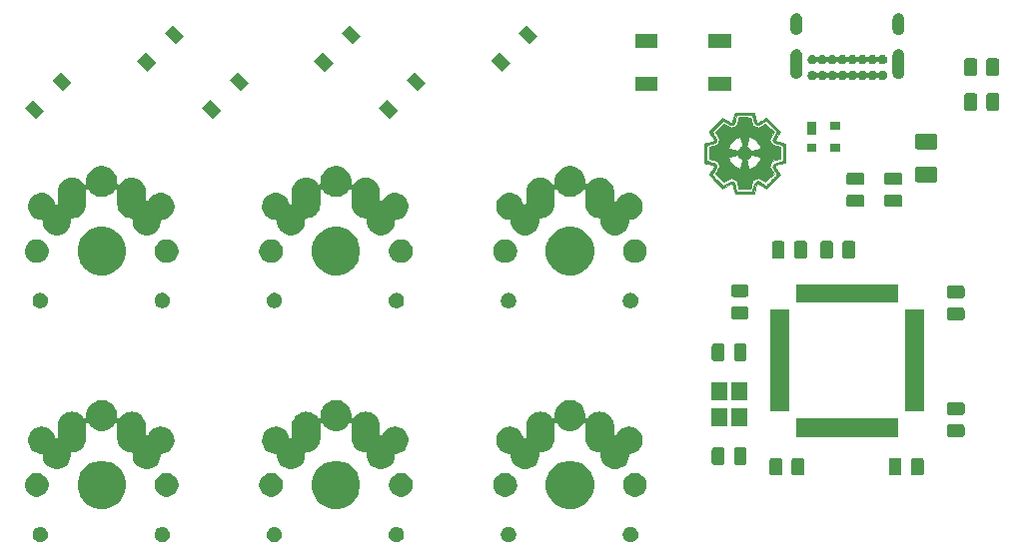
<source format=gbr>
G04 #@! TF.GenerationSoftware,KiCad,Pcbnew,(5.1.5)-3*
G04 #@! TF.CreationDate,2020-04-23T15:25:22-04:00*
G04 #@! TF.ProjectId,Flying_MX,466c7969-6e67-45f4-9d58-2e6b69636164,rev?*
G04 #@! TF.SameCoordinates,Original*
G04 #@! TF.FileFunction,Soldermask,Top*
G04 #@! TF.FilePolarity,Negative*
%FSLAX46Y46*%
G04 Gerber Fmt 4.6, Leading zero omitted, Abs format (unit mm)*
G04 Created by KiCad (PCBNEW (5.1.5)-3) date 2020-04-23 15:25:22*
%MOMM*%
%LPD*%
G04 APERTURE LIST*
%ADD10C,0.010000*%
%ADD11C,0.100000*%
G04 APERTURE END LIST*
D10*
G36*
X114665190Y-39454182D02*
G01*
X114788198Y-39454929D01*
X114803004Y-39455028D01*
X115299503Y-39458350D01*
X115334386Y-39585350D01*
X115349703Y-39641518D01*
X115369547Y-39714872D01*
X115391932Y-39798047D01*
X115414875Y-39883675D01*
X115429026Y-39936703D01*
X115488783Y-40161057D01*
X115604286Y-40201391D01*
X115671610Y-40226487D01*
X115747763Y-40257294D01*
X115818863Y-40288144D01*
X115835385Y-40295742D01*
X115950981Y-40349761D01*
X116267519Y-40167517D01*
X116584057Y-39985274D01*
X116935178Y-40336227D01*
X117286298Y-40687179D01*
X117127683Y-40961764D01*
X117082511Y-41039961D01*
X117040217Y-41113172D01*
X117002890Y-41177778D01*
X116972623Y-41230161D01*
X116951505Y-41266702D01*
X116943285Y-41280918D01*
X116917502Y-41325487D01*
X116965791Y-41420618D01*
X116991514Y-41475308D01*
X117020559Y-41543301D01*
X117048385Y-41613744D01*
X117061165Y-41648581D01*
X117108249Y-41781413D01*
X117465424Y-41876289D01*
X117822600Y-41971165D01*
X117822600Y-42965920D01*
X117106612Y-43156274D01*
X117070826Y-43263112D01*
X117048587Y-43323940D01*
X117019679Y-43395379D01*
X116989034Y-43465442D01*
X116976799Y-43491641D01*
X116918559Y-43613332D01*
X117286281Y-44246250D01*
X116934830Y-44599132D01*
X116583378Y-44952014D01*
X116267256Y-44769341D01*
X115951134Y-44586667D01*
X115835461Y-44640721D01*
X115768099Y-44670615D01*
X115691948Y-44701992D01*
X115620877Y-44729191D01*
X115604286Y-44735108D01*
X115488783Y-44775442D01*
X115428931Y-44999796D01*
X115406705Y-45083088D01*
X115383859Y-45168672D01*
X115362359Y-45249186D01*
X115344169Y-45317269D01*
X115335111Y-45351150D01*
X115301143Y-45478150D01*
X114803824Y-45481471D01*
X114678093Y-45482251D01*
X114575402Y-45482689D01*
X114493390Y-45482695D01*
X114429698Y-45482179D01*
X114381966Y-45481053D01*
X114347835Y-45479228D01*
X114324944Y-45476614D01*
X114310935Y-45473122D01*
X114303447Y-45468662D01*
X114300121Y-45463147D01*
X114299893Y-45462421D01*
X114294770Y-45443924D01*
X114284169Y-45404811D01*
X114269148Y-45349012D01*
X114250764Y-45280458D01*
X114230075Y-45203076D01*
X114222141Y-45173350D01*
X114199954Y-45090333D01*
X114178815Y-45011535D01*
X114160008Y-44941717D01*
X114144818Y-44885644D01*
X114134527Y-44848079D01*
X114132768Y-44841773D01*
X114114535Y-44776896D01*
X114000443Y-44736084D01*
X113933829Y-44710538D01*
X113858487Y-44679027D01*
X113788190Y-44647368D01*
X113772153Y-44639690D01*
X113657954Y-44584109D01*
X113338507Y-44769280D01*
X113019059Y-44954452D01*
X112668104Y-44603373D01*
X112317150Y-44252293D01*
X112337099Y-44217521D01*
X112348784Y-44197197D01*
X112371187Y-44158270D01*
X112402345Y-44104148D01*
X112440298Y-44038238D01*
X112483083Y-43963947D01*
X112519584Y-43900575D01*
X112682121Y-43618400D01*
X112623965Y-43487825D01*
X112595346Y-43421463D01*
X112566287Y-43350567D01*
X112541142Y-43285901D01*
X112530380Y-43256387D01*
X112494950Y-43155524D01*
X112155780Y-43064284D01*
X112066176Y-43040100D01*
X111984019Y-43017774D01*
X111912680Y-42998235D01*
X111855531Y-42982412D01*
X111815943Y-42971231D01*
X111797288Y-42965622D01*
X111796856Y-42965463D01*
X111791818Y-42961241D01*
X111787752Y-42951285D01*
X111784579Y-42933268D01*
X111782223Y-42904864D01*
X111780609Y-42863747D01*
X111780304Y-42845683D01*
X113434083Y-42845683D01*
X113434482Y-42860868D01*
X113443359Y-42893896D01*
X113458762Y-42939449D01*
X113478737Y-42992213D01*
X113501331Y-43046870D01*
X113524590Y-43098105D01*
X113533388Y-43115950D01*
X113625671Y-43270520D01*
X113738635Y-43413296D01*
X113869308Y-43541716D01*
X114014719Y-43653219D01*
X114171897Y-43745245D01*
X114337870Y-43815232D01*
X114349031Y-43819004D01*
X114388634Y-43831761D01*
X114416884Y-43840061D01*
X114427146Y-43842085D01*
X114430788Y-43829736D01*
X114440154Y-43795787D01*
X114454448Y-43743184D01*
X114472874Y-43674876D01*
X114494635Y-43593810D01*
X114518934Y-43502935D01*
X114532384Y-43452500D01*
X114557964Y-43356593D01*
X114581647Y-43267996D01*
X114602588Y-43189848D01*
X114619944Y-43125292D01*
X114632872Y-43077469D01*
X114640527Y-43049520D01*
X114642094Y-43044044D01*
X114641442Y-43039750D01*
X114965359Y-43039750D01*
X114968450Y-43054053D01*
X114977186Y-43089276D01*
X114990615Y-43141811D01*
X115007782Y-43208050D01*
X115027731Y-43284387D01*
X115049510Y-43367213D01*
X115072163Y-43452922D01*
X115094735Y-43537904D01*
X115116274Y-43618553D01*
X115135824Y-43691262D01*
X115152430Y-43752422D01*
X115165139Y-43798426D01*
X115172997Y-43825666D01*
X115174507Y-43830335D01*
X115188554Y-43834406D01*
X115220987Y-43828548D01*
X115267528Y-43814303D01*
X115323901Y-43793213D01*
X115385829Y-43766817D01*
X115449034Y-43736658D01*
X115481563Y-43719689D01*
X115641156Y-43619395D01*
X115784722Y-43499472D01*
X115911685Y-43360449D01*
X115991985Y-43249601D01*
X116031809Y-43184126D01*
X116071581Y-43110353D01*
X116108155Y-43034930D01*
X116138386Y-42964501D01*
X116159125Y-42905714D01*
X116164399Y-42885403D01*
X116167940Y-42857634D01*
X116158387Y-42842859D01*
X116131064Y-42831981D01*
X116102910Y-42823658D01*
X116056476Y-42810663D01*
X115995349Y-42793945D01*
X115923115Y-42774447D01*
X115843362Y-42753117D01*
X115759675Y-42730900D01*
X115675642Y-42708742D01*
X115594849Y-42687589D01*
X115520883Y-42668387D01*
X115457330Y-42652082D01*
X115407778Y-42639620D01*
X115375813Y-42631947D01*
X115365010Y-42629941D01*
X115358664Y-42642235D01*
X115344435Y-42671527D01*
X115325229Y-42711822D01*
X115322478Y-42717641D01*
X115263404Y-42814301D01*
X115185107Y-42898547D01*
X115092593Y-42965379D01*
X115054430Y-42985320D01*
X115012266Y-43006644D01*
X114980867Y-43025409D01*
X114965889Y-43038160D01*
X114965359Y-43039750D01*
X114641442Y-43039750D01*
X114639467Y-43026746D01*
X114615777Y-43015806D01*
X114610618Y-43014595D01*
X114568156Y-42998401D01*
X114515228Y-42968286D01*
X114458676Y-42928919D01*
X114405339Y-42884972D01*
X114370464Y-42850623D01*
X114338207Y-42810297D01*
X114306508Y-42762189D01*
X114279296Y-42713309D01*
X114260502Y-42670671D01*
X114254024Y-42642875D01*
X114247856Y-42628146D01*
X114244375Y-42627074D01*
X114229273Y-42630280D01*
X114193475Y-42639204D01*
X114140511Y-42652895D01*
X114073909Y-42670401D01*
X113997198Y-42690770D01*
X113913909Y-42713049D01*
X113827570Y-42736287D01*
X113741710Y-42759530D01*
X113659858Y-42781829D01*
X113585544Y-42802229D01*
X113522296Y-42819779D01*
X113473644Y-42833527D01*
X113443118Y-42842520D01*
X113434083Y-42845683D01*
X111780304Y-42845683D01*
X111779660Y-42807591D01*
X111779299Y-42734072D01*
X111779449Y-42640862D01*
X111780036Y-42525637D01*
X111780425Y-42465416D01*
X111782971Y-42088187D01*
X113433473Y-42088187D01*
X113434489Y-42091222D01*
X113447717Y-42095843D01*
X113481953Y-42105984D01*
X113533643Y-42120683D01*
X113599237Y-42138980D01*
X113675183Y-42159914D01*
X113757928Y-42182524D01*
X113843920Y-42205847D01*
X113929608Y-42228924D01*
X114011439Y-42250793D01*
X114085862Y-42270494D01*
X114149324Y-42287064D01*
X114198275Y-42299544D01*
X114229160Y-42306971D01*
X114238025Y-42308645D01*
X114252785Y-42299578D01*
X114254024Y-42293625D01*
X114259164Y-42274050D01*
X114272298Y-42240170D01*
X114285115Y-42211234D01*
X114333712Y-42131705D01*
X114400965Y-42056264D01*
X114480201Y-41990922D01*
X114564751Y-41941690D01*
X114600308Y-41927239D01*
X114629265Y-41913810D01*
X114643327Y-41900654D01*
X114643483Y-41897253D01*
X114643339Y-41896750D01*
X114965359Y-41896750D01*
X114976167Y-41907860D01*
X115004519Y-41925630D01*
X115044687Y-41946539D01*
X115052317Y-41950171D01*
X115148224Y-42008432D01*
X115232614Y-42085834D01*
X115300140Y-42177020D01*
X115324276Y-42222567D01*
X115344426Y-42264059D01*
X115360860Y-42294681D01*
X115370517Y-42308798D01*
X115371314Y-42309151D01*
X115384723Y-42305888D01*
X115419694Y-42296796D01*
X115473266Y-42282662D01*
X115542477Y-42264272D01*
X115624365Y-42242412D01*
X115715969Y-42217868D01*
X115771550Y-42202936D01*
X116165250Y-42097068D01*
X116162044Y-42057369D01*
X116152993Y-42016079D01*
X116132621Y-41958965D01*
X116103460Y-41891492D01*
X116068042Y-41819125D01*
X116028897Y-41747331D01*
X115988557Y-41681576D01*
X115986723Y-41678799D01*
X115874658Y-41532426D01*
X115743492Y-41401356D01*
X115595731Y-41287536D01*
X115433876Y-41192912D01*
X115272632Y-41123749D01*
X115222113Y-41106965D01*
X115191176Y-41100341D01*
X115176397Y-41103268D01*
X115174460Y-41106288D01*
X115168692Y-41125479D01*
X115157711Y-41164800D01*
X115142471Y-41220641D01*
X115123927Y-41289396D01*
X115103033Y-41367457D01*
X115080744Y-41451216D01*
X115058013Y-41537065D01*
X115035795Y-41621398D01*
X115015044Y-41700605D01*
X114996716Y-41771080D01*
X114981763Y-41829215D01*
X114971141Y-41871401D01*
X114965803Y-41894032D01*
X114965359Y-41896750D01*
X114643339Y-41896750D01*
X114639153Y-41882167D01*
X114629111Y-41845561D01*
X114614174Y-41790459D01*
X114595157Y-41719887D01*
X114572877Y-41636871D01*
X114548149Y-41544436D01*
X114533281Y-41488728D01*
X114427863Y-41093406D01*
X114386237Y-41104900D01*
X114237300Y-41158267D01*
X114090960Y-41234101D01*
X113950694Y-41329482D01*
X113819979Y-41441491D01*
X113702295Y-41567211D01*
X113601118Y-41703721D01*
X113533477Y-41820550D01*
X113510033Y-41869886D01*
X113486722Y-41924380D01*
X113465476Y-41978746D01*
X113448230Y-42027694D01*
X113436918Y-42065936D01*
X113433473Y-42088187D01*
X111782971Y-42088187D01*
X111783750Y-41972950D01*
X112494950Y-41781816D01*
X112530380Y-41680533D01*
X112551434Y-41623868D01*
X112578847Y-41554970D01*
X112608259Y-41484635D01*
X112623965Y-41448674D01*
X112682121Y-41318099D01*
X112519584Y-41035924D01*
X112474340Y-40957372D01*
X112432354Y-40884467D01*
X112395588Y-40820616D01*
X112366004Y-40769226D01*
X112345564Y-40733704D01*
X112337099Y-40718978D01*
X112317150Y-40684206D01*
X113018682Y-39982424D01*
X113337791Y-40167306D01*
X113656899Y-40352188D01*
X113787124Y-40290229D01*
X113851803Y-40260740D01*
X113919974Y-40231757D01*
X113981591Y-40207464D01*
X114011504Y-40196790D01*
X114057422Y-40179754D01*
X114093594Y-40163204D01*
X114113388Y-40150248D01*
X114114788Y-40148380D01*
X114120422Y-40131919D01*
X114131546Y-40094361D01*
X114147190Y-40039176D01*
X114166380Y-39969830D01*
X114188146Y-39889792D01*
X114208478Y-39813950D01*
X114231644Y-39727080D01*
X114252911Y-39647536D01*
X114271328Y-39578859D01*
X114285945Y-39524591D01*
X114295809Y-39488273D01*
X114299772Y-39474078D01*
X114302796Y-39468427D01*
X114309703Y-39463845D01*
X114322854Y-39460243D01*
X114344613Y-39457530D01*
X114377341Y-39455617D01*
X114423401Y-39454415D01*
X114485154Y-39453835D01*
X114564963Y-39453787D01*
X114665190Y-39454182D01*
G37*
X114665190Y-39454182D02*
X114788198Y-39454929D01*
X114803004Y-39455028D01*
X115299503Y-39458350D01*
X115334386Y-39585350D01*
X115349703Y-39641518D01*
X115369547Y-39714872D01*
X115391932Y-39798047D01*
X115414875Y-39883675D01*
X115429026Y-39936703D01*
X115488783Y-40161057D01*
X115604286Y-40201391D01*
X115671610Y-40226487D01*
X115747763Y-40257294D01*
X115818863Y-40288144D01*
X115835385Y-40295742D01*
X115950981Y-40349761D01*
X116267519Y-40167517D01*
X116584057Y-39985274D01*
X116935178Y-40336227D01*
X117286298Y-40687179D01*
X117127683Y-40961764D01*
X117082511Y-41039961D01*
X117040217Y-41113172D01*
X117002890Y-41177778D01*
X116972623Y-41230161D01*
X116951505Y-41266702D01*
X116943285Y-41280918D01*
X116917502Y-41325487D01*
X116965791Y-41420618D01*
X116991514Y-41475308D01*
X117020559Y-41543301D01*
X117048385Y-41613744D01*
X117061165Y-41648581D01*
X117108249Y-41781413D01*
X117465424Y-41876289D01*
X117822600Y-41971165D01*
X117822600Y-42965920D01*
X117106612Y-43156274D01*
X117070826Y-43263112D01*
X117048587Y-43323940D01*
X117019679Y-43395379D01*
X116989034Y-43465442D01*
X116976799Y-43491641D01*
X116918559Y-43613332D01*
X117286281Y-44246250D01*
X116934830Y-44599132D01*
X116583378Y-44952014D01*
X116267256Y-44769341D01*
X115951134Y-44586667D01*
X115835461Y-44640721D01*
X115768099Y-44670615D01*
X115691948Y-44701992D01*
X115620877Y-44729191D01*
X115604286Y-44735108D01*
X115488783Y-44775442D01*
X115428931Y-44999796D01*
X115406705Y-45083088D01*
X115383859Y-45168672D01*
X115362359Y-45249186D01*
X115344169Y-45317269D01*
X115335111Y-45351150D01*
X115301143Y-45478150D01*
X114803824Y-45481471D01*
X114678093Y-45482251D01*
X114575402Y-45482689D01*
X114493390Y-45482695D01*
X114429698Y-45482179D01*
X114381966Y-45481053D01*
X114347835Y-45479228D01*
X114324944Y-45476614D01*
X114310935Y-45473122D01*
X114303447Y-45468662D01*
X114300121Y-45463147D01*
X114299893Y-45462421D01*
X114294770Y-45443924D01*
X114284169Y-45404811D01*
X114269148Y-45349012D01*
X114250764Y-45280458D01*
X114230075Y-45203076D01*
X114222141Y-45173350D01*
X114199954Y-45090333D01*
X114178815Y-45011535D01*
X114160008Y-44941717D01*
X114144818Y-44885644D01*
X114134527Y-44848079D01*
X114132768Y-44841773D01*
X114114535Y-44776896D01*
X114000443Y-44736084D01*
X113933829Y-44710538D01*
X113858487Y-44679027D01*
X113788190Y-44647368D01*
X113772153Y-44639690D01*
X113657954Y-44584109D01*
X113338507Y-44769280D01*
X113019059Y-44954452D01*
X112668104Y-44603373D01*
X112317150Y-44252293D01*
X112337099Y-44217521D01*
X112348784Y-44197197D01*
X112371187Y-44158270D01*
X112402345Y-44104148D01*
X112440298Y-44038238D01*
X112483083Y-43963947D01*
X112519584Y-43900575D01*
X112682121Y-43618400D01*
X112623965Y-43487825D01*
X112595346Y-43421463D01*
X112566287Y-43350567D01*
X112541142Y-43285901D01*
X112530380Y-43256387D01*
X112494950Y-43155524D01*
X112155780Y-43064284D01*
X112066176Y-43040100D01*
X111984019Y-43017774D01*
X111912680Y-42998235D01*
X111855531Y-42982412D01*
X111815943Y-42971231D01*
X111797288Y-42965622D01*
X111796856Y-42965463D01*
X111791818Y-42961241D01*
X111787752Y-42951285D01*
X111784579Y-42933268D01*
X111782223Y-42904864D01*
X111780609Y-42863747D01*
X111780304Y-42845683D01*
X113434083Y-42845683D01*
X113434482Y-42860868D01*
X113443359Y-42893896D01*
X113458762Y-42939449D01*
X113478737Y-42992213D01*
X113501331Y-43046870D01*
X113524590Y-43098105D01*
X113533388Y-43115950D01*
X113625671Y-43270520D01*
X113738635Y-43413296D01*
X113869308Y-43541716D01*
X114014719Y-43653219D01*
X114171897Y-43745245D01*
X114337870Y-43815232D01*
X114349031Y-43819004D01*
X114388634Y-43831761D01*
X114416884Y-43840061D01*
X114427146Y-43842085D01*
X114430788Y-43829736D01*
X114440154Y-43795787D01*
X114454448Y-43743184D01*
X114472874Y-43674876D01*
X114494635Y-43593810D01*
X114518934Y-43502935D01*
X114532384Y-43452500D01*
X114557964Y-43356593D01*
X114581647Y-43267996D01*
X114602588Y-43189848D01*
X114619944Y-43125292D01*
X114632872Y-43077469D01*
X114640527Y-43049520D01*
X114642094Y-43044044D01*
X114641442Y-43039750D01*
X114965359Y-43039750D01*
X114968450Y-43054053D01*
X114977186Y-43089276D01*
X114990615Y-43141811D01*
X115007782Y-43208050D01*
X115027731Y-43284387D01*
X115049510Y-43367213D01*
X115072163Y-43452922D01*
X115094735Y-43537904D01*
X115116274Y-43618553D01*
X115135824Y-43691262D01*
X115152430Y-43752422D01*
X115165139Y-43798426D01*
X115172997Y-43825666D01*
X115174507Y-43830335D01*
X115188554Y-43834406D01*
X115220987Y-43828548D01*
X115267528Y-43814303D01*
X115323901Y-43793213D01*
X115385829Y-43766817D01*
X115449034Y-43736658D01*
X115481563Y-43719689D01*
X115641156Y-43619395D01*
X115784722Y-43499472D01*
X115911685Y-43360449D01*
X115991985Y-43249601D01*
X116031809Y-43184126D01*
X116071581Y-43110353D01*
X116108155Y-43034930D01*
X116138386Y-42964501D01*
X116159125Y-42905714D01*
X116164399Y-42885403D01*
X116167940Y-42857634D01*
X116158387Y-42842859D01*
X116131064Y-42831981D01*
X116102910Y-42823658D01*
X116056476Y-42810663D01*
X115995349Y-42793945D01*
X115923115Y-42774447D01*
X115843362Y-42753117D01*
X115759675Y-42730900D01*
X115675642Y-42708742D01*
X115594849Y-42687589D01*
X115520883Y-42668387D01*
X115457330Y-42652082D01*
X115407778Y-42639620D01*
X115375813Y-42631947D01*
X115365010Y-42629941D01*
X115358664Y-42642235D01*
X115344435Y-42671527D01*
X115325229Y-42711822D01*
X115322478Y-42717641D01*
X115263404Y-42814301D01*
X115185107Y-42898547D01*
X115092593Y-42965379D01*
X115054430Y-42985320D01*
X115012266Y-43006644D01*
X114980867Y-43025409D01*
X114965889Y-43038160D01*
X114965359Y-43039750D01*
X114641442Y-43039750D01*
X114639467Y-43026746D01*
X114615777Y-43015806D01*
X114610618Y-43014595D01*
X114568156Y-42998401D01*
X114515228Y-42968286D01*
X114458676Y-42928919D01*
X114405339Y-42884972D01*
X114370464Y-42850623D01*
X114338207Y-42810297D01*
X114306508Y-42762189D01*
X114279296Y-42713309D01*
X114260502Y-42670671D01*
X114254024Y-42642875D01*
X114247856Y-42628146D01*
X114244375Y-42627074D01*
X114229273Y-42630280D01*
X114193475Y-42639204D01*
X114140511Y-42652895D01*
X114073909Y-42670401D01*
X113997198Y-42690770D01*
X113913909Y-42713049D01*
X113827570Y-42736287D01*
X113741710Y-42759530D01*
X113659858Y-42781829D01*
X113585544Y-42802229D01*
X113522296Y-42819779D01*
X113473644Y-42833527D01*
X113443118Y-42842520D01*
X113434083Y-42845683D01*
X111780304Y-42845683D01*
X111779660Y-42807591D01*
X111779299Y-42734072D01*
X111779449Y-42640862D01*
X111780036Y-42525637D01*
X111780425Y-42465416D01*
X111782971Y-42088187D01*
X113433473Y-42088187D01*
X113434489Y-42091222D01*
X113447717Y-42095843D01*
X113481953Y-42105984D01*
X113533643Y-42120683D01*
X113599237Y-42138980D01*
X113675183Y-42159914D01*
X113757928Y-42182524D01*
X113843920Y-42205847D01*
X113929608Y-42228924D01*
X114011439Y-42250793D01*
X114085862Y-42270494D01*
X114149324Y-42287064D01*
X114198275Y-42299544D01*
X114229160Y-42306971D01*
X114238025Y-42308645D01*
X114252785Y-42299578D01*
X114254024Y-42293625D01*
X114259164Y-42274050D01*
X114272298Y-42240170D01*
X114285115Y-42211234D01*
X114333712Y-42131705D01*
X114400965Y-42056264D01*
X114480201Y-41990922D01*
X114564751Y-41941690D01*
X114600308Y-41927239D01*
X114629265Y-41913810D01*
X114643327Y-41900654D01*
X114643483Y-41897253D01*
X114643339Y-41896750D01*
X114965359Y-41896750D01*
X114976167Y-41907860D01*
X115004519Y-41925630D01*
X115044687Y-41946539D01*
X115052317Y-41950171D01*
X115148224Y-42008432D01*
X115232614Y-42085834D01*
X115300140Y-42177020D01*
X115324276Y-42222567D01*
X115344426Y-42264059D01*
X115360860Y-42294681D01*
X115370517Y-42308798D01*
X115371314Y-42309151D01*
X115384723Y-42305888D01*
X115419694Y-42296796D01*
X115473266Y-42282662D01*
X115542477Y-42264272D01*
X115624365Y-42242412D01*
X115715969Y-42217868D01*
X115771550Y-42202936D01*
X116165250Y-42097068D01*
X116162044Y-42057369D01*
X116152993Y-42016079D01*
X116132621Y-41958965D01*
X116103460Y-41891492D01*
X116068042Y-41819125D01*
X116028897Y-41747331D01*
X115988557Y-41681576D01*
X115986723Y-41678799D01*
X115874658Y-41532426D01*
X115743492Y-41401356D01*
X115595731Y-41287536D01*
X115433876Y-41192912D01*
X115272632Y-41123749D01*
X115222113Y-41106965D01*
X115191176Y-41100341D01*
X115176397Y-41103268D01*
X115174460Y-41106288D01*
X115168692Y-41125479D01*
X115157711Y-41164800D01*
X115142471Y-41220641D01*
X115123927Y-41289396D01*
X115103033Y-41367457D01*
X115080744Y-41451216D01*
X115058013Y-41537065D01*
X115035795Y-41621398D01*
X115015044Y-41700605D01*
X114996716Y-41771080D01*
X114981763Y-41829215D01*
X114971141Y-41871401D01*
X114965803Y-41894032D01*
X114965359Y-41896750D01*
X114643339Y-41896750D01*
X114639153Y-41882167D01*
X114629111Y-41845561D01*
X114614174Y-41790459D01*
X114595157Y-41719887D01*
X114572877Y-41636871D01*
X114548149Y-41544436D01*
X114533281Y-41488728D01*
X114427863Y-41093406D01*
X114386237Y-41104900D01*
X114237300Y-41158267D01*
X114090960Y-41234101D01*
X113950694Y-41329482D01*
X113819979Y-41441491D01*
X113702295Y-41567211D01*
X113601118Y-41703721D01*
X113533477Y-41820550D01*
X113510033Y-41869886D01*
X113486722Y-41924380D01*
X113465476Y-41978746D01*
X113448230Y-42027694D01*
X113436918Y-42065936D01*
X113433473Y-42088187D01*
X111782971Y-42088187D01*
X111783750Y-41972950D01*
X112494950Y-41781816D01*
X112530380Y-41680533D01*
X112551434Y-41623868D01*
X112578847Y-41554970D01*
X112608259Y-41484635D01*
X112623965Y-41448674D01*
X112682121Y-41318099D01*
X112519584Y-41035924D01*
X112474340Y-40957372D01*
X112432354Y-40884467D01*
X112395588Y-40820616D01*
X112366004Y-40769226D01*
X112345564Y-40733704D01*
X112337099Y-40718978D01*
X112317150Y-40684206D01*
X113018682Y-39982424D01*
X113337791Y-40167306D01*
X113656899Y-40352188D01*
X113787124Y-40290229D01*
X113851803Y-40260740D01*
X113919974Y-40231757D01*
X113981591Y-40207464D01*
X114011504Y-40196790D01*
X114057422Y-40179754D01*
X114093594Y-40163204D01*
X114113388Y-40150248D01*
X114114788Y-40148380D01*
X114120422Y-40131919D01*
X114131546Y-40094361D01*
X114147190Y-40039176D01*
X114166380Y-39969830D01*
X114188146Y-39889792D01*
X114208478Y-39813950D01*
X114231644Y-39727080D01*
X114252911Y-39647536D01*
X114271328Y-39578859D01*
X114285945Y-39524591D01*
X114295809Y-39488273D01*
X114299772Y-39474078D01*
X114302796Y-39468427D01*
X114309703Y-39463845D01*
X114322854Y-39460243D01*
X114344613Y-39457530D01*
X114377341Y-39455617D01*
X114423401Y-39454415D01*
X114485154Y-39453835D01*
X114564963Y-39453787D01*
X114665190Y-39454182D01*
G36*
X115606450Y-39083787D02*
G01*
X115712744Y-39482166D01*
X115819038Y-39880544D01*
X115862400Y-39901222D01*
X115895526Y-39914892D01*
X115920810Y-39921722D01*
X115923503Y-39921900D01*
X115938478Y-39915752D01*
X115972627Y-39898324D01*
X116023182Y-39871133D01*
X116087380Y-39835699D01*
X116162453Y-39793542D01*
X116245637Y-39746180D01*
X116294128Y-39718298D01*
X116647012Y-39514697D01*
X117785807Y-40653492D01*
X117581953Y-41006224D01*
X117532305Y-41092665D01*
X117487025Y-41172523D01*
X117447635Y-41243035D01*
X117415657Y-41301438D01*
X117392611Y-41344967D01*
X117380019Y-41370860D01*
X117378100Y-41376597D01*
X117383294Y-41399156D01*
X117396064Y-41431759D01*
X117398753Y-41437548D01*
X117419406Y-41480858D01*
X118216300Y-41692802D01*
X118216300Y-43306537D01*
X117419268Y-43519431D01*
X117398684Y-43562596D01*
X117385051Y-43595636D01*
X117378267Y-43620800D01*
X117378100Y-43623402D01*
X117384254Y-43638348D01*
X117401704Y-43672460D01*
X117428927Y-43722974D01*
X117464404Y-43787127D01*
X117506612Y-43862155D01*
X117554032Y-43945295D01*
X117581953Y-43993775D01*
X117785807Y-44346507D01*
X116647012Y-45485302D01*
X116294128Y-45281701D01*
X116207646Y-45232112D01*
X116127744Y-45186888D01*
X116057188Y-45147547D01*
X115998744Y-45115608D01*
X115955177Y-45092591D01*
X115929253Y-45080015D01*
X115923503Y-45078100D01*
X115900876Y-45083296D01*
X115868224Y-45096072D01*
X115862400Y-45098777D01*
X115819038Y-45119455D01*
X115712744Y-45517833D01*
X115606450Y-45916212D01*
X113993550Y-45916232D01*
X113780602Y-45119284D01*
X113737420Y-45098692D01*
X113704351Y-45085054D01*
X113679134Y-45078268D01*
X113676520Y-45078100D01*
X113661559Y-45084261D01*
X113627441Y-45101732D01*
X113576930Y-45128987D01*
X113512789Y-45164505D01*
X113437783Y-45206761D01*
X113354675Y-45254234D01*
X113306321Y-45282126D01*
X112953838Y-45486153D01*
X111814192Y-44346507D01*
X112018046Y-43993775D01*
X112067694Y-43907334D01*
X112112974Y-43827476D01*
X112152364Y-43756964D01*
X112184342Y-43698561D01*
X112207388Y-43655032D01*
X112219980Y-43629139D01*
X112221900Y-43623402D01*
X112216705Y-43600873D01*
X112203926Y-43568231D01*
X112201125Y-43562198D01*
X112196844Y-43552289D01*
X112193037Y-43543928D01*
X112187658Y-43536446D01*
X112178663Y-43529178D01*
X112164005Y-43521453D01*
X112141640Y-43512606D01*
X112109522Y-43501968D01*
X112065605Y-43488873D01*
X112007844Y-43472651D01*
X111934193Y-43452636D01*
X111842608Y-43428159D01*
X111731042Y-43398554D01*
X111597451Y-43363153D01*
X111564675Y-43354460D01*
X111383700Y-43306450D01*
X111383700Y-41831929D01*
X111561499Y-41831929D01*
X111561500Y-42499999D01*
X111561500Y-43168070D01*
X111913925Y-43261482D01*
X112005772Y-43285915D01*
X112090589Y-43308649D01*
X112164985Y-43328760D01*
X112225570Y-43345326D01*
X112268954Y-43357426D01*
X112291745Y-43364136D01*
X112293335Y-43364677D01*
X112316302Y-43384864D01*
X112341180Y-43428619D01*
X112352390Y-43454756D01*
X112372988Y-43506056D01*
X112393517Y-43556751D01*
X112406395Y-43588232D01*
X112428330Y-43641414D01*
X112246864Y-43956532D01*
X112199551Y-44038639D01*
X112155873Y-44114335D01*
X112117578Y-44180600D01*
X112086413Y-44234413D01*
X112064126Y-44272756D01*
X112052463Y-44292606D01*
X112051673Y-44293909D01*
X112050596Y-44300905D01*
X112054918Y-44312029D01*
X112065963Y-44328706D01*
X112085051Y-44352365D01*
X112113506Y-44384432D01*
X112152651Y-44426336D01*
X112203807Y-44479502D01*
X112268298Y-44545359D01*
X112347446Y-44625334D01*
X112442574Y-44720854D01*
X112507684Y-44786034D01*
X112597876Y-44876098D01*
X112682690Y-44960496D01*
X112760427Y-45037560D01*
X112829393Y-45105622D01*
X112887892Y-45163015D01*
X112934227Y-45208072D01*
X112966702Y-45239125D01*
X112983621Y-45254508D01*
X112985646Y-45255900D01*
X112998297Y-45249778D01*
X113030144Y-45232451D01*
X113078424Y-45205479D01*
X113140373Y-45170420D01*
X113213226Y-45128833D01*
X113294221Y-45082277D01*
X113325543Y-45064194D01*
X113420445Y-45009496D01*
X113495998Y-44966444D01*
X113554740Y-44933802D01*
X113599210Y-44910331D01*
X113631946Y-44894791D01*
X113655487Y-44885946D01*
X113672374Y-44882557D01*
X113685143Y-44883385D01*
X113692031Y-44885445D01*
X113719837Y-44896351D01*
X113762997Y-44913898D01*
X113813482Y-44934810D01*
X113828450Y-44941080D01*
X113930050Y-44983759D01*
X114030842Y-45361129D01*
X114131634Y-45738500D01*
X115468365Y-45738500D01*
X115569157Y-45361036D01*
X115669950Y-44983572D01*
X115806107Y-44927937D01*
X115942265Y-44872301D01*
X116269179Y-45060925D01*
X116352179Y-45108679D01*
X116428303Y-45152215D01*
X116494707Y-45189928D01*
X116548547Y-45220214D01*
X116586981Y-45241466D01*
X116607166Y-45252079D01*
X116609271Y-45252957D01*
X116620518Y-45244884D01*
X116647934Y-45220431D01*
X116689807Y-45181254D01*
X116744421Y-45129009D01*
X116810064Y-45065351D01*
X116885021Y-44991938D01*
X116967579Y-44910425D01*
X117056022Y-44822469D01*
X117092251Y-44786266D01*
X117197572Y-44680725D01*
X117286125Y-44591586D01*
X117359233Y-44517422D01*
X117418216Y-44456806D01*
X117464397Y-44408311D01*
X117499098Y-44370509D01*
X117523641Y-44341973D01*
X117539349Y-44321276D01*
X117547543Y-44306991D01*
X117549546Y-44297689D01*
X117548326Y-44293909D01*
X117538609Y-44277442D01*
X117517977Y-44241982D01*
X117488179Y-44190553D01*
X117450966Y-44126180D01*
X117408087Y-44051885D01*
X117361292Y-43970694D01*
X117353539Y-43957233D01*
X117300601Y-43865015D01*
X117259261Y-43792073D01*
X117228258Y-43735782D01*
X117206326Y-43693517D01*
X117192203Y-43662651D01*
X117184624Y-43640559D01*
X117182326Y-43624616D01*
X117184045Y-43612195D01*
X117185440Y-43607983D01*
X117196354Y-43580175D01*
X117213921Y-43537016D01*
X117234863Y-43486535D01*
X117241150Y-43471550D01*
X117283899Y-43369950D01*
X117661199Y-43269109D01*
X118038500Y-43168268D01*
X118038500Y-41831731D01*
X117661199Y-41730890D01*
X117283899Y-41630050D01*
X117241150Y-41528450D01*
X117219842Y-41477344D01*
X117200949Y-41431213D01*
X117187750Y-41398086D01*
X117185440Y-41392016D01*
X117182559Y-41380232D01*
X117183230Y-41365892D01*
X117188715Y-41346372D01*
X117200279Y-41319046D01*
X117219186Y-41281287D01*
X117246699Y-41230471D01*
X117284082Y-41163972D01*
X117332598Y-41079164D01*
X117353539Y-41042766D01*
X117400800Y-40960750D01*
X117444425Y-40885146D01*
X117482665Y-40818977D01*
X117513769Y-40765269D01*
X117535989Y-40727044D01*
X117547575Y-40707328D01*
X117548326Y-40706090D01*
X117549403Y-40699094D01*
X117545080Y-40687969D01*
X117534038Y-40671288D01*
X117514952Y-40647625D01*
X117486502Y-40615552D01*
X117447364Y-40573641D01*
X117396218Y-40520466D01*
X117331741Y-40454599D01*
X117252610Y-40374612D01*
X117157504Y-40279080D01*
X117092251Y-40213733D01*
X117001952Y-40123685D01*
X116916862Y-40039425D01*
X116838694Y-39962611D01*
X116769162Y-39894897D01*
X116709980Y-39837939D01*
X116662863Y-39793395D01*
X116629524Y-39762920D01*
X116611677Y-39748171D01*
X116609271Y-39747042D01*
X116595312Y-39754036D01*
X116562224Y-39772166D01*
X116512848Y-39799827D01*
X116450030Y-39835413D01*
X116376611Y-39877318D01*
X116295436Y-39923937D01*
X116269179Y-39939074D01*
X115942265Y-40127698D01*
X115806107Y-40072062D01*
X115669950Y-40016427D01*
X115569157Y-39638963D01*
X115468365Y-39261500D01*
X114799999Y-39261500D01*
X114131634Y-39261499D01*
X114030842Y-39638870D01*
X113930050Y-40016240D01*
X113828450Y-40058919D01*
X113777340Y-40080196D01*
X113731211Y-40099065D01*
X113698091Y-40112248D01*
X113692031Y-40114554D01*
X113680531Y-40117356D01*
X113666470Y-40116699D01*
X113647311Y-40111347D01*
X113620514Y-40100059D01*
X113583541Y-40081599D01*
X113533852Y-40054727D01*
X113468909Y-40018206D01*
X113386173Y-39970796D01*
X113325543Y-39935805D01*
X113242247Y-39887812D01*
X113166075Y-39844214D01*
X113099790Y-39806570D01*
X113046156Y-39776439D01*
X113007937Y-39755380D01*
X112987897Y-39744952D01*
X112985646Y-39744100D01*
X112975351Y-39752821D01*
X112948829Y-39777872D01*
X112907775Y-39817587D01*
X112853887Y-39870298D01*
X112788861Y-39934338D01*
X112714391Y-40008039D01*
X112632175Y-40089734D01*
X112543908Y-40177755D01*
X112507684Y-40213965D01*
X112402362Y-40319469D01*
X112313811Y-40408574D01*
X112240709Y-40482707D01*
X112181733Y-40543296D01*
X112135559Y-40591767D01*
X112100867Y-40629548D01*
X112076333Y-40658067D01*
X112060634Y-40678750D01*
X112052449Y-40693025D01*
X112050454Y-40702319D01*
X112051673Y-40706090D01*
X112061386Y-40722551D01*
X112082017Y-40758008D01*
X112111818Y-40809443D01*
X112149041Y-40873835D01*
X112191940Y-40948163D01*
X112238767Y-41029407D01*
X112246864Y-41043467D01*
X112428330Y-41358585D01*
X112406395Y-41411767D01*
X112389637Y-41452795D01*
X112368678Y-41504640D01*
X112352390Y-41545243D01*
X112327017Y-41598792D01*
X112303080Y-41629495D01*
X112293335Y-41635322D01*
X112274403Y-41641019D01*
X112234300Y-41652262D01*
X112176415Y-41668130D01*
X112104140Y-41687701D01*
X112020864Y-41710051D01*
X111929978Y-41734260D01*
X111913925Y-41738517D01*
X111561499Y-41831929D01*
X111383700Y-41831929D01*
X111383700Y-41693550D01*
X111564675Y-41645539D01*
X111703422Y-41608763D01*
X111819690Y-41577932D01*
X111915525Y-41552377D01*
X111992971Y-41531431D01*
X112054076Y-41514427D01*
X112100883Y-41500696D01*
X112135438Y-41489571D01*
X112159787Y-41480385D01*
X112175976Y-41472470D01*
X112186049Y-41465158D01*
X112192053Y-41457781D01*
X112196032Y-41449672D01*
X112200032Y-41440164D01*
X112201125Y-41437801D01*
X112214830Y-41404653D01*
X112221710Y-41379372D01*
X112221900Y-41376597D01*
X112215745Y-41361651D01*
X112198295Y-41327539D01*
X112171072Y-41277025D01*
X112135595Y-41212872D01*
X112093387Y-41137844D01*
X112045967Y-41054704D01*
X112018046Y-41006224D01*
X111814192Y-40653492D01*
X112953781Y-39513903D01*
X113306762Y-39717901D01*
X113393215Y-39767564D01*
X113473064Y-39812859D01*
X113543552Y-39852266D01*
X113601921Y-39884265D01*
X113645410Y-39907337D01*
X113671262Y-39919960D01*
X113676991Y-39921900D01*
X113699279Y-39916714D01*
X113731700Y-39903966D01*
X113737420Y-39901307D01*
X113780602Y-39880715D01*
X113993550Y-39083767D01*
X115606450Y-39083787D01*
G37*
X115606450Y-39083787D02*
X115712744Y-39482166D01*
X115819038Y-39880544D01*
X115862400Y-39901222D01*
X115895526Y-39914892D01*
X115920810Y-39921722D01*
X115923503Y-39921900D01*
X115938478Y-39915752D01*
X115972627Y-39898324D01*
X116023182Y-39871133D01*
X116087380Y-39835699D01*
X116162453Y-39793542D01*
X116245637Y-39746180D01*
X116294128Y-39718298D01*
X116647012Y-39514697D01*
X117785807Y-40653492D01*
X117581953Y-41006224D01*
X117532305Y-41092665D01*
X117487025Y-41172523D01*
X117447635Y-41243035D01*
X117415657Y-41301438D01*
X117392611Y-41344967D01*
X117380019Y-41370860D01*
X117378100Y-41376597D01*
X117383294Y-41399156D01*
X117396064Y-41431759D01*
X117398753Y-41437548D01*
X117419406Y-41480858D01*
X118216300Y-41692802D01*
X118216300Y-43306537D01*
X117419268Y-43519431D01*
X117398684Y-43562596D01*
X117385051Y-43595636D01*
X117378267Y-43620800D01*
X117378100Y-43623402D01*
X117384254Y-43638348D01*
X117401704Y-43672460D01*
X117428927Y-43722974D01*
X117464404Y-43787127D01*
X117506612Y-43862155D01*
X117554032Y-43945295D01*
X117581953Y-43993775D01*
X117785807Y-44346507D01*
X116647012Y-45485302D01*
X116294128Y-45281701D01*
X116207646Y-45232112D01*
X116127744Y-45186888D01*
X116057188Y-45147547D01*
X115998744Y-45115608D01*
X115955177Y-45092591D01*
X115929253Y-45080015D01*
X115923503Y-45078100D01*
X115900876Y-45083296D01*
X115868224Y-45096072D01*
X115862400Y-45098777D01*
X115819038Y-45119455D01*
X115712744Y-45517833D01*
X115606450Y-45916212D01*
X113993550Y-45916232D01*
X113780602Y-45119284D01*
X113737420Y-45098692D01*
X113704351Y-45085054D01*
X113679134Y-45078268D01*
X113676520Y-45078100D01*
X113661559Y-45084261D01*
X113627441Y-45101732D01*
X113576930Y-45128987D01*
X113512789Y-45164505D01*
X113437783Y-45206761D01*
X113354675Y-45254234D01*
X113306321Y-45282126D01*
X112953838Y-45486153D01*
X111814192Y-44346507D01*
X112018046Y-43993775D01*
X112067694Y-43907334D01*
X112112974Y-43827476D01*
X112152364Y-43756964D01*
X112184342Y-43698561D01*
X112207388Y-43655032D01*
X112219980Y-43629139D01*
X112221900Y-43623402D01*
X112216705Y-43600873D01*
X112203926Y-43568231D01*
X112201125Y-43562198D01*
X112196844Y-43552289D01*
X112193037Y-43543928D01*
X112187658Y-43536446D01*
X112178663Y-43529178D01*
X112164005Y-43521453D01*
X112141640Y-43512606D01*
X112109522Y-43501968D01*
X112065605Y-43488873D01*
X112007844Y-43472651D01*
X111934193Y-43452636D01*
X111842608Y-43428159D01*
X111731042Y-43398554D01*
X111597451Y-43363153D01*
X111564675Y-43354460D01*
X111383700Y-43306450D01*
X111383700Y-41831929D01*
X111561499Y-41831929D01*
X111561500Y-42499999D01*
X111561500Y-43168070D01*
X111913925Y-43261482D01*
X112005772Y-43285915D01*
X112090589Y-43308649D01*
X112164985Y-43328760D01*
X112225570Y-43345326D01*
X112268954Y-43357426D01*
X112291745Y-43364136D01*
X112293335Y-43364677D01*
X112316302Y-43384864D01*
X112341180Y-43428619D01*
X112352390Y-43454756D01*
X112372988Y-43506056D01*
X112393517Y-43556751D01*
X112406395Y-43588232D01*
X112428330Y-43641414D01*
X112246864Y-43956532D01*
X112199551Y-44038639D01*
X112155873Y-44114335D01*
X112117578Y-44180600D01*
X112086413Y-44234413D01*
X112064126Y-44272756D01*
X112052463Y-44292606D01*
X112051673Y-44293909D01*
X112050596Y-44300905D01*
X112054918Y-44312029D01*
X112065963Y-44328706D01*
X112085051Y-44352365D01*
X112113506Y-44384432D01*
X112152651Y-44426336D01*
X112203807Y-44479502D01*
X112268298Y-44545359D01*
X112347446Y-44625334D01*
X112442574Y-44720854D01*
X112507684Y-44786034D01*
X112597876Y-44876098D01*
X112682690Y-44960496D01*
X112760427Y-45037560D01*
X112829393Y-45105622D01*
X112887892Y-45163015D01*
X112934227Y-45208072D01*
X112966702Y-45239125D01*
X112983621Y-45254508D01*
X112985646Y-45255900D01*
X112998297Y-45249778D01*
X113030144Y-45232451D01*
X113078424Y-45205479D01*
X113140373Y-45170420D01*
X113213226Y-45128833D01*
X113294221Y-45082277D01*
X113325543Y-45064194D01*
X113420445Y-45009496D01*
X113495998Y-44966444D01*
X113554740Y-44933802D01*
X113599210Y-44910331D01*
X113631946Y-44894791D01*
X113655487Y-44885946D01*
X113672374Y-44882557D01*
X113685143Y-44883385D01*
X113692031Y-44885445D01*
X113719837Y-44896351D01*
X113762997Y-44913898D01*
X113813482Y-44934810D01*
X113828450Y-44941080D01*
X113930050Y-44983759D01*
X114030842Y-45361129D01*
X114131634Y-45738500D01*
X115468365Y-45738500D01*
X115569157Y-45361036D01*
X115669950Y-44983572D01*
X115806107Y-44927937D01*
X115942265Y-44872301D01*
X116269179Y-45060925D01*
X116352179Y-45108679D01*
X116428303Y-45152215D01*
X116494707Y-45189928D01*
X116548547Y-45220214D01*
X116586981Y-45241466D01*
X116607166Y-45252079D01*
X116609271Y-45252957D01*
X116620518Y-45244884D01*
X116647934Y-45220431D01*
X116689807Y-45181254D01*
X116744421Y-45129009D01*
X116810064Y-45065351D01*
X116885021Y-44991938D01*
X116967579Y-44910425D01*
X117056022Y-44822469D01*
X117092251Y-44786266D01*
X117197572Y-44680725D01*
X117286125Y-44591586D01*
X117359233Y-44517422D01*
X117418216Y-44456806D01*
X117464397Y-44408311D01*
X117499098Y-44370509D01*
X117523641Y-44341973D01*
X117539349Y-44321276D01*
X117547543Y-44306991D01*
X117549546Y-44297689D01*
X117548326Y-44293909D01*
X117538609Y-44277442D01*
X117517977Y-44241982D01*
X117488179Y-44190553D01*
X117450966Y-44126180D01*
X117408087Y-44051885D01*
X117361292Y-43970694D01*
X117353539Y-43957233D01*
X117300601Y-43865015D01*
X117259261Y-43792073D01*
X117228258Y-43735782D01*
X117206326Y-43693517D01*
X117192203Y-43662651D01*
X117184624Y-43640559D01*
X117182326Y-43624616D01*
X117184045Y-43612195D01*
X117185440Y-43607983D01*
X117196354Y-43580175D01*
X117213921Y-43537016D01*
X117234863Y-43486535D01*
X117241150Y-43471550D01*
X117283899Y-43369950D01*
X117661199Y-43269109D01*
X118038500Y-43168268D01*
X118038500Y-41831731D01*
X117661199Y-41730890D01*
X117283899Y-41630050D01*
X117241150Y-41528450D01*
X117219842Y-41477344D01*
X117200949Y-41431213D01*
X117187750Y-41398086D01*
X117185440Y-41392016D01*
X117182559Y-41380232D01*
X117183230Y-41365892D01*
X117188715Y-41346372D01*
X117200279Y-41319046D01*
X117219186Y-41281287D01*
X117246699Y-41230471D01*
X117284082Y-41163972D01*
X117332598Y-41079164D01*
X117353539Y-41042766D01*
X117400800Y-40960750D01*
X117444425Y-40885146D01*
X117482665Y-40818977D01*
X117513769Y-40765269D01*
X117535989Y-40727044D01*
X117547575Y-40707328D01*
X117548326Y-40706090D01*
X117549403Y-40699094D01*
X117545080Y-40687969D01*
X117534038Y-40671288D01*
X117514952Y-40647625D01*
X117486502Y-40615552D01*
X117447364Y-40573641D01*
X117396218Y-40520466D01*
X117331741Y-40454599D01*
X117252610Y-40374612D01*
X117157504Y-40279080D01*
X117092251Y-40213733D01*
X117001952Y-40123685D01*
X116916862Y-40039425D01*
X116838694Y-39962611D01*
X116769162Y-39894897D01*
X116709980Y-39837939D01*
X116662863Y-39793395D01*
X116629524Y-39762920D01*
X116611677Y-39748171D01*
X116609271Y-39747042D01*
X116595312Y-39754036D01*
X116562224Y-39772166D01*
X116512848Y-39799827D01*
X116450030Y-39835413D01*
X116376611Y-39877318D01*
X116295436Y-39923937D01*
X116269179Y-39939074D01*
X115942265Y-40127698D01*
X115806107Y-40072062D01*
X115669950Y-40016427D01*
X115569157Y-39638963D01*
X115468365Y-39261500D01*
X114799999Y-39261500D01*
X114131634Y-39261499D01*
X114030842Y-39638870D01*
X113930050Y-40016240D01*
X113828450Y-40058919D01*
X113777340Y-40080196D01*
X113731211Y-40099065D01*
X113698091Y-40112248D01*
X113692031Y-40114554D01*
X113680531Y-40117356D01*
X113666470Y-40116699D01*
X113647311Y-40111347D01*
X113620514Y-40100059D01*
X113583541Y-40081599D01*
X113533852Y-40054727D01*
X113468909Y-40018206D01*
X113386173Y-39970796D01*
X113325543Y-39935805D01*
X113242247Y-39887812D01*
X113166075Y-39844214D01*
X113099790Y-39806570D01*
X113046156Y-39776439D01*
X113007937Y-39755380D01*
X112987897Y-39744952D01*
X112985646Y-39744100D01*
X112975351Y-39752821D01*
X112948829Y-39777872D01*
X112907775Y-39817587D01*
X112853887Y-39870298D01*
X112788861Y-39934338D01*
X112714391Y-40008039D01*
X112632175Y-40089734D01*
X112543908Y-40177755D01*
X112507684Y-40213965D01*
X112402362Y-40319469D01*
X112313811Y-40408574D01*
X112240709Y-40482707D01*
X112181733Y-40543296D01*
X112135559Y-40591767D01*
X112100867Y-40629548D01*
X112076333Y-40658067D01*
X112060634Y-40678750D01*
X112052449Y-40693025D01*
X112050454Y-40702319D01*
X112051673Y-40706090D01*
X112061386Y-40722551D01*
X112082017Y-40758008D01*
X112111818Y-40809443D01*
X112149041Y-40873835D01*
X112191940Y-40948163D01*
X112238767Y-41029407D01*
X112246864Y-41043467D01*
X112428330Y-41358585D01*
X112406395Y-41411767D01*
X112389637Y-41452795D01*
X112368678Y-41504640D01*
X112352390Y-41545243D01*
X112327017Y-41598792D01*
X112303080Y-41629495D01*
X112293335Y-41635322D01*
X112274403Y-41641019D01*
X112234300Y-41652262D01*
X112176415Y-41668130D01*
X112104140Y-41687701D01*
X112020864Y-41710051D01*
X111929978Y-41734260D01*
X111913925Y-41738517D01*
X111561499Y-41831929D01*
X111383700Y-41831929D01*
X111383700Y-41693550D01*
X111564675Y-41645539D01*
X111703422Y-41608763D01*
X111819690Y-41577932D01*
X111915525Y-41552377D01*
X111992971Y-41531431D01*
X112054076Y-41514427D01*
X112100883Y-41500696D01*
X112135438Y-41489571D01*
X112159787Y-41480385D01*
X112175976Y-41472470D01*
X112186049Y-41465158D01*
X112192053Y-41457781D01*
X112196032Y-41449672D01*
X112200032Y-41440164D01*
X112201125Y-41437801D01*
X112214830Y-41404653D01*
X112221710Y-41379372D01*
X112221900Y-41376597D01*
X112215745Y-41361651D01*
X112198295Y-41327539D01*
X112171072Y-41277025D01*
X112135595Y-41212872D01*
X112093387Y-41137844D01*
X112045967Y-41054704D01*
X112018046Y-41006224D01*
X111814192Y-40653492D01*
X112953781Y-39513903D01*
X113306762Y-39717901D01*
X113393215Y-39767564D01*
X113473064Y-39812859D01*
X113543552Y-39852266D01*
X113601921Y-39884265D01*
X113645410Y-39907337D01*
X113671262Y-39919960D01*
X113676991Y-39921900D01*
X113699279Y-39916714D01*
X113731700Y-39903966D01*
X113737420Y-39901307D01*
X113780602Y-39880715D01*
X113993550Y-39083767D01*
X115606450Y-39083787D01*
D11*
G36*
X105327410Y-74217767D02*
G01*
X105445884Y-74266841D01*
X105552508Y-74338085D01*
X105643185Y-74428762D01*
X105714429Y-74535386D01*
X105763503Y-74653860D01*
X105788520Y-74779632D01*
X105788520Y-74907868D01*
X105763503Y-75033640D01*
X105714429Y-75152114D01*
X105643185Y-75258738D01*
X105552508Y-75349415D01*
X105445884Y-75420659D01*
X105445883Y-75420660D01*
X105445882Y-75420660D01*
X105327410Y-75469733D01*
X105201639Y-75494750D01*
X105073401Y-75494750D01*
X104947630Y-75469733D01*
X104829158Y-75420660D01*
X104829157Y-75420660D01*
X104829156Y-75420659D01*
X104722532Y-75349415D01*
X104631855Y-75258738D01*
X104560611Y-75152114D01*
X104511537Y-75033640D01*
X104486520Y-74907868D01*
X104486520Y-74779632D01*
X104511537Y-74653860D01*
X104560611Y-74535386D01*
X104631855Y-74428762D01*
X104722532Y-74338085D01*
X104829156Y-74266841D01*
X104947630Y-74217767D01*
X105073401Y-74192750D01*
X105201639Y-74192750D01*
X105327410Y-74217767D01*
G37*
G36*
X94982390Y-74217767D02*
G01*
X95100864Y-74266841D01*
X95207488Y-74338085D01*
X95298165Y-74428762D01*
X95369409Y-74535386D01*
X95418483Y-74653860D01*
X95443500Y-74779632D01*
X95443500Y-74907868D01*
X95418483Y-75033640D01*
X95369409Y-75152114D01*
X95298165Y-75258738D01*
X95207488Y-75349415D01*
X95100864Y-75420659D01*
X95100863Y-75420660D01*
X95100862Y-75420660D01*
X94982390Y-75469733D01*
X94856619Y-75494750D01*
X94728381Y-75494750D01*
X94602610Y-75469733D01*
X94484138Y-75420660D01*
X94484137Y-75420660D01*
X94484136Y-75420659D01*
X94377512Y-75349415D01*
X94286835Y-75258738D01*
X94215591Y-75152114D01*
X94166517Y-75033640D01*
X94141500Y-74907868D01*
X94141500Y-74779632D01*
X94166517Y-74653860D01*
X94215591Y-74535386D01*
X94286835Y-74428762D01*
X94377512Y-74338085D01*
X94484136Y-74266841D01*
X94602610Y-74217767D01*
X94728381Y-74192750D01*
X94856619Y-74192750D01*
X94982390Y-74217767D01*
G37*
G36*
X55294890Y-74217767D02*
G01*
X55413364Y-74266841D01*
X55519988Y-74338085D01*
X55610665Y-74428762D01*
X55681909Y-74535386D01*
X55730983Y-74653860D01*
X55756000Y-74779632D01*
X55756000Y-74907868D01*
X55730983Y-75033640D01*
X55681909Y-75152114D01*
X55610665Y-75258738D01*
X55519988Y-75349415D01*
X55413364Y-75420659D01*
X55413363Y-75420660D01*
X55413362Y-75420660D01*
X55294890Y-75469733D01*
X55169119Y-75494750D01*
X55040881Y-75494750D01*
X54915110Y-75469733D01*
X54796638Y-75420660D01*
X54796637Y-75420660D01*
X54796636Y-75420659D01*
X54690012Y-75349415D01*
X54599335Y-75258738D01*
X54528091Y-75152114D01*
X54479017Y-75033640D01*
X54454000Y-74907868D01*
X54454000Y-74779632D01*
X54479017Y-74653860D01*
X54528091Y-74535386D01*
X54599335Y-74428762D01*
X54690012Y-74338085D01*
X54796636Y-74266841D01*
X54915110Y-74217767D01*
X55040881Y-74192750D01*
X55169119Y-74192750D01*
X55294890Y-74217767D01*
G37*
G36*
X65639910Y-74217767D02*
G01*
X65758384Y-74266841D01*
X65865008Y-74338085D01*
X65955685Y-74428762D01*
X66026929Y-74535386D01*
X66076003Y-74653860D01*
X66101020Y-74779632D01*
X66101020Y-74907868D01*
X66076003Y-75033640D01*
X66026929Y-75152114D01*
X65955685Y-75258738D01*
X65865008Y-75349415D01*
X65758384Y-75420659D01*
X65758383Y-75420660D01*
X65758382Y-75420660D01*
X65639910Y-75469733D01*
X65514139Y-75494750D01*
X65385901Y-75494750D01*
X65260130Y-75469733D01*
X65141658Y-75420660D01*
X65141657Y-75420660D01*
X65141656Y-75420659D01*
X65035032Y-75349415D01*
X64944355Y-75258738D01*
X64873111Y-75152114D01*
X64824037Y-75033640D01*
X64799020Y-74907868D01*
X64799020Y-74779632D01*
X64824037Y-74653860D01*
X64873111Y-74535386D01*
X64944355Y-74428762D01*
X65035032Y-74338085D01*
X65141656Y-74266841D01*
X65260130Y-74217767D01*
X65385901Y-74192750D01*
X65514139Y-74192750D01*
X65639910Y-74217767D01*
G37*
G36*
X85483660Y-74217767D02*
G01*
X85602134Y-74266841D01*
X85708758Y-74338085D01*
X85799435Y-74428762D01*
X85870679Y-74535386D01*
X85919753Y-74653860D01*
X85944770Y-74779632D01*
X85944770Y-74907868D01*
X85919753Y-75033640D01*
X85870679Y-75152114D01*
X85799435Y-75258738D01*
X85708758Y-75349415D01*
X85602134Y-75420659D01*
X85602133Y-75420660D01*
X85602132Y-75420660D01*
X85483660Y-75469733D01*
X85357889Y-75494750D01*
X85229651Y-75494750D01*
X85103880Y-75469733D01*
X84985408Y-75420660D01*
X84985407Y-75420660D01*
X84985406Y-75420659D01*
X84878782Y-75349415D01*
X84788105Y-75258738D01*
X84716861Y-75152114D01*
X84667787Y-75033640D01*
X84642770Y-74907868D01*
X84642770Y-74779632D01*
X84667787Y-74653860D01*
X84716861Y-74535386D01*
X84788105Y-74428762D01*
X84878782Y-74338085D01*
X84985406Y-74266841D01*
X85103880Y-74217767D01*
X85229651Y-74192750D01*
X85357889Y-74192750D01*
X85483660Y-74217767D01*
G37*
G36*
X75138640Y-74217767D02*
G01*
X75257114Y-74266841D01*
X75363738Y-74338085D01*
X75454415Y-74428762D01*
X75525659Y-74535386D01*
X75574733Y-74653860D01*
X75599750Y-74779632D01*
X75599750Y-74907868D01*
X75574733Y-75033640D01*
X75525659Y-75152114D01*
X75454415Y-75258738D01*
X75363738Y-75349415D01*
X75257114Y-75420659D01*
X75257113Y-75420660D01*
X75257112Y-75420660D01*
X75138640Y-75469733D01*
X75012869Y-75494750D01*
X74884631Y-75494750D01*
X74758860Y-75469733D01*
X74640388Y-75420660D01*
X74640387Y-75420660D01*
X74640386Y-75420659D01*
X74533762Y-75349415D01*
X74443085Y-75258738D01*
X74371841Y-75152114D01*
X74322767Y-75033640D01*
X74297750Y-74907868D01*
X74297750Y-74779632D01*
X74322767Y-74653860D01*
X74371841Y-74535386D01*
X74443085Y-74428762D01*
X74533762Y-74338085D01*
X74640386Y-74266841D01*
X74758860Y-74217767D01*
X74884631Y-74192750D01*
X75012869Y-74192750D01*
X75138640Y-74217767D01*
G37*
G36*
X60921474Y-68677434D02*
G01*
X61058707Y-68734278D01*
X61293623Y-68831583D01*
X61628548Y-69055373D01*
X61913377Y-69340202D01*
X62137167Y-69675127D01*
X62171816Y-69758777D01*
X62291316Y-70047276D01*
X62369900Y-70442344D01*
X62369900Y-70845156D01*
X62291316Y-71240224D01*
X62216321Y-71421277D01*
X62137167Y-71612373D01*
X61913377Y-71947298D01*
X61628548Y-72232127D01*
X61293623Y-72455917D01*
X61139474Y-72519767D01*
X60921474Y-72610066D01*
X60526406Y-72688650D01*
X60123594Y-72688650D01*
X59728526Y-72610066D01*
X59510526Y-72519767D01*
X59356377Y-72455917D01*
X59021452Y-72232127D01*
X58736623Y-71947298D01*
X58512833Y-71612373D01*
X58433679Y-71421277D01*
X58358684Y-71240224D01*
X58280100Y-70845156D01*
X58280100Y-70442344D01*
X58358684Y-70047276D01*
X58478184Y-69758777D01*
X58512833Y-69675127D01*
X58736623Y-69340202D01*
X59021452Y-69055373D01*
X59356377Y-68831583D01*
X59591293Y-68734278D01*
X59728526Y-68677434D01*
X60123594Y-68598850D01*
X60526406Y-68598850D01*
X60921474Y-68677434D01*
G37*
G36*
X80765224Y-68677434D02*
G01*
X80902457Y-68734278D01*
X81137373Y-68831583D01*
X81472298Y-69055373D01*
X81757127Y-69340202D01*
X81980917Y-69675127D01*
X82015566Y-69758777D01*
X82135066Y-70047276D01*
X82213650Y-70442344D01*
X82213650Y-70845156D01*
X82135066Y-71240224D01*
X82060071Y-71421277D01*
X81980917Y-71612373D01*
X81757127Y-71947298D01*
X81472298Y-72232127D01*
X81137373Y-72455917D01*
X80983224Y-72519767D01*
X80765224Y-72610066D01*
X80370156Y-72688650D01*
X79967344Y-72688650D01*
X79572276Y-72610066D01*
X79354276Y-72519767D01*
X79200127Y-72455917D01*
X78865202Y-72232127D01*
X78580373Y-71947298D01*
X78356583Y-71612373D01*
X78277429Y-71421277D01*
X78202434Y-71240224D01*
X78123850Y-70845156D01*
X78123850Y-70442344D01*
X78202434Y-70047276D01*
X78321934Y-69758777D01*
X78356583Y-69675127D01*
X78580373Y-69340202D01*
X78865202Y-69055373D01*
X79200127Y-68831583D01*
X79435043Y-68734278D01*
X79572276Y-68677434D01*
X79967344Y-68598850D01*
X80370156Y-68598850D01*
X80765224Y-68677434D01*
G37*
G36*
X100608974Y-68677434D02*
G01*
X100746207Y-68734278D01*
X100981123Y-68831583D01*
X101316048Y-69055373D01*
X101600877Y-69340202D01*
X101824667Y-69675127D01*
X101859316Y-69758777D01*
X101978816Y-70047276D01*
X102057400Y-70442344D01*
X102057400Y-70845156D01*
X101978816Y-71240224D01*
X101903821Y-71421277D01*
X101824667Y-71612373D01*
X101600877Y-71947298D01*
X101316048Y-72232127D01*
X100981123Y-72455917D01*
X100826974Y-72519767D01*
X100608974Y-72610066D01*
X100213906Y-72688650D01*
X99811094Y-72688650D01*
X99416026Y-72610066D01*
X99198026Y-72519767D01*
X99043877Y-72455917D01*
X98708952Y-72232127D01*
X98424123Y-71947298D01*
X98200333Y-71612373D01*
X98121179Y-71421277D01*
X98046184Y-71240224D01*
X97967600Y-70845156D01*
X97967600Y-70442344D01*
X98046184Y-70047276D01*
X98165684Y-69758777D01*
X98200333Y-69675127D01*
X98424123Y-69340202D01*
X98708952Y-69055373D01*
X99043877Y-68831583D01*
X99278793Y-68734278D01*
X99416026Y-68677434D01*
X99811094Y-68598850D01*
X100213906Y-68598850D01*
X100608974Y-68677434D01*
G37*
G36*
X74960731Y-69681218D02*
G01*
X75142901Y-69756676D01*
X75306850Y-69866223D01*
X75446277Y-70005650D01*
X75555824Y-70169599D01*
X75555825Y-70169601D01*
X75631282Y-70351769D01*
X75644951Y-70420490D01*
X75652064Y-70443936D01*
X75662712Y-70469642D01*
X75685650Y-70584959D01*
X75685650Y-70702541D01*
X75662712Y-70817858D01*
X75652064Y-70843564D01*
X75644951Y-70867010D01*
X75631282Y-70935730D01*
X75631282Y-70935731D01*
X75594616Y-71024251D01*
X75555824Y-71117901D01*
X75446277Y-71281850D01*
X75306850Y-71421277D01*
X75142901Y-71530824D01*
X74960731Y-71606282D01*
X74767341Y-71644750D01*
X74570159Y-71644750D01*
X74376769Y-71606282D01*
X74194599Y-71530824D01*
X74030650Y-71421277D01*
X73891223Y-71281850D01*
X73781676Y-71117901D01*
X73706218Y-70935731D01*
X73682772Y-70817859D01*
X73667750Y-70742341D01*
X73667750Y-70545159D01*
X73688201Y-70442344D01*
X73706218Y-70351769D01*
X73781676Y-70169599D01*
X73891223Y-70005650D01*
X74030650Y-69866223D01*
X74194599Y-69756676D01*
X74376769Y-69681218D01*
X74570159Y-69642750D01*
X74767341Y-69642750D01*
X74960731Y-69681218D01*
G37*
G36*
X85960731Y-69681218D02*
G01*
X86142901Y-69756676D01*
X86306850Y-69866223D01*
X86446277Y-70005650D01*
X86555824Y-70169599D01*
X86631282Y-70351769D01*
X86649299Y-70442344D01*
X86669750Y-70545159D01*
X86669750Y-70742341D01*
X86654728Y-70817859D01*
X86631282Y-70935731D01*
X86555824Y-71117901D01*
X86446277Y-71281850D01*
X86306850Y-71421277D01*
X86142901Y-71530824D01*
X85960731Y-71606282D01*
X85767341Y-71644750D01*
X85570159Y-71644750D01*
X85376769Y-71606282D01*
X85194599Y-71530824D01*
X85030650Y-71421277D01*
X84891223Y-71281850D01*
X84781676Y-71117901D01*
X84742885Y-71024251D01*
X84706218Y-70935731D01*
X84706218Y-70935730D01*
X84692549Y-70867010D01*
X84685436Y-70843564D01*
X84674788Y-70817858D01*
X84651850Y-70702541D01*
X84651850Y-70584959D01*
X84674788Y-70469642D01*
X84685436Y-70443936D01*
X84692549Y-70420490D01*
X84706218Y-70351769D01*
X84781675Y-70169601D01*
X84781676Y-70169599D01*
X84891223Y-70005650D01*
X85030650Y-69866223D01*
X85194599Y-69756676D01*
X85376769Y-69681218D01*
X85570159Y-69642750D01*
X85767341Y-69642750D01*
X85960731Y-69681218D01*
G37*
G36*
X94804481Y-69681218D02*
G01*
X94986651Y-69756676D01*
X95150600Y-69866223D01*
X95290027Y-70005650D01*
X95399574Y-70169599D01*
X95399575Y-70169601D01*
X95475032Y-70351769D01*
X95488701Y-70420490D01*
X95495814Y-70443936D01*
X95506462Y-70469642D01*
X95529400Y-70584959D01*
X95529400Y-70702541D01*
X95506462Y-70817858D01*
X95495814Y-70843564D01*
X95488701Y-70867010D01*
X95475032Y-70935730D01*
X95475032Y-70935731D01*
X95438366Y-71024251D01*
X95399574Y-71117901D01*
X95290027Y-71281850D01*
X95150600Y-71421277D01*
X94986651Y-71530824D01*
X94804481Y-71606282D01*
X94611091Y-71644750D01*
X94413909Y-71644750D01*
X94220519Y-71606282D01*
X94038349Y-71530824D01*
X93874400Y-71421277D01*
X93734973Y-71281850D01*
X93625426Y-71117901D01*
X93549968Y-70935731D01*
X93526522Y-70817859D01*
X93511500Y-70742341D01*
X93511500Y-70545159D01*
X93531951Y-70442344D01*
X93549968Y-70351769D01*
X93625426Y-70169599D01*
X93734973Y-70005650D01*
X93874400Y-69866223D01*
X94038349Y-69756676D01*
X94220519Y-69681218D01*
X94413909Y-69642750D01*
X94611091Y-69642750D01*
X94804481Y-69681218D01*
G37*
G36*
X55116981Y-69681218D02*
G01*
X55299151Y-69756676D01*
X55463100Y-69866223D01*
X55602527Y-70005650D01*
X55712074Y-70169599D01*
X55712075Y-70169601D01*
X55787532Y-70351769D01*
X55801201Y-70420490D01*
X55808314Y-70443936D01*
X55818962Y-70469642D01*
X55841900Y-70584959D01*
X55841900Y-70702541D01*
X55818962Y-70817858D01*
X55808314Y-70843564D01*
X55801201Y-70867010D01*
X55787532Y-70935730D01*
X55787532Y-70935731D01*
X55750866Y-71024251D01*
X55712074Y-71117901D01*
X55602527Y-71281850D01*
X55463100Y-71421277D01*
X55299151Y-71530824D01*
X55116981Y-71606282D01*
X54923591Y-71644750D01*
X54726409Y-71644750D01*
X54533019Y-71606282D01*
X54350849Y-71530824D01*
X54186900Y-71421277D01*
X54047473Y-71281850D01*
X53937926Y-71117901D01*
X53862468Y-70935731D01*
X53839022Y-70817859D01*
X53824000Y-70742341D01*
X53824000Y-70545159D01*
X53844451Y-70442344D01*
X53862468Y-70351769D01*
X53937926Y-70169599D01*
X54047473Y-70005650D01*
X54186900Y-69866223D01*
X54350849Y-69756676D01*
X54533019Y-69681218D01*
X54726409Y-69642750D01*
X54923591Y-69642750D01*
X55116981Y-69681218D01*
G37*
G36*
X105804481Y-69681218D02*
G01*
X105986651Y-69756676D01*
X106150600Y-69866223D01*
X106290027Y-70005650D01*
X106399574Y-70169599D01*
X106475032Y-70351769D01*
X106493049Y-70442344D01*
X106513500Y-70545159D01*
X106513500Y-70742341D01*
X106498478Y-70817859D01*
X106475032Y-70935731D01*
X106399574Y-71117901D01*
X106290027Y-71281850D01*
X106150600Y-71421277D01*
X105986651Y-71530824D01*
X105804481Y-71606282D01*
X105611091Y-71644750D01*
X105413909Y-71644750D01*
X105220519Y-71606282D01*
X105038349Y-71530824D01*
X104874400Y-71421277D01*
X104734973Y-71281850D01*
X104625426Y-71117901D01*
X104586635Y-71024251D01*
X104549968Y-70935731D01*
X104549968Y-70935730D01*
X104536299Y-70867010D01*
X104529186Y-70843564D01*
X104518538Y-70817858D01*
X104495600Y-70702541D01*
X104495600Y-70584959D01*
X104518538Y-70469642D01*
X104529186Y-70443936D01*
X104536299Y-70420490D01*
X104549968Y-70351769D01*
X104625425Y-70169601D01*
X104625426Y-70169599D01*
X104734973Y-70005650D01*
X104874400Y-69866223D01*
X105038349Y-69756676D01*
X105220519Y-69681218D01*
X105413909Y-69642750D01*
X105611091Y-69642750D01*
X105804481Y-69681218D01*
G37*
G36*
X66116981Y-69681218D02*
G01*
X66299151Y-69756676D01*
X66463100Y-69866223D01*
X66602527Y-70005650D01*
X66712074Y-70169599D01*
X66787532Y-70351769D01*
X66805549Y-70442344D01*
X66826000Y-70545159D01*
X66826000Y-70742341D01*
X66810978Y-70817859D01*
X66787532Y-70935731D01*
X66712074Y-71117901D01*
X66602527Y-71281850D01*
X66463100Y-71421277D01*
X66299151Y-71530824D01*
X66116981Y-71606282D01*
X65923591Y-71644750D01*
X65726409Y-71644750D01*
X65533019Y-71606282D01*
X65350849Y-71530824D01*
X65186900Y-71421277D01*
X65047473Y-71281850D01*
X64937926Y-71117901D01*
X64899135Y-71024251D01*
X64862468Y-70935731D01*
X64862468Y-70935730D01*
X64848799Y-70867010D01*
X64841686Y-70843564D01*
X64831038Y-70817858D01*
X64808100Y-70702541D01*
X64808100Y-70584959D01*
X64831038Y-70469642D01*
X64841686Y-70443936D01*
X64848799Y-70420490D01*
X64862468Y-70351769D01*
X64937925Y-70169601D01*
X64937926Y-70169599D01*
X65047473Y-70005650D01*
X65186900Y-69866223D01*
X65350849Y-69756676D01*
X65533019Y-69681218D01*
X65726409Y-69642750D01*
X65923591Y-69642750D01*
X66116981Y-69681218D01*
G37*
G36*
X127934468Y-68353565D02*
G01*
X127973138Y-68365296D01*
X128008777Y-68384346D01*
X128040017Y-68409983D01*
X128065654Y-68441223D01*
X128084704Y-68476862D01*
X128096435Y-68515532D01*
X128101000Y-68561888D01*
X128101000Y-69638112D01*
X128096435Y-69684468D01*
X128084704Y-69723138D01*
X128065654Y-69758777D01*
X128040017Y-69790017D01*
X128008777Y-69815654D01*
X127973138Y-69834704D01*
X127934468Y-69846435D01*
X127888112Y-69851000D01*
X127236888Y-69851000D01*
X127190532Y-69846435D01*
X127151862Y-69834704D01*
X127116223Y-69815654D01*
X127084983Y-69790017D01*
X127059346Y-69758777D01*
X127040296Y-69723138D01*
X127028565Y-69684468D01*
X127024000Y-69638112D01*
X127024000Y-68561888D01*
X127028565Y-68515532D01*
X127040296Y-68476862D01*
X127059346Y-68441223D01*
X127084983Y-68409983D01*
X127116223Y-68384346D01*
X127151862Y-68365296D01*
X127190532Y-68353565D01*
X127236888Y-68349000D01*
X127888112Y-68349000D01*
X127934468Y-68353565D01*
G37*
G36*
X129809468Y-68353565D02*
G01*
X129848138Y-68365296D01*
X129883777Y-68384346D01*
X129915017Y-68409983D01*
X129940654Y-68441223D01*
X129959704Y-68476862D01*
X129971435Y-68515532D01*
X129976000Y-68561888D01*
X129976000Y-69638112D01*
X129971435Y-69684468D01*
X129959704Y-69723138D01*
X129940654Y-69758777D01*
X129915017Y-69790017D01*
X129883777Y-69815654D01*
X129848138Y-69834704D01*
X129809468Y-69846435D01*
X129763112Y-69851000D01*
X129111888Y-69851000D01*
X129065532Y-69846435D01*
X129026862Y-69834704D01*
X128991223Y-69815654D01*
X128959983Y-69790017D01*
X128934346Y-69758777D01*
X128915296Y-69723138D01*
X128903565Y-69684468D01*
X128899000Y-69638112D01*
X128899000Y-68561888D01*
X128903565Y-68515532D01*
X128915296Y-68476862D01*
X128934346Y-68441223D01*
X128959983Y-68409983D01*
X128991223Y-68384346D01*
X129026862Y-68365296D01*
X129065532Y-68353565D01*
X129111888Y-68349000D01*
X129763112Y-68349000D01*
X129809468Y-68353565D01*
G37*
G36*
X117834468Y-68353565D02*
G01*
X117873138Y-68365296D01*
X117908777Y-68384346D01*
X117940017Y-68409983D01*
X117965654Y-68441223D01*
X117984704Y-68476862D01*
X117996435Y-68515532D01*
X118001000Y-68561888D01*
X118001000Y-69638112D01*
X117996435Y-69684468D01*
X117984704Y-69723138D01*
X117965654Y-69758777D01*
X117940017Y-69790017D01*
X117908777Y-69815654D01*
X117873138Y-69834704D01*
X117834468Y-69846435D01*
X117788112Y-69851000D01*
X117136888Y-69851000D01*
X117090532Y-69846435D01*
X117051862Y-69834704D01*
X117016223Y-69815654D01*
X116984983Y-69790017D01*
X116959346Y-69758777D01*
X116940296Y-69723138D01*
X116928565Y-69684468D01*
X116924000Y-69638112D01*
X116924000Y-68561888D01*
X116928565Y-68515532D01*
X116940296Y-68476862D01*
X116959346Y-68441223D01*
X116984983Y-68409983D01*
X117016223Y-68384346D01*
X117051862Y-68365296D01*
X117090532Y-68353565D01*
X117136888Y-68349000D01*
X117788112Y-68349000D01*
X117834468Y-68353565D01*
G37*
G36*
X119709468Y-68353565D02*
G01*
X119748138Y-68365296D01*
X119783777Y-68384346D01*
X119815017Y-68409983D01*
X119840654Y-68441223D01*
X119859704Y-68476862D01*
X119871435Y-68515532D01*
X119876000Y-68561888D01*
X119876000Y-69638112D01*
X119871435Y-69684468D01*
X119859704Y-69723138D01*
X119840654Y-69758777D01*
X119815017Y-69790017D01*
X119783777Y-69815654D01*
X119748138Y-69834704D01*
X119709468Y-69846435D01*
X119663112Y-69851000D01*
X119011888Y-69851000D01*
X118965532Y-69846435D01*
X118926862Y-69834704D01*
X118891223Y-69815654D01*
X118859983Y-69790017D01*
X118834346Y-69758777D01*
X118815296Y-69723138D01*
X118803565Y-69684468D01*
X118799000Y-69638112D01*
X118799000Y-68561888D01*
X118803565Y-68515532D01*
X118815296Y-68476862D01*
X118834346Y-68441223D01*
X118859983Y-68409983D01*
X118891223Y-68384346D01*
X118926862Y-68365296D01*
X118965532Y-68353565D01*
X119011888Y-68349000D01*
X119663112Y-68349000D01*
X119709468Y-68353565D01*
G37*
G36*
X100391987Y-63492746D02*
G01*
X100628753Y-63590818D01*
X100628755Y-63590819D01*
X100796438Y-63702861D01*
X100841839Y-63733197D01*
X101023053Y-63914411D01*
X101165432Y-64127497D01*
X101263504Y-64364263D01*
X101313500Y-64615611D01*
X101313500Y-64868111D01*
X101315902Y-64892497D01*
X101323015Y-64915946D01*
X101334566Y-64937557D01*
X101350111Y-64956499D01*
X101369053Y-64972044D01*
X101390664Y-64983595D01*
X101414113Y-64990708D01*
X101438499Y-64993110D01*
X101462885Y-64990708D01*
X101486334Y-64983595D01*
X101507945Y-64972044D01*
X101535121Y-64947414D01*
X101679156Y-64771906D01*
X101862032Y-64621823D01*
X102070673Y-64510302D01*
X102297063Y-64441628D01*
X102532500Y-64418439D01*
X102767936Y-64441628D01*
X102994326Y-64510302D01*
X103202967Y-64621823D01*
X103385844Y-64771906D01*
X103535927Y-64954782D01*
X103647448Y-65163423D01*
X103716122Y-65389813D01*
X103733500Y-65566251D01*
X103733500Y-66295408D01*
X103735902Y-66319794D01*
X103743015Y-66343243D01*
X103754566Y-66364854D01*
X103770111Y-66383796D01*
X103789053Y-66399341D01*
X103810664Y-66410892D01*
X103834113Y-66418005D01*
X103858499Y-66420407D01*
X103882885Y-66418005D01*
X103906334Y-66410892D01*
X103927945Y-66399341D01*
X103946887Y-66383796D01*
X103962432Y-66364854D01*
X103973983Y-66343243D01*
X103992496Y-66298549D01*
X103992497Y-66298547D01*
X104118460Y-66110030D01*
X104278780Y-65949710D01*
X104467297Y-65823747D01*
X104676766Y-65736982D01*
X104802922Y-65711888D01*
X104899135Y-65692750D01*
X105125865Y-65692750D01*
X105222078Y-65711888D01*
X105348234Y-65736982D01*
X105557703Y-65823747D01*
X105746220Y-65949710D01*
X105906540Y-66110030D01*
X106032503Y-66298547D01*
X106119268Y-66508016D01*
X106123765Y-66530623D01*
X106158420Y-66704844D01*
X106163500Y-66730386D01*
X106163500Y-66957114D01*
X106119268Y-67179484D01*
X106032503Y-67388953D01*
X105906540Y-67577470D01*
X105746220Y-67737790D01*
X105557703Y-67863753D01*
X105557702Y-67863754D01*
X105557701Y-67863754D01*
X105499467Y-67887875D01*
X105348234Y-67950518D01*
X105263252Y-67967422D01*
X105117113Y-67996491D01*
X105093664Y-68003604D01*
X105072053Y-68015155D01*
X105053111Y-68030700D01*
X105037566Y-68049642D01*
X105026015Y-68071253D01*
X105018902Y-68094702D01*
X105016500Y-68119088D01*
X105016500Y-68221350D01*
X104970616Y-68452026D01*
X104880610Y-68669319D01*
X104880609Y-68669321D01*
X104749940Y-68864880D01*
X104583630Y-69031190D01*
X104388071Y-69161859D01*
X104388070Y-69161860D01*
X104388069Y-69161860D01*
X104170776Y-69251866D01*
X103940100Y-69297750D01*
X103704900Y-69297750D01*
X103474224Y-69251866D01*
X103256931Y-69161860D01*
X103256930Y-69161860D01*
X103256929Y-69161859D01*
X103061370Y-69031190D01*
X102895060Y-68864880D01*
X102764391Y-68669321D01*
X102764390Y-68669319D01*
X102674384Y-68452026D01*
X102628500Y-68221350D01*
X102628500Y-67991808D01*
X102626098Y-67967422D01*
X102618985Y-67943973D01*
X102607434Y-67922362D01*
X102591889Y-67903420D01*
X102572947Y-67887875D01*
X102551336Y-67876324D01*
X102515756Y-67867412D01*
X102297064Y-67845872D01*
X102070674Y-67777198D01*
X101862033Y-67665677D01*
X101679157Y-67515594D01*
X101628251Y-67453565D01*
X101529073Y-67332717D01*
X101491900Y-67263171D01*
X101417552Y-67124077D01*
X101348878Y-66897687D01*
X101331500Y-66721249D01*
X101331500Y-65566252D01*
X101335124Y-65529458D01*
X101335124Y-65504954D01*
X101330343Y-65480920D01*
X101320966Y-65458282D01*
X101307352Y-65437907D01*
X101290024Y-65420581D01*
X101269650Y-65406967D01*
X101247011Y-65397590D01*
X101222978Y-65392810D01*
X101198474Y-65392810D01*
X101174440Y-65397591D01*
X101151802Y-65406968D01*
X101131427Y-65420582D01*
X101106794Y-65447762D01*
X101023055Y-65573087D01*
X100841839Y-65754303D01*
X100628755Y-65896681D01*
X100628754Y-65896682D01*
X100628753Y-65896682D01*
X100391987Y-65994754D01*
X100140639Y-66044750D01*
X99884361Y-66044750D01*
X99633013Y-65994754D01*
X99396247Y-65896682D01*
X99396246Y-65896682D01*
X99396245Y-65896681D01*
X99183161Y-65754303D01*
X99001945Y-65573087D01*
X98918206Y-65447762D01*
X98902661Y-65428820D01*
X98883719Y-65413274D01*
X98862108Y-65401723D01*
X98838659Y-65394610D01*
X98814273Y-65392208D01*
X98789887Y-65394610D01*
X98766438Y-65401723D01*
X98744828Y-65413274D01*
X98725886Y-65428819D01*
X98710340Y-65447761D01*
X98698789Y-65469372D01*
X98691676Y-65492821D01*
X98689876Y-65529457D01*
X98693500Y-65566251D01*
X98693500Y-66721249D01*
X98676122Y-66897687D01*
X98607448Y-67124077D01*
X98495927Y-67332718D01*
X98345844Y-67515594D01*
X98162968Y-67665677D01*
X97954327Y-67777198D01*
X97727937Y-67845872D01*
X97509242Y-67867412D01*
X97485214Y-67872191D01*
X97462575Y-67881569D01*
X97442200Y-67895183D01*
X97424873Y-67912510D01*
X97411260Y-67932884D01*
X97401882Y-67955523D01*
X97396500Y-67991808D01*
X97396500Y-68221350D01*
X97350616Y-68452026D01*
X97260610Y-68669319D01*
X97260609Y-68669321D01*
X97129940Y-68864880D01*
X96963630Y-69031190D01*
X96768071Y-69161859D01*
X96768070Y-69161860D01*
X96768069Y-69161860D01*
X96550776Y-69251866D01*
X96320100Y-69297750D01*
X96084900Y-69297750D01*
X95854224Y-69251866D01*
X95636931Y-69161860D01*
X95636930Y-69161860D01*
X95636929Y-69161859D01*
X95441370Y-69031190D01*
X95275060Y-68864880D01*
X95144391Y-68669321D01*
X95144390Y-68669319D01*
X95054384Y-68452026D01*
X95008500Y-68221350D01*
X95008500Y-68119749D01*
X95006098Y-68095363D01*
X94998985Y-68071914D01*
X94987434Y-68050303D01*
X94971889Y-68031361D01*
X94952947Y-68015816D01*
X94931336Y-68004265D01*
X94907887Y-67997152D01*
X94883501Y-67994750D01*
X94804155Y-67994750D01*
X94692971Y-67972634D01*
X94581786Y-67950518D01*
X94430553Y-67887875D01*
X94372319Y-67863754D01*
X94372318Y-67863754D01*
X94372317Y-67863753D01*
X94183800Y-67737790D01*
X94023480Y-67577470D01*
X93897517Y-67388953D01*
X93810752Y-67179484D01*
X93766520Y-66957114D01*
X93766520Y-66730386D01*
X93771601Y-66704844D01*
X93806255Y-66530623D01*
X93810752Y-66508016D01*
X93897517Y-66298547D01*
X94023480Y-66110030D01*
X94183800Y-65949710D01*
X94372317Y-65823747D01*
X94581786Y-65736982D01*
X94707942Y-65711888D01*
X94804155Y-65692750D01*
X95030885Y-65692750D01*
X95127098Y-65711888D01*
X95253254Y-65736982D01*
X95462723Y-65823747D01*
X95651240Y-65949710D01*
X95811560Y-66110030D01*
X95937523Y-66298547D01*
X96024288Y-66508016D01*
X96028785Y-66530623D01*
X96043904Y-66606633D01*
X96051017Y-66630082D01*
X96062568Y-66651693D01*
X96078113Y-66670635D01*
X96097055Y-66686180D01*
X96118666Y-66697731D01*
X96142115Y-66704844D01*
X96166501Y-66707246D01*
X96190887Y-66704844D01*
X96214336Y-66697731D01*
X96235947Y-66686180D01*
X96254889Y-66670635D01*
X96270434Y-66651693D01*
X96281985Y-66630082D01*
X96289098Y-66606633D01*
X96291500Y-66582247D01*
X96291500Y-65566252D01*
X96308878Y-65389814D01*
X96377552Y-65163424D01*
X96489073Y-64954783D01*
X96639156Y-64771906D01*
X96822032Y-64621823D01*
X97030673Y-64510302D01*
X97257063Y-64441628D01*
X97492500Y-64418439D01*
X97727936Y-64441628D01*
X97954326Y-64510302D01*
X98162967Y-64621823D01*
X98345844Y-64771906D01*
X98444811Y-64892497D01*
X98489876Y-64947409D01*
X98507203Y-64964736D01*
X98527577Y-64978349D01*
X98550216Y-64987727D01*
X98574249Y-64992507D01*
X98598753Y-64992507D01*
X98622787Y-64987726D01*
X98645425Y-64978349D01*
X98665800Y-64964735D01*
X98683127Y-64947408D01*
X98696740Y-64927034D01*
X98706118Y-64904395D01*
X98711500Y-64868110D01*
X98711500Y-64615611D01*
X98761496Y-64364263D01*
X98859568Y-64127497D01*
X99001947Y-63914411D01*
X99183161Y-63733197D01*
X99228562Y-63702861D01*
X99396245Y-63590819D01*
X99396247Y-63590818D01*
X99633013Y-63492746D01*
X99884361Y-63442750D01*
X100140639Y-63442750D01*
X100391987Y-63492746D01*
G37*
G36*
X80548237Y-63492746D02*
G01*
X80785003Y-63590818D01*
X80785005Y-63590819D01*
X80952688Y-63702861D01*
X80998089Y-63733197D01*
X81179303Y-63914411D01*
X81321682Y-64127497D01*
X81419754Y-64364263D01*
X81469750Y-64615611D01*
X81469750Y-64868111D01*
X81472152Y-64892497D01*
X81479265Y-64915946D01*
X81490816Y-64937557D01*
X81506361Y-64956499D01*
X81525303Y-64972044D01*
X81546914Y-64983595D01*
X81570363Y-64990708D01*
X81594749Y-64993110D01*
X81619135Y-64990708D01*
X81642584Y-64983595D01*
X81664195Y-64972044D01*
X81691371Y-64947414D01*
X81835406Y-64771906D01*
X82018282Y-64621823D01*
X82226923Y-64510302D01*
X82453313Y-64441628D01*
X82688750Y-64418439D01*
X82924186Y-64441628D01*
X83150576Y-64510302D01*
X83359217Y-64621823D01*
X83542094Y-64771906D01*
X83692177Y-64954782D01*
X83803698Y-65163423D01*
X83872372Y-65389813D01*
X83889750Y-65566251D01*
X83889750Y-66295408D01*
X83892152Y-66319794D01*
X83899265Y-66343243D01*
X83910816Y-66364854D01*
X83926361Y-66383796D01*
X83945303Y-66399341D01*
X83966914Y-66410892D01*
X83990363Y-66418005D01*
X84014749Y-66420407D01*
X84039135Y-66418005D01*
X84062584Y-66410892D01*
X84084195Y-66399341D01*
X84103137Y-66383796D01*
X84118682Y-66364854D01*
X84130233Y-66343243D01*
X84148746Y-66298549D01*
X84148747Y-66298547D01*
X84274710Y-66110030D01*
X84435030Y-65949710D01*
X84623547Y-65823747D01*
X84833016Y-65736982D01*
X84959172Y-65711888D01*
X85055385Y-65692750D01*
X85282115Y-65692750D01*
X85378328Y-65711888D01*
X85504484Y-65736982D01*
X85713953Y-65823747D01*
X85902470Y-65949710D01*
X86062790Y-66110030D01*
X86188753Y-66298547D01*
X86275518Y-66508016D01*
X86280015Y-66530623D01*
X86314670Y-66704844D01*
X86319750Y-66730386D01*
X86319750Y-66957114D01*
X86275518Y-67179484D01*
X86188753Y-67388953D01*
X86062790Y-67577470D01*
X85902470Y-67737790D01*
X85713953Y-67863753D01*
X85713952Y-67863754D01*
X85713951Y-67863754D01*
X85655717Y-67887875D01*
X85504484Y-67950518D01*
X85419502Y-67967422D01*
X85273363Y-67996491D01*
X85249914Y-68003604D01*
X85228303Y-68015155D01*
X85209361Y-68030700D01*
X85193816Y-68049642D01*
X85182265Y-68071253D01*
X85175152Y-68094702D01*
X85172750Y-68119088D01*
X85172750Y-68221350D01*
X85126866Y-68452026D01*
X85036860Y-68669319D01*
X85036859Y-68669321D01*
X84906190Y-68864880D01*
X84739880Y-69031190D01*
X84544321Y-69161859D01*
X84544320Y-69161860D01*
X84544319Y-69161860D01*
X84327026Y-69251866D01*
X84096350Y-69297750D01*
X83861150Y-69297750D01*
X83630474Y-69251866D01*
X83413181Y-69161860D01*
X83413180Y-69161860D01*
X83413179Y-69161859D01*
X83217620Y-69031190D01*
X83051310Y-68864880D01*
X82920641Y-68669321D01*
X82920640Y-68669319D01*
X82830634Y-68452026D01*
X82784750Y-68221350D01*
X82784750Y-67991808D01*
X82782348Y-67967422D01*
X82775235Y-67943973D01*
X82763684Y-67922362D01*
X82748139Y-67903420D01*
X82729197Y-67887875D01*
X82707586Y-67876324D01*
X82672006Y-67867412D01*
X82453314Y-67845872D01*
X82226924Y-67777198D01*
X82018283Y-67665677D01*
X81835407Y-67515594D01*
X81784501Y-67453565D01*
X81685323Y-67332717D01*
X81648150Y-67263171D01*
X81573802Y-67124077D01*
X81505128Y-66897687D01*
X81487750Y-66721249D01*
X81487750Y-65566252D01*
X81491374Y-65529458D01*
X81491374Y-65504954D01*
X81486593Y-65480920D01*
X81477216Y-65458282D01*
X81463602Y-65437907D01*
X81446274Y-65420581D01*
X81425900Y-65406967D01*
X81403261Y-65397590D01*
X81379228Y-65392810D01*
X81354724Y-65392810D01*
X81330690Y-65397591D01*
X81308052Y-65406968D01*
X81287677Y-65420582D01*
X81263044Y-65447762D01*
X81179305Y-65573087D01*
X80998089Y-65754303D01*
X80785005Y-65896681D01*
X80785004Y-65896682D01*
X80785003Y-65896682D01*
X80548237Y-65994754D01*
X80296889Y-66044750D01*
X80040611Y-66044750D01*
X79789263Y-65994754D01*
X79552497Y-65896682D01*
X79552496Y-65896682D01*
X79552495Y-65896681D01*
X79339411Y-65754303D01*
X79158195Y-65573087D01*
X79074456Y-65447762D01*
X79058911Y-65428820D01*
X79039969Y-65413274D01*
X79018358Y-65401723D01*
X78994909Y-65394610D01*
X78970523Y-65392208D01*
X78946137Y-65394610D01*
X78922688Y-65401723D01*
X78901078Y-65413274D01*
X78882136Y-65428819D01*
X78866590Y-65447761D01*
X78855039Y-65469372D01*
X78847926Y-65492821D01*
X78846126Y-65529457D01*
X78849750Y-65566251D01*
X78849750Y-66721249D01*
X78832372Y-66897687D01*
X78763698Y-67124077D01*
X78652177Y-67332718D01*
X78502094Y-67515594D01*
X78319218Y-67665677D01*
X78110577Y-67777198D01*
X77884187Y-67845872D01*
X77665492Y-67867412D01*
X77641464Y-67872191D01*
X77618825Y-67881569D01*
X77598450Y-67895183D01*
X77581123Y-67912510D01*
X77567510Y-67932884D01*
X77558132Y-67955523D01*
X77552750Y-67991808D01*
X77552750Y-68221350D01*
X77506866Y-68452026D01*
X77416860Y-68669319D01*
X77416859Y-68669321D01*
X77286190Y-68864880D01*
X77119880Y-69031190D01*
X76924321Y-69161859D01*
X76924320Y-69161860D01*
X76924319Y-69161860D01*
X76707026Y-69251866D01*
X76476350Y-69297750D01*
X76241150Y-69297750D01*
X76010474Y-69251866D01*
X75793181Y-69161860D01*
X75793180Y-69161860D01*
X75793179Y-69161859D01*
X75597620Y-69031190D01*
X75431310Y-68864880D01*
X75300641Y-68669321D01*
X75300640Y-68669319D01*
X75210634Y-68452026D01*
X75164750Y-68221350D01*
X75164750Y-68119749D01*
X75162348Y-68095363D01*
X75155235Y-68071914D01*
X75143684Y-68050303D01*
X75128139Y-68031361D01*
X75109197Y-68015816D01*
X75087586Y-68004265D01*
X75064137Y-67997152D01*
X75039751Y-67994750D01*
X74960405Y-67994750D01*
X74849221Y-67972634D01*
X74738036Y-67950518D01*
X74586803Y-67887875D01*
X74528569Y-67863754D01*
X74528568Y-67863754D01*
X74528567Y-67863753D01*
X74340050Y-67737790D01*
X74179730Y-67577470D01*
X74053767Y-67388953D01*
X73967002Y-67179484D01*
X73922770Y-66957114D01*
X73922770Y-66730386D01*
X73927851Y-66704844D01*
X73962505Y-66530623D01*
X73967002Y-66508016D01*
X74053767Y-66298547D01*
X74179730Y-66110030D01*
X74340050Y-65949710D01*
X74528567Y-65823747D01*
X74738036Y-65736982D01*
X74864192Y-65711888D01*
X74960405Y-65692750D01*
X75187135Y-65692750D01*
X75283348Y-65711888D01*
X75409504Y-65736982D01*
X75618973Y-65823747D01*
X75807490Y-65949710D01*
X75967810Y-66110030D01*
X76093773Y-66298547D01*
X76180538Y-66508016D01*
X76185035Y-66530623D01*
X76200154Y-66606633D01*
X76207267Y-66630082D01*
X76218818Y-66651693D01*
X76234363Y-66670635D01*
X76253305Y-66686180D01*
X76274916Y-66697731D01*
X76298365Y-66704844D01*
X76322751Y-66707246D01*
X76347137Y-66704844D01*
X76370586Y-66697731D01*
X76392197Y-66686180D01*
X76411139Y-66670635D01*
X76426684Y-66651693D01*
X76438235Y-66630082D01*
X76445348Y-66606633D01*
X76447750Y-66582247D01*
X76447750Y-65566252D01*
X76465128Y-65389814D01*
X76533802Y-65163424D01*
X76645323Y-64954783D01*
X76795406Y-64771906D01*
X76978282Y-64621823D01*
X77186923Y-64510302D01*
X77413313Y-64441628D01*
X77648750Y-64418439D01*
X77884186Y-64441628D01*
X78110576Y-64510302D01*
X78319217Y-64621823D01*
X78502094Y-64771906D01*
X78601061Y-64892497D01*
X78646126Y-64947409D01*
X78663453Y-64964736D01*
X78683827Y-64978349D01*
X78706466Y-64987727D01*
X78730499Y-64992507D01*
X78755003Y-64992507D01*
X78779037Y-64987726D01*
X78801675Y-64978349D01*
X78822050Y-64964735D01*
X78839377Y-64947408D01*
X78852990Y-64927034D01*
X78862368Y-64904395D01*
X78867750Y-64868110D01*
X78867750Y-64615611D01*
X78917746Y-64364263D01*
X79015818Y-64127497D01*
X79158197Y-63914411D01*
X79339411Y-63733197D01*
X79384812Y-63702861D01*
X79552495Y-63590819D01*
X79552497Y-63590818D01*
X79789263Y-63492746D01*
X80040611Y-63442750D01*
X80296889Y-63442750D01*
X80548237Y-63492746D01*
G37*
G36*
X60704487Y-63492746D02*
G01*
X60941253Y-63590818D01*
X60941255Y-63590819D01*
X61108938Y-63702861D01*
X61154339Y-63733197D01*
X61335553Y-63914411D01*
X61477932Y-64127497D01*
X61576004Y-64364263D01*
X61626000Y-64615611D01*
X61626000Y-64868111D01*
X61628402Y-64892497D01*
X61635515Y-64915946D01*
X61647066Y-64937557D01*
X61662611Y-64956499D01*
X61681553Y-64972044D01*
X61703164Y-64983595D01*
X61726613Y-64990708D01*
X61750999Y-64993110D01*
X61775385Y-64990708D01*
X61798834Y-64983595D01*
X61820445Y-64972044D01*
X61847621Y-64947414D01*
X61991656Y-64771906D01*
X62174532Y-64621823D01*
X62383173Y-64510302D01*
X62609563Y-64441628D01*
X62845000Y-64418439D01*
X63080436Y-64441628D01*
X63306826Y-64510302D01*
X63515467Y-64621823D01*
X63698344Y-64771906D01*
X63848427Y-64954782D01*
X63959948Y-65163423D01*
X64028622Y-65389813D01*
X64046000Y-65566251D01*
X64046000Y-66295408D01*
X64048402Y-66319794D01*
X64055515Y-66343243D01*
X64067066Y-66364854D01*
X64082611Y-66383796D01*
X64101553Y-66399341D01*
X64123164Y-66410892D01*
X64146613Y-66418005D01*
X64170999Y-66420407D01*
X64195385Y-66418005D01*
X64218834Y-66410892D01*
X64240445Y-66399341D01*
X64259387Y-66383796D01*
X64274932Y-66364854D01*
X64286483Y-66343243D01*
X64304996Y-66298549D01*
X64304997Y-66298547D01*
X64430960Y-66110030D01*
X64591280Y-65949710D01*
X64779797Y-65823747D01*
X64989266Y-65736982D01*
X65115422Y-65711888D01*
X65211635Y-65692750D01*
X65438365Y-65692750D01*
X65534578Y-65711888D01*
X65660734Y-65736982D01*
X65870203Y-65823747D01*
X66058720Y-65949710D01*
X66219040Y-66110030D01*
X66345003Y-66298547D01*
X66431768Y-66508016D01*
X66436265Y-66530623D01*
X66470920Y-66704844D01*
X66476000Y-66730386D01*
X66476000Y-66957114D01*
X66431768Y-67179484D01*
X66345003Y-67388953D01*
X66219040Y-67577470D01*
X66058720Y-67737790D01*
X65870203Y-67863753D01*
X65870202Y-67863754D01*
X65870201Y-67863754D01*
X65811967Y-67887875D01*
X65660734Y-67950518D01*
X65575752Y-67967422D01*
X65429613Y-67996491D01*
X65406164Y-68003604D01*
X65384553Y-68015155D01*
X65365611Y-68030700D01*
X65350066Y-68049642D01*
X65338515Y-68071253D01*
X65331402Y-68094702D01*
X65329000Y-68119088D01*
X65329000Y-68221350D01*
X65283116Y-68452026D01*
X65193110Y-68669319D01*
X65193109Y-68669321D01*
X65062440Y-68864880D01*
X64896130Y-69031190D01*
X64700571Y-69161859D01*
X64700570Y-69161860D01*
X64700569Y-69161860D01*
X64483276Y-69251866D01*
X64252600Y-69297750D01*
X64017400Y-69297750D01*
X63786724Y-69251866D01*
X63569431Y-69161860D01*
X63569430Y-69161860D01*
X63569429Y-69161859D01*
X63373870Y-69031190D01*
X63207560Y-68864880D01*
X63076891Y-68669321D01*
X63076890Y-68669319D01*
X62986884Y-68452026D01*
X62941000Y-68221350D01*
X62941000Y-67991808D01*
X62938598Y-67967422D01*
X62931485Y-67943973D01*
X62919934Y-67922362D01*
X62904389Y-67903420D01*
X62885447Y-67887875D01*
X62863836Y-67876324D01*
X62828256Y-67867412D01*
X62609564Y-67845872D01*
X62383174Y-67777198D01*
X62174533Y-67665677D01*
X61991657Y-67515594D01*
X61940751Y-67453565D01*
X61841573Y-67332717D01*
X61804400Y-67263171D01*
X61730052Y-67124077D01*
X61661378Y-66897687D01*
X61644000Y-66721249D01*
X61644000Y-65566252D01*
X61647624Y-65529458D01*
X61647624Y-65504954D01*
X61642843Y-65480920D01*
X61633466Y-65458282D01*
X61619852Y-65437907D01*
X61602524Y-65420581D01*
X61582150Y-65406967D01*
X61559511Y-65397590D01*
X61535478Y-65392810D01*
X61510974Y-65392810D01*
X61486940Y-65397591D01*
X61464302Y-65406968D01*
X61443927Y-65420582D01*
X61419294Y-65447762D01*
X61335555Y-65573087D01*
X61154339Y-65754303D01*
X60941255Y-65896681D01*
X60941254Y-65896682D01*
X60941253Y-65896682D01*
X60704487Y-65994754D01*
X60453139Y-66044750D01*
X60196861Y-66044750D01*
X59945513Y-65994754D01*
X59708747Y-65896682D01*
X59708746Y-65896682D01*
X59708745Y-65896681D01*
X59495661Y-65754303D01*
X59314445Y-65573087D01*
X59230706Y-65447762D01*
X59215161Y-65428820D01*
X59196219Y-65413274D01*
X59174608Y-65401723D01*
X59151159Y-65394610D01*
X59126773Y-65392208D01*
X59102387Y-65394610D01*
X59078938Y-65401723D01*
X59057328Y-65413274D01*
X59038386Y-65428819D01*
X59022840Y-65447761D01*
X59011289Y-65469372D01*
X59004176Y-65492821D01*
X59002376Y-65529457D01*
X59006000Y-65566251D01*
X59006000Y-66721249D01*
X58988622Y-66897687D01*
X58919948Y-67124077D01*
X58808427Y-67332718D01*
X58658344Y-67515594D01*
X58475468Y-67665677D01*
X58266827Y-67777198D01*
X58040437Y-67845872D01*
X57821742Y-67867412D01*
X57797714Y-67872191D01*
X57775075Y-67881569D01*
X57754700Y-67895183D01*
X57737373Y-67912510D01*
X57723760Y-67932884D01*
X57714382Y-67955523D01*
X57709000Y-67991808D01*
X57709000Y-68221350D01*
X57663116Y-68452026D01*
X57573110Y-68669319D01*
X57573109Y-68669321D01*
X57442440Y-68864880D01*
X57276130Y-69031190D01*
X57080571Y-69161859D01*
X57080570Y-69161860D01*
X57080569Y-69161860D01*
X56863276Y-69251866D01*
X56632600Y-69297750D01*
X56397400Y-69297750D01*
X56166724Y-69251866D01*
X55949431Y-69161860D01*
X55949430Y-69161860D01*
X55949429Y-69161859D01*
X55753870Y-69031190D01*
X55587560Y-68864880D01*
X55456891Y-68669321D01*
X55456890Y-68669319D01*
X55366884Y-68452026D01*
X55321000Y-68221350D01*
X55321000Y-68119749D01*
X55318598Y-68095363D01*
X55311485Y-68071914D01*
X55299934Y-68050303D01*
X55284389Y-68031361D01*
X55265447Y-68015816D01*
X55243836Y-68004265D01*
X55220387Y-67997152D01*
X55196001Y-67994750D01*
X55116655Y-67994750D01*
X55005471Y-67972634D01*
X54894286Y-67950518D01*
X54743053Y-67887875D01*
X54684819Y-67863754D01*
X54684818Y-67863754D01*
X54684817Y-67863753D01*
X54496300Y-67737790D01*
X54335980Y-67577470D01*
X54210017Y-67388953D01*
X54123252Y-67179484D01*
X54079020Y-66957114D01*
X54079020Y-66730386D01*
X54084101Y-66704844D01*
X54118755Y-66530623D01*
X54123252Y-66508016D01*
X54210017Y-66298547D01*
X54335980Y-66110030D01*
X54496300Y-65949710D01*
X54684817Y-65823747D01*
X54894286Y-65736982D01*
X55020442Y-65711888D01*
X55116655Y-65692750D01*
X55343385Y-65692750D01*
X55439598Y-65711888D01*
X55565754Y-65736982D01*
X55775223Y-65823747D01*
X55963740Y-65949710D01*
X56124060Y-66110030D01*
X56250023Y-66298547D01*
X56336788Y-66508016D01*
X56341285Y-66530623D01*
X56356404Y-66606633D01*
X56363517Y-66630082D01*
X56375068Y-66651693D01*
X56390613Y-66670635D01*
X56409555Y-66686180D01*
X56431166Y-66697731D01*
X56454615Y-66704844D01*
X56479001Y-66707246D01*
X56503387Y-66704844D01*
X56526836Y-66697731D01*
X56548447Y-66686180D01*
X56567389Y-66670635D01*
X56582934Y-66651693D01*
X56594485Y-66630082D01*
X56601598Y-66606633D01*
X56604000Y-66582247D01*
X56604000Y-65566252D01*
X56621378Y-65389814D01*
X56690052Y-65163424D01*
X56801573Y-64954783D01*
X56951656Y-64771906D01*
X57134532Y-64621823D01*
X57343173Y-64510302D01*
X57569563Y-64441628D01*
X57805000Y-64418439D01*
X58040436Y-64441628D01*
X58266826Y-64510302D01*
X58475467Y-64621823D01*
X58658344Y-64771906D01*
X58757311Y-64892497D01*
X58802376Y-64947409D01*
X58819703Y-64964736D01*
X58840077Y-64978349D01*
X58862716Y-64987727D01*
X58886749Y-64992507D01*
X58911253Y-64992507D01*
X58935287Y-64987726D01*
X58957925Y-64978349D01*
X58978300Y-64964735D01*
X58995627Y-64947408D01*
X59009240Y-64927034D01*
X59018618Y-64904395D01*
X59024000Y-64868110D01*
X59024000Y-64615611D01*
X59073996Y-64364263D01*
X59172068Y-64127497D01*
X59314447Y-63914411D01*
X59495661Y-63733197D01*
X59541062Y-63702861D01*
X59708745Y-63590819D01*
X59708747Y-63590818D01*
X59945513Y-63492746D01*
X60196861Y-63442750D01*
X60453139Y-63442750D01*
X60704487Y-63492746D01*
G37*
G36*
X112934468Y-67453565D02*
G01*
X112973138Y-67465296D01*
X113008777Y-67484346D01*
X113040017Y-67509983D01*
X113065654Y-67541223D01*
X113084704Y-67576862D01*
X113096435Y-67615532D01*
X113101000Y-67661888D01*
X113101000Y-68738112D01*
X113096435Y-68784468D01*
X113084704Y-68823138D01*
X113065654Y-68858777D01*
X113040017Y-68890017D01*
X113008777Y-68915654D01*
X112973138Y-68934704D01*
X112934468Y-68946435D01*
X112888112Y-68951000D01*
X112236888Y-68951000D01*
X112190532Y-68946435D01*
X112151862Y-68934704D01*
X112116223Y-68915654D01*
X112084983Y-68890017D01*
X112059346Y-68858777D01*
X112040296Y-68823138D01*
X112028565Y-68784468D01*
X112024000Y-68738112D01*
X112024000Y-67661888D01*
X112028565Y-67615532D01*
X112040296Y-67576862D01*
X112059346Y-67541223D01*
X112084983Y-67509983D01*
X112116223Y-67484346D01*
X112151862Y-67465296D01*
X112190532Y-67453565D01*
X112236888Y-67449000D01*
X112888112Y-67449000D01*
X112934468Y-67453565D01*
G37*
G36*
X114809468Y-67453565D02*
G01*
X114848138Y-67465296D01*
X114883777Y-67484346D01*
X114915017Y-67509983D01*
X114940654Y-67541223D01*
X114959704Y-67576862D01*
X114971435Y-67615532D01*
X114976000Y-67661888D01*
X114976000Y-68738112D01*
X114971435Y-68784468D01*
X114959704Y-68823138D01*
X114940654Y-68858777D01*
X114915017Y-68890017D01*
X114883777Y-68915654D01*
X114848138Y-68934704D01*
X114809468Y-68946435D01*
X114763112Y-68951000D01*
X114111888Y-68951000D01*
X114065532Y-68946435D01*
X114026862Y-68934704D01*
X113991223Y-68915654D01*
X113959983Y-68890017D01*
X113934346Y-68858777D01*
X113915296Y-68823138D01*
X113903565Y-68784468D01*
X113899000Y-68738112D01*
X113899000Y-67661888D01*
X113903565Y-67615532D01*
X113915296Y-67576862D01*
X113934346Y-67541223D01*
X113959983Y-67509983D01*
X113991223Y-67484346D01*
X114026862Y-67465296D01*
X114065532Y-67453565D01*
X114111888Y-67449000D01*
X114763112Y-67449000D01*
X114809468Y-67453565D01*
G37*
G36*
X127826000Y-66601000D02*
G01*
X119174000Y-66601000D01*
X119174000Y-64999000D01*
X127826000Y-64999000D01*
X127826000Y-66601000D01*
G37*
G36*
X133284468Y-65503565D02*
G01*
X133323138Y-65515296D01*
X133358777Y-65534346D01*
X133390017Y-65559983D01*
X133415654Y-65591223D01*
X133434704Y-65626862D01*
X133446435Y-65665532D01*
X133451000Y-65711888D01*
X133451000Y-66363112D01*
X133446435Y-66409468D01*
X133434704Y-66448138D01*
X133415654Y-66483777D01*
X133390017Y-66515017D01*
X133358777Y-66540654D01*
X133323138Y-66559704D01*
X133284468Y-66571435D01*
X133238112Y-66576000D01*
X132161888Y-66576000D01*
X132115532Y-66571435D01*
X132076862Y-66559704D01*
X132041223Y-66540654D01*
X132009983Y-66515017D01*
X131984346Y-66483777D01*
X131965296Y-66448138D01*
X131953565Y-66409468D01*
X131949000Y-66363112D01*
X131949000Y-65711888D01*
X131953565Y-65665532D01*
X131965296Y-65626862D01*
X131984346Y-65591223D01*
X132009983Y-65559983D01*
X132041223Y-65534346D01*
X132076862Y-65515296D01*
X132115532Y-65503565D01*
X132161888Y-65499000D01*
X133238112Y-65499000D01*
X133284468Y-65503565D01*
G37*
G36*
X115001000Y-65651000D02*
G01*
X113699000Y-65651000D01*
X113699000Y-64149000D01*
X115001000Y-64149000D01*
X115001000Y-65651000D01*
G37*
G36*
X113301000Y-65651000D02*
G01*
X111999000Y-65651000D01*
X111999000Y-64149000D01*
X113301000Y-64149000D01*
X113301000Y-65651000D01*
G37*
G36*
X133284468Y-63628565D02*
G01*
X133323138Y-63640296D01*
X133358777Y-63659346D01*
X133390017Y-63684983D01*
X133415654Y-63716223D01*
X133434704Y-63751862D01*
X133446435Y-63790532D01*
X133451000Y-63836888D01*
X133451000Y-64488112D01*
X133446435Y-64534468D01*
X133434704Y-64573138D01*
X133415654Y-64608777D01*
X133390017Y-64640017D01*
X133358777Y-64665654D01*
X133323138Y-64684704D01*
X133284468Y-64696435D01*
X133238112Y-64701000D01*
X132161888Y-64701000D01*
X132115532Y-64696435D01*
X132076862Y-64684704D01*
X132041223Y-64665654D01*
X132009983Y-64640017D01*
X131984346Y-64608777D01*
X131965296Y-64573138D01*
X131953565Y-64534468D01*
X131949000Y-64488112D01*
X131949000Y-63836888D01*
X131953565Y-63790532D01*
X131965296Y-63751862D01*
X131984346Y-63716223D01*
X132009983Y-63684983D01*
X132041223Y-63659346D01*
X132076862Y-63640296D01*
X132115532Y-63628565D01*
X132161888Y-63624000D01*
X133238112Y-63624000D01*
X133284468Y-63628565D01*
G37*
G36*
X130001000Y-64426000D02*
G01*
X128399000Y-64426000D01*
X128399000Y-55774000D01*
X130001000Y-55774000D01*
X130001000Y-64426000D01*
G37*
G36*
X118601000Y-64426000D02*
G01*
X116999000Y-64426000D01*
X116999000Y-55774000D01*
X118601000Y-55774000D01*
X118601000Y-64426000D01*
G37*
G36*
X115001000Y-63451000D02*
G01*
X113699000Y-63451000D01*
X113699000Y-61949000D01*
X115001000Y-61949000D01*
X115001000Y-63451000D01*
G37*
G36*
X113301000Y-63451000D02*
G01*
X111999000Y-63451000D01*
X111999000Y-61949000D01*
X113301000Y-61949000D01*
X113301000Y-63451000D01*
G37*
G36*
X114809468Y-58653565D02*
G01*
X114848138Y-58665296D01*
X114883777Y-58684346D01*
X114915017Y-58709983D01*
X114940654Y-58741223D01*
X114959704Y-58776862D01*
X114971435Y-58815532D01*
X114976000Y-58861888D01*
X114976000Y-59938112D01*
X114971435Y-59984468D01*
X114959704Y-60023138D01*
X114940654Y-60058777D01*
X114915017Y-60090017D01*
X114883777Y-60115654D01*
X114848138Y-60134704D01*
X114809468Y-60146435D01*
X114763112Y-60151000D01*
X114111888Y-60151000D01*
X114065532Y-60146435D01*
X114026862Y-60134704D01*
X113991223Y-60115654D01*
X113959983Y-60090017D01*
X113934346Y-60058777D01*
X113915296Y-60023138D01*
X113903565Y-59984468D01*
X113899000Y-59938112D01*
X113899000Y-58861888D01*
X113903565Y-58815532D01*
X113915296Y-58776862D01*
X113934346Y-58741223D01*
X113959983Y-58709983D01*
X113991223Y-58684346D01*
X114026862Y-58665296D01*
X114065532Y-58653565D01*
X114111888Y-58649000D01*
X114763112Y-58649000D01*
X114809468Y-58653565D01*
G37*
G36*
X112934468Y-58653565D02*
G01*
X112973138Y-58665296D01*
X113008777Y-58684346D01*
X113040017Y-58709983D01*
X113065654Y-58741223D01*
X113084704Y-58776862D01*
X113096435Y-58815532D01*
X113101000Y-58861888D01*
X113101000Y-59938112D01*
X113096435Y-59984468D01*
X113084704Y-60023138D01*
X113065654Y-60058777D01*
X113040017Y-60090017D01*
X113008777Y-60115654D01*
X112973138Y-60134704D01*
X112934468Y-60146435D01*
X112888112Y-60151000D01*
X112236888Y-60151000D01*
X112190532Y-60146435D01*
X112151862Y-60134704D01*
X112116223Y-60115654D01*
X112084983Y-60090017D01*
X112059346Y-60058777D01*
X112040296Y-60023138D01*
X112028565Y-59984468D01*
X112024000Y-59938112D01*
X112024000Y-58861888D01*
X112028565Y-58815532D01*
X112040296Y-58776862D01*
X112059346Y-58741223D01*
X112084983Y-58709983D01*
X112116223Y-58684346D01*
X112151862Y-58665296D01*
X112190532Y-58653565D01*
X112236888Y-58649000D01*
X112888112Y-58649000D01*
X112934468Y-58653565D01*
G37*
G36*
X133284468Y-55603565D02*
G01*
X133323138Y-55615296D01*
X133358777Y-55634346D01*
X133390017Y-55659983D01*
X133415654Y-55691223D01*
X133434704Y-55726862D01*
X133446435Y-55765532D01*
X133451000Y-55811888D01*
X133451000Y-56463112D01*
X133446435Y-56509468D01*
X133434704Y-56548138D01*
X133415654Y-56583777D01*
X133390017Y-56615017D01*
X133358777Y-56640654D01*
X133323138Y-56659704D01*
X133284468Y-56671435D01*
X133238112Y-56676000D01*
X132161888Y-56676000D01*
X132115532Y-56671435D01*
X132076862Y-56659704D01*
X132041223Y-56640654D01*
X132009983Y-56615017D01*
X131984346Y-56583777D01*
X131965296Y-56548138D01*
X131953565Y-56509468D01*
X131949000Y-56463112D01*
X131949000Y-55811888D01*
X131953565Y-55765532D01*
X131965296Y-55726862D01*
X131984346Y-55691223D01*
X132009983Y-55659983D01*
X132041223Y-55634346D01*
X132076862Y-55615296D01*
X132115532Y-55603565D01*
X132161888Y-55599000D01*
X133238112Y-55599000D01*
X133284468Y-55603565D01*
G37*
G36*
X114984468Y-55503565D02*
G01*
X115023138Y-55515296D01*
X115058777Y-55534346D01*
X115090017Y-55559983D01*
X115115654Y-55591223D01*
X115134704Y-55626862D01*
X115146435Y-55665532D01*
X115151000Y-55711888D01*
X115151000Y-56363112D01*
X115146435Y-56409468D01*
X115134704Y-56448138D01*
X115115654Y-56483777D01*
X115090017Y-56515017D01*
X115058777Y-56540654D01*
X115023138Y-56559704D01*
X114984468Y-56571435D01*
X114938112Y-56576000D01*
X113861888Y-56576000D01*
X113815532Y-56571435D01*
X113776862Y-56559704D01*
X113741223Y-56540654D01*
X113709983Y-56515017D01*
X113684346Y-56483777D01*
X113665296Y-56448138D01*
X113653565Y-56409468D01*
X113649000Y-56363112D01*
X113649000Y-55711888D01*
X113653565Y-55665532D01*
X113665296Y-55626862D01*
X113684346Y-55591223D01*
X113709983Y-55559983D01*
X113741223Y-55534346D01*
X113776862Y-55515296D01*
X113815532Y-55503565D01*
X113861888Y-55499000D01*
X114938112Y-55499000D01*
X114984468Y-55503565D01*
G37*
G36*
X75138640Y-54374017D02*
G01*
X75257114Y-54423091D01*
X75363738Y-54494335D01*
X75454415Y-54585012D01*
X75525659Y-54691636D01*
X75574733Y-54810110D01*
X75599750Y-54935882D01*
X75599750Y-55064118D01*
X75574733Y-55189890D01*
X75525659Y-55308364D01*
X75454415Y-55414988D01*
X75363738Y-55505665D01*
X75257114Y-55576909D01*
X75257113Y-55576910D01*
X75257112Y-55576910D01*
X75138640Y-55625983D01*
X75012869Y-55651000D01*
X74884631Y-55651000D01*
X74758860Y-55625983D01*
X74640388Y-55576910D01*
X74640387Y-55576910D01*
X74640386Y-55576909D01*
X74533762Y-55505665D01*
X74443085Y-55414988D01*
X74371841Y-55308364D01*
X74322767Y-55189890D01*
X74297750Y-55064118D01*
X74297750Y-54935882D01*
X74322767Y-54810110D01*
X74371841Y-54691636D01*
X74443085Y-54585012D01*
X74533762Y-54494335D01*
X74640386Y-54423091D01*
X74758860Y-54374017D01*
X74884631Y-54349000D01*
X75012869Y-54349000D01*
X75138640Y-54374017D01*
G37*
G36*
X85483660Y-54374017D02*
G01*
X85602134Y-54423091D01*
X85708758Y-54494335D01*
X85799435Y-54585012D01*
X85870679Y-54691636D01*
X85919753Y-54810110D01*
X85944770Y-54935882D01*
X85944770Y-55064118D01*
X85919753Y-55189890D01*
X85870679Y-55308364D01*
X85799435Y-55414988D01*
X85708758Y-55505665D01*
X85602134Y-55576909D01*
X85602133Y-55576910D01*
X85602132Y-55576910D01*
X85483660Y-55625983D01*
X85357889Y-55651000D01*
X85229651Y-55651000D01*
X85103880Y-55625983D01*
X84985408Y-55576910D01*
X84985407Y-55576910D01*
X84985406Y-55576909D01*
X84878782Y-55505665D01*
X84788105Y-55414988D01*
X84716861Y-55308364D01*
X84667787Y-55189890D01*
X84642770Y-55064118D01*
X84642770Y-54935882D01*
X84667787Y-54810110D01*
X84716861Y-54691636D01*
X84788105Y-54585012D01*
X84878782Y-54494335D01*
X84985406Y-54423091D01*
X85103880Y-54374017D01*
X85229651Y-54349000D01*
X85357889Y-54349000D01*
X85483660Y-54374017D01*
G37*
G36*
X94982390Y-54374017D02*
G01*
X95100864Y-54423091D01*
X95207488Y-54494335D01*
X95298165Y-54585012D01*
X95369409Y-54691636D01*
X95418483Y-54810110D01*
X95443500Y-54935882D01*
X95443500Y-55064118D01*
X95418483Y-55189890D01*
X95369409Y-55308364D01*
X95298165Y-55414988D01*
X95207488Y-55505665D01*
X95100864Y-55576909D01*
X95100863Y-55576910D01*
X95100862Y-55576910D01*
X94982390Y-55625983D01*
X94856619Y-55651000D01*
X94728381Y-55651000D01*
X94602610Y-55625983D01*
X94484138Y-55576910D01*
X94484137Y-55576910D01*
X94484136Y-55576909D01*
X94377512Y-55505665D01*
X94286835Y-55414988D01*
X94215591Y-55308364D01*
X94166517Y-55189890D01*
X94141500Y-55064118D01*
X94141500Y-54935882D01*
X94166517Y-54810110D01*
X94215591Y-54691636D01*
X94286835Y-54585012D01*
X94377512Y-54494335D01*
X94484136Y-54423091D01*
X94602610Y-54374017D01*
X94728381Y-54349000D01*
X94856619Y-54349000D01*
X94982390Y-54374017D01*
G37*
G36*
X105327410Y-54374017D02*
G01*
X105445884Y-54423091D01*
X105552508Y-54494335D01*
X105643185Y-54585012D01*
X105714429Y-54691636D01*
X105763503Y-54810110D01*
X105788520Y-54935882D01*
X105788520Y-55064118D01*
X105763503Y-55189890D01*
X105714429Y-55308364D01*
X105643185Y-55414988D01*
X105552508Y-55505665D01*
X105445884Y-55576909D01*
X105445883Y-55576910D01*
X105445882Y-55576910D01*
X105327410Y-55625983D01*
X105201639Y-55651000D01*
X105073401Y-55651000D01*
X104947630Y-55625983D01*
X104829158Y-55576910D01*
X104829157Y-55576910D01*
X104829156Y-55576909D01*
X104722532Y-55505665D01*
X104631855Y-55414988D01*
X104560611Y-55308364D01*
X104511537Y-55189890D01*
X104486520Y-55064118D01*
X104486520Y-54935882D01*
X104511537Y-54810110D01*
X104560611Y-54691636D01*
X104631855Y-54585012D01*
X104722532Y-54494335D01*
X104829156Y-54423091D01*
X104947630Y-54374017D01*
X105073401Y-54349000D01*
X105201639Y-54349000D01*
X105327410Y-54374017D01*
G37*
G36*
X55294890Y-54374017D02*
G01*
X55413364Y-54423091D01*
X55519988Y-54494335D01*
X55610665Y-54585012D01*
X55681909Y-54691636D01*
X55730983Y-54810110D01*
X55756000Y-54935882D01*
X55756000Y-55064118D01*
X55730983Y-55189890D01*
X55681909Y-55308364D01*
X55610665Y-55414988D01*
X55519988Y-55505665D01*
X55413364Y-55576909D01*
X55413363Y-55576910D01*
X55413362Y-55576910D01*
X55294890Y-55625983D01*
X55169119Y-55651000D01*
X55040881Y-55651000D01*
X54915110Y-55625983D01*
X54796638Y-55576910D01*
X54796637Y-55576910D01*
X54796636Y-55576909D01*
X54690012Y-55505665D01*
X54599335Y-55414988D01*
X54528091Y-55308364D01*
X54479017Y-55189890D01*
X54454000Y-55064118D01*
X54454000Y-54935882D01*
X54479017Y-54810110D01*
X54528091Y-54691636D01*
X54599335Y-54585012D01*
X54690012Y-54494335D01*
X54796636Y-54423091D01*
X54915110Y-54374017D01*
X55040881Y-54349000D01*
X55169119Y-54349000D01*
X55294890Y-54374017D01*
G37*
G36*
X65639910Y-54374017D02*
G01*
X65758384Y-54423091D01*
X65865008Y-54494335D01*
X65955685Y-54585012D01*
X66026929Y-54691636D01*
X66076003Y-54810110D01*
X66101020Y-54935882D01*
X66101020Y-55064118D01*
X66076003Y-55189890D01*
X66026929Y-55308364D01*
X65955685Y-55414988D01*
X65865008Y-55505665D01*
X65758384Y-55576909D01*
X65758383Y-55576910D01*
X65758382Y-55576910D01*
X65639910Y-55625983D01*
X65514139Y-55651000D01*
X65385901Y-55651000D01*
X65260130Y-55625983D01*
X65141658Y-55576910D01*
X65141657Y-55576910D01*
X65141656Y-55576909D01*
X65035032Y-55505665D01*
X64944355Y-55414988D01*
X64873111Y-55308364D01*
X64824037Y-55189890D01*
X64799020Y-55064118D01*
X64799020Y-54935882D01*
X64824037Y-54810110D01*
X64873111Y-54691636D01*
X64944355Y-54585012D01*
X65035032Y-54494335D01*
X65141656Y-54423091D01*
X65260130Y-54374017D01*
X65385901Y-54349000D01*
X65514139Y-54349000D01*
X65639910Y-54374017D01*
G37*
G36*
X127826000Y-55201000D02*
G01*
X119174000Y-55201000D01*
X119174000Y-53599000D01*
X127826000Y-53599000D01*
X127826000Y-55201000D01*
G37*
G36*
X133284468Y-53728565D02*
G01*
X133323138Y-53740296D01*
X133358777Y-53759346D01*
X133390017Y-53784983D01*
X133415654Y-53816223D01*
X133434704Y-53851862D01*
X133446435Y-53890532D01*
X133451000Y-53936888D01*
X133451000Y-54588112D01*
X133446435Y-54634468D01*
X133434704Y-54673138D01*
X133415654Y-54708777D01*
X133390017Y-54740017D01*
X133358777Y-54765654D01*
X133323138Y-54784704D01*
X133284468Y-54796435D01*
X133238112Y-54801000D01*
X132161888Y-54801000D01*
X132115532Y-54796435D01*
X132076862Y-54784704D01*
X132041223Y-54765654D01*
X132009983Y-54740017D01*
X131984346Y-54708777D01*
X131965296Y-54673138D01*
X131953565Y-54634468D01*
X131949000Y-54588112D01*
X131949000Y-53936888D01*
X131953565Y-53890532D01*
X131965296Y-53851862D01*
X131984346Y-53816223D01*
X132009983Y-53784983D01*
X132041223Y-53759346D01*
X132076862Y-53740296D01*
X132115532Y-53728565D01*
X132161888Y-53724000D01*
X133238112Y-53724000D01*
X133284468Y-53728565D01*
G37*
G36*
X114984468Y-53628565D02*
G01*
X115023138Y-53640296D01*
X115058777Y-53659346D01*
X115090017Y-53684983D01*
X115115654Y-53716223D01*
X115134704Y-53751862D01*
X115146435Y-53790532D01*
X115151000Y-53836888D01*
X115151000Y-54488112D01*
X115146435Y-54534468D01*
X115134704Y-54573138D01*
X115115654Y-54608777D01*
X115090017Y-54640017D01*
X115058777Y-54665654D01*
X115023138Y-54684704D01*
X114984468Y-54696435D01*
X114938112Y-54701000D01*
X113861888Y-54701000D01*
X113815532Y-54696435D01*
X113776862Y-54684704D01*
X113741223Y-54665654D01*
X113709983Y-54640017D01*
X113684346Y-54608777D01*
X113665296Y-54573138D01*
X113653565Y-54534468D01*
X113649000Y-54488112D01*
X113649000Y-53836888D01*
X113653565Y-53790532D01*
X113665296Y-53751862D01*
X113684346Y-53716223D01*
X113709983Y-53684983D01*
X113741223Y-53659346D01*
X113776862Y-53640296D01*
X113815532Y-53628565D01*
X113861888Y-53624000D01*
X114938112Y-53624000D01*
X114984468Y-53628565D01*
G37*
G36*
X100608974Y-48833684D02*
G01*
X100826974Y-48923983D01*
X100981123Y-48987833D01*
X101316048Y-49211623D01*
X101600877Y-49496452D01*
X101824667Y-49831377D01*
X101873388Y-49949000D01*
X101978816Y-50203526D01*
X102057400Y-50598594D01*
X102057400Y-51001406D01*
X101978816Y-51396474D01*
X101903821Y-51577527D01*
X101824667Y-51768623D01*
X101600877Y-52103548D01*
X101316048Y-52388377D01*
X100981123Y-52612167D01*
X100826974Y-52676017D01*
X100608974Y-52766316D01*
X100213906Y-52844900D01*
X99811094Y-52844900D01*
X99416026Y-52766316D01*
X99198026Y-52676017D01*
X99043877Y-52612167D01*
X98708952Y-52388377D01*
X98424123Y-52103548D01*
X98200333Y-51768623D01*
X98121179Y-51577527D01*
X98046184Y-51396474D01*
X97967600Y-51001406D01*
X97967600Y-50598594D01*
X98046184Y-50203526D01*
X98151612Y-49949000D01*
X98200333Y-49831377D01*
X98424123Y-49496452D01*
X98708952Y-49211623D01*
X99043877Y-48987833D01*
X99198026Y-48923983D01*
X99416026Y-48833684D01*
X99811094Y-48755100D01*
X100213906Y-48755100D01*
X100608974Y-48833684D01*
G37*
G36*
X60921474Y-48833684D02*
G01*
X61139474Y-48923983D01*
X61293623Y-48987833D01*
X61628548Y-49211623D01*
X61913377Y-49496452D01*
X62137167Y-49831377D01*
X62185888Y-49949000D01*
X62291316Y-50203526D01*
X62369900Y-50598594D01*
X62369900Y-51001406D01*
X62291316Y-51396474D01*
X62216321Y-51577527D01*
X62137167Y-51768623D01*
X61913377Y-52103548D01*
X61628548Y-52388377D01*
X61293623Y-52612167D01*
X61139474Y-52676017D01*
X60921474Y-52766316D01*
X60526406Y-52844900D01*
X60123594Y-52844900D01*
X59728526Y-52766316D01*
X59510526Y-52676017D01*
X59356377Y-52612167D01*
X59021452Y-52388377D01*
X58736623Y-52103548D01*
X58512833Y-51768623D01*
X58433679Y-51577527D01*
X58358684Y-51396474D01*
X58280100Y-51001406D01*
X58280100Y-50598594D01*
X58358684Y-50203526D01*
X58464112Y-49949000D01*
X58512833Y-49831377D01*
X58736623Y-49496452D01*
X59021452Y-49211623D01*
X59356377Y-48987833D01*
X59510526Y-48923983D01*
X59728526Y-48833684D01*
X60123594Y-48755100D01*
X60526406Y-48755100D01*
X60921474Y-48833684D01*
G37*
G36*
X80765224Y-48833684D02*
G01*
X80983224Y-48923983D01*
X81137373Y-48987833D01*
X81472298Y-49211623D01*
X81757127Y-49496452D01*
X81980917Y-49831377D01*
X82029638Y-49949000D01*
X82135066Y-50203526D01*
X82213650Y-50598594D01*
X82213650Y-51001406D01*
X82135066Y-51396474D01*
X82060071Y-51577527D01*
X81980917Y-51768623D01*
X81757127Y-52103548D01*
X81472298Y-52388377D01*
X81137373Y-52612167D01*
X80983224Y-52676017D01*
X80765224Y-52766316D01*
X80370156Y-52844900D01*
X79967344Y-52844900D01*
X79572276Y-52766316D01*
X79354276Y-52676017D01*
X79200127Y-52612167D01*
X78865202Y-52388377D01*
X78580373Y-52103548D01*
X78356583Y-51768623D01*
X78277429Y-51577527D01*
X78202434Y-51396474D01*
X78123850Y-51001406D01*
X78123850Y-50598594D01*
X78202434Y-50203526D01*
X78307862Y-49949000D01*
X78356583Y-49831377D01*
X78580373Y-49496452D01*
X78865202Y-49211623D01*
X79200127Y-48987833D01*
X79354276Y-48923983D01*
X79572276Y-48833684D01*
X79967344Y-48755100D01*
X80370156Y-48755100D01*
X80765224Y-48833684D01*
G37*
G36*
X66020285Y-49818234D02*
G01*
X66116981Y-49837468D01*
X66299151Y-49912926D01*
X66463100Y-50022473D01*
X66602527Y-50161900D01*
X66712074Y-50325849D01*
X66787532Y-50508019D01*
X66805549Y-50598594D01*
X66826000Y-50701409D01*
X66826000Y-50898591D01*
X66810978Y-50974109D01*
X66787532Y-51091981D01*
X66712074Y-51274151D01*
X66602527Y-51438100D01*
X66463100Y-51577527D01*
X66299151Y-51687074D01*
X66116981Y-51762532D01*
X66020285Y-51781766D01*
X65923591Y-51801000D01*
X65726409Y-51801000D01*
X65629715Y-51781766D01*
X65533019Y-51762532D01*
X65350849Y-51687074D01*
X65186900Y-51577527D01*
X65047473Y-51438100D01*
X64937926Y-51274151D01*
X64899135Y-51180501D01*
X64862468Y-51091981D01*
X64862468Y-51091980D01*
X64848799Y-51023260D01*
X64841686Y-50999814D01*
X64831038Y-50974108D01*
X64808100Y-50858791D01*
X64808100Y-50741209D01*
X64831038Y-50625892D01*
X64841686Y-50600186D01*
X64848799Y-50576740D01*
X64862468Y-50508019D01*
X64937925Y-50325851D01*
X64937926Y-50325849D01*
X65047473Y-50161900D01*
X65186900Y-50022473D01*
X65350849Y-49912926D01*
X65533019Y-49837468D01*
X65726409Y-49799000D01*
X65923591Y-49799000D01*
X66020285Y-49818234D01*
G37*
G36*
X55020285Y-49818234D02*
G01*
X55116981Y-49837468D01*
X55299151Y-49912926D01*
X55463100Y-50022473D01*
X55602527Y-50161900D01*
X55712074Y-50325849D01*
X55712075Y-50325851D01*
X55787532Y-50508019D01*
X55801201Y-50576740D01*
X55808314Y-50600186D01*
X55818962Y-50625892D01*
X55841900Y-50741209D01*
X55841900Y-50858791D01*
X55818962Y-50974108D01*
X55808314Y-50999814D01*
X55801201Y-51023260D01*
X55787532Y-51091980D01*
X55787532Y-51091981D01*
X55750866Y-51180501D01*
X55712074Y-51274151D01*
X55602527Y-51438100D01*
X55463100Y-51577527D01*
X55299151Y-51687074D01*
X55116981Y-51762532D01*
X55020285Y-51781766D01*
X54923591Y-51801000D01*
X54726409Y-51801000D01*
X54629715Y-51781766D01*
X54533019Y-51762532D01*
X54350849Y-51687074D01*
X54186900Y-51577527D01*
X54047473Y-51438100D01*
X53937926Y-51274151D01*
X53862468Y-51091981D01*
X53839022Y-50974109D01*
X53824000Y-50898591D01*
X53824000Y-50701409D01*
X53844451Y-50598594D01*
X53862468Y-50508019D01*
X53937926Y-50325849D01*
X54047473Y-50161900D01*
X54186900Y-50022473D01*
X54350849Y-49912926D01*
X54533019Y-49837468D01*
X54726409Y-49799000D01*
X54923591Y-49799000D01*
X55020285Y-49818234D01*
G37*
G36*
X74864035Y-49818234D02*
G01*
X74960731Y-49837468D01*
X75142901Y-49912926D01*
X75306850Y-50022473D01*
X75446277Y-50161900D01*
X75555824Y-50325849D01*
X75555825Y-50325851D01*
X75631282Y-50508019D01*
X75644951Y-50576740D01*
X75652064Y-50600186D01*
X75662712Y-50625892D01*
X75685650Y-50741209D01*
X75685650Y-50858791D01*
X75662712Y-50974108D01*
X75652064Y-50999814D01*
X75644951Y-51023260D01*
X75631282Y-51091980D01*
X75631282Y-51091981D01*
X75594616Y-51180501D01*
X75555824Y-51274151D01*
X75446277Y-51438100D01*
X75306850Y-51577527D01*
X75142901Y-51687074D01*
X74960731Y-51762532D01*
X74864035Y-51781766D01*
X74767341Y-51801000D01*
X74570159Y-51801000D01*
X74473465Y-51781766D01*
X74376769Y-51762532D01*
X74194599Y-51687074D01*
X74030650Y-51577527D01*
X73891223Y-51438100D01*
X73781676Y-51274151D01*
X73706218Y-51091981D01*
X73682772Y-50974109D01*
X73667750Y-50898591D01*
X73667750Y-50701409D01*
X73688201Y-50598594D01*
X73706218Y-50508019D01*
X73781676Y-50325849D01*
X73891223Y-50161900D01*
X74030650Y-50022473D01*
X74194599Y-49912926D01*
X74376769Y-49837468D01*
X74570159Y-49799000D01*
X74767341Y-49799000D01*
X74864035Y-49818234D01*
G37*
G36*
X85864035Y-49818234D02*
G01*
X85960731Y-49837468D01*
X86142901Y-49912926D01*
X86306850Y-50022473D01*
X86446277Y-50161900D01*
X86555824Y-50325849D01*
X86631282Y-50508019D01*
X86649299Y-50598594D01*
X86669750Y-50701409D01*
X86669750Y-50898591D01*
X86654728Y-50974109D01*
X86631282Y-51091981D01*
X86555824Y-51274151D01*
X86446277Y-51438100D01*
X86306850Y-51577527D01*
X86142901Y-51687074D01*
X85960731Y-51762532D01*
X85864035Y-51781766D01*
X85767341Y-51801000D01*
X85570159Y-51801000D01*
X85473465Y-51781766D01*
X85376769Y-51762532D01*
X85194599Y-51687074D01*
X85030650Y-51577527D01*
X84891223Y-51438100D01*
X84781676Y-51274151D01*
X84742885Y-51180501D01*
X84706218Y-51091981D01*
X84706218Y-51091980D01*
X84692549Y-51023260D01*
X84685436Y-50999814D01*
X84674788Y-50974108D01*
X84651850Y-50858791D01*
X84651850Y-50741209D01*
X84674788Y-50625892D01*
X84685436Y-50600186D01*
X84692549Y-50576740D01*
X84706218Y-50508019D01*
X84781675Y-50325851D01*
X84781676Y-50325849D01*
X84891223Y-50161900D01*
X85030650Y-50022473D01*
X85194599Y-49912926D01*
X85376769Y-49837468D01*
X85570159Y-49799000D01*
X85767341Y-49799000D01*
X85864035Y-49818234D01*
G37*
G36*
X94707785Y-49818234D02*
G01*
X94804481Y-49837468D01*
X94986651Y-49912926D01*
X95150600Y-50022473D01*
X95290027Y-50161900D01*
X95399574Y-50325849D01*
X95399575Y-50325851D01*
X95475032Y-50508019D01*
X95488701Y-50576740D01*
X95495814Y-50600186D01*
X95506462Y-50625892D01*
X95529400Y-50741209D01*
X95529400Y-50858791D01*
X95506462Y-50974108D01*
X95495814Y-50999814D01*
X95488701Y-51023260D01*
X95475032Y-51091980D01*
X95475032Y-51091981D01*
X95438366Y-51180501D01*
X95399574Y-51274151D01*
X95290027Y-51438100D01*
X95150600Y-51577527D01*
X94986651Y-51687074D01*
X94804481Y-51762532D01*
X94707785Y-51781766D01*
X94611091Y-51801000D01*
X94413909Y-51801000D01*
X94317215Y-51781766D01*
X94220519Y-51762532D01*
X94038349Y-51687074D01*
X93874400Y-51577527D01*
X93734973Y-51438100D01*
X93625426Y-51274151D01*
X93549968Y-51091981D01*
X93526522Y-50974109D01*
X93511500Y-50898591D01*
X93511500Y-50701409D01*
X93531951Y-50598594D01*
X93549968Y-50508019D01*
X93625426Y-50325849D01*
X93734973Y-50161900D01*
X93874400Y-50022473D01*
X94038349Y-49912926D01*
X94220519Y-49837468D01*
X94413909Y-49799000D01*
X94611091Y-49799000D01*
X94707785Y-49818234D01*
G37*
G36*
X105707785Y-49818234D02*
G01*
X105804481Y-49837468D01*
X105986651Y-49912926D01*
X106150600Y-50022473D01*
X106290027Y-50161900D01*
X106399574Y-50325849D01*
X106475032Y-50508019D01*
X106493049Y-50598594D01*
X106513500Y-50701409D01*
X106513500Y-50898591D01*
X106498478Y-50974109D01*
X106475032Y-51091981D01*
X106399574Y-51274151D01*
X106290027Y-51438100D01*
X106150600Y-51577527D01*
X105986651Y-51687074D01*
X105804481Y-51762532D01*
X105707785Y-51781766D01*
X105611091Y-51801000D01*
X105413909Y-51801000D01*
X105317215Y-51781766D01*
X105220519Y-51762532D01*
X105038349Y-51687074D01*
X104874400Y-51577527D01*
X104734973Y-51438100D01*
X104625426Y-51274151D01*
X104586635Y-51180501D01*
X104549968Y-51091981D01*
X104549968Y-51091980D01*
X104536299Y-51023260D01*
X104529186Y-50999814D01*
X104518538Y-50974108D01*
X104495600Y-50858791D01*
X104495600Y-50741209D01*
X104518538Y-50625892D01*
X104529186Y-50600186D01*
X104536299Y-50576740D01*
X104549968Y-50508019D01*
X104625425Y-50325851D01*
X104625426Y-50325849D01*
X104734973Y-50161900D01*
X104874400Y-50022473D01*
X105038349Y-49912926D01*
X105220519Y-49837468D01*
X105413909Y-49799000D01*
X105611091Y-49799000D01*
X105707785Y-49818234D01*
G37*
G36*
X122134468Y-49953565D02*
G01*
X122173138Y-49965296D01*
X122208777Y-49984346D01*
X122240017Y-50009983D01*
X122265654Y-50041223D01*
X122284704Y-50076862D01*
X122296435Y-50115532D01*
X122301000Y-50161888D01*
X122301000Y-51238112D01*
X122296435Y-51284468D01*
X122284704Y-51323138D01*
X122265654Y-51358777D01*
X122240017Y-51390017D01*
X122208777Y-51415654D01*
X122173138Y-51434704D01*
X122134468Y-51446435D01*
X122088112Y-51451000D01*
X121436888Y-51451000D01*
X121390532Y-51446435D01*
X121351862Y-51434704D01*
X121316223Y-51415654D01*
X121284983Y-51390017D01*
X121259346Y-51358777D01*
X121240296Y-51323138D01*
X121228565Y-51284468D01*
X121224000Y-51238112D01*
X121224000Y-50161888D01*
X121228565Y-50115532D01*
X121240296Y-50076862D01*
X121259346Y-50041223D01*
X121284983Y-50009983D01*
X121316223Y-49984346D01*
X121351862Y-49965296D01*
X121390532Y-49953565D01*
X121436888Y-49949000D01*
X122088112Y-49949000D01*
X122134468Y-49953565D01*
G37*
G36*
X119909468Y-49953565D02*
G01*
X119948138Y-49965296D01*
X119983777Y-49984346D01*
X120015017Y-50009983D01*
X120040654Y-50041223D01*
X120059704Y-50076862D01*
X120071435Y-50115532D01*
X120076000Y-50161888D01*
X120076000Y-51238112D01*
X120071435Y-51284468D01*
X120059704Y-51323138D01*
X120040654Y-51358777D01*
X120015017Y-51390017D01*
X119983777Y-51415654D01*
X119948138Y-51434704D01*
X119909468Y-51446435D01*
X119863112Y-51451000D01*
X119211888Y-51451000D01*
X119165532Y-51446435D01*
X119126862Y-51434704D01*
X119091223Y-51415654D01*
X119059983Y-51390017D01*
X119034346Y-51358777D01*
X119015296Y-51323138D01*
X119003565Y-51284468D01*
X118999000Y-51238112D01*
X118999000Y-50161888D01*
X119003565Y-50115532D01*
X119015296Y-50076862D01*
X119034346Y-50041223D01*
X119059983Y-50009983D01*
X119091223Y-49984346D01*
X119126862Y-49965296D01*
X119165532Y-49953565D01*
X119211888Y-49949000D01*
X119863112Y-49949000D01*
X119909468Y-49953565D01*
G37*
G36*
X118034468Y-49953565D02*
G01*
X118073138Y-49965296D01*
X118108777Y-49984346D01*
X118140017Y-50009983D01*
X118165654Y-50041223D01*
X118184704Y-50076862D01*
X118196435Y-50115532D01*
X118201000Y-50161888D01*
X118201000Y-51238112D01*
X118196435Y-51284468D01*
X118184704Y-51323138D01*
X118165654Y-51358777D01*
X118140017Y-51390017D01*
X118108777Y-51415654D01*
X118073138Y-51434704D01*
X118034468Y-51446435D01*
X117988112Y-51451000D01*
X117336888Y-51451000D01*
X117290532Y-51446435D01*
X117251862Y-51434704D01*
X117216223Y-51415654D01*
X117184983Y-51390017D01*
X117159346Y-51358777D01*
X117140296Y-51323138D01*
X117128565Y-51284468D01*
X117124000Y-51238112D01*
X117124000Y-50161888D01*
X117128565Y-50115532D01*
X117140296Y-50076862D01*
X117159346Y-50041223D01*
X117184983Y-50009983D01*
X117216223Y-49984346D01*
X117251862Y-49965296D01*
X117290532Y-49953565D01*
X117336888Y-49949000D01*
X117988112Y-49949000D01*
X118034468Y-49953565D01*
G37*
G36*
X124009468Y-49953565D02*
G01*
X124048138Y-49965296D01*
X124083777Y-49984346D01*
X124115017Y-50009983D01*
X124140654Y-50041223D01*
X124159704Y-50076862D01*
X124171435Y-50115532D01*
X124176000Y-50161888D01*
X124176000Y-51238112D01*
X124171435Y-51284468D01*
X124159704Y-51323138D01*
X124140654Y-51358777D01*
X124115017Y-51390017D01*
X124083777Y-51415654D01*
X124048138Y-51434704D01*
X124009468Y-51446435D01*
X123963112Y-51451000D01*
X123311888Y-51451000D01*
X123265532Y-51446435D01*
X123226862Y-51434704D01*
X123191223Y-51415654D01*
X123159983Y-51390017D01*
X123134346Y-51358777D01*
X123115296Y-51323138D01*
X123103565Y-51284468D01*
X123099000Y-51238112D01*
X123099000Y-50161888D01*
X123103565Y-50115532D01*
X123115296Y-50076862D01*
X123134346Y-50041223D01*
X123159983Y-50009983D01*
X123191223Y-49984346D01*
X123226862Y-49965296D01*
X123265532Y-49953565D01*
X123311888Y-49949000D01*
X123963112Y-49949000D01*
X124009468Y-49953565D01*
G37*
G36*
X100391987Y-43648996D02*
G01*
X100628753Y-43747068D01*
X100628755Y-43747069D01*
X100841839Y-43889447D01*
X101023053Y-44070661D01*
X101069582Y-44140296D01*
X101165432Y-44283747D01*
X101263504Y-44520513D01*
X101313500Y-44771861D01*
X101313500Y-45024361D01*
X101315902Y-45048747D01*
X101323015Y-45072196D01*
X101334566Y-45093807D01*
X101350111Y-45112749D01*
X101369053Y-45128294D01*
X101390664Y-45139845D01*
X101414113Y-45146958D01*
X101438499Y-45149360D01*
X101462885Y-45146958D01*
X101486334Y-45139845D01*
X101507945Y-45128294D01*
X101535121Y-45103664D01*
X101679156Y-44928156D01*
X101862032Y-44778073D01*
X102070673Y-44666552D01*
X102297063Y-44597878D01*
X102532500Y-44574689D01*
X102767936Y-44597878D01*
X102994326Y-44666552D01*
X103202967Y-44778073D01*
X103385844Y-44928156D01*
X103535927Y-45111032D01*
X103647448Y-45319673D01*
X103716122Y-45546063D01*
X103733500Y-45722501D01*
X103733500Y-46451658D01*
X103735902Y-46476044D01*
X103743015Y-46499493D01*
X103754566Y-46521104D01*
X103770111Y-46540046D01*
X103789053Y-46555591D01*
X103810664Y-46567142D01*
X103834113Y-46574255D01*
X103858499Y-46576657D01*
X103882885Y-46574255D01*
X103906334Y-46567142D01*
X103927945Y-46555591D01*
X103946887Y-46540046D01*
X103962432Y-46521104D01*
X103973983Y-46499493D01*
X103992496Y-46454799D01*
X103992497Y-46454797D01*
X104118460Y-46266280D01*
X104278780Y-46105960D01*
X104467297Y-45979997D01*
X104676766Y-45893232D01*
X104787951Y-45871116D01*
X104899135Y-45849000D01*
X105125865Y-45849000D01*
X105237049Y-45871116D01*
X105348234Y-45893232D01*
X105557703Y-45979997D01*
X105746220Y-46105960D01*
X105906540Y-46266280D01*
X106032503Y-46454797D01*
X106032504Y-46454799D01*
X106119268Y-46664267D01*
X106158420Y-46861094D01*
X106163500Y-46886636D01*
X106163500Y-47113364D01*
X106119268Y-47335734D01*
X106032503Y-47545203D01*
X105906540Y-47733720D01*
X105746220Y-47894040D01*
X105557703Y-48020003D01*
X105557702Y-48020004D01*
X105557701Y-48020004D01*
X105499467Y-48044125D01*
X105348234Y-48106768D01*
X105263252Y-48123672D01*
X105117113Y-48152741D01*
X105093664Y-48159854D01*
X105072053Y-48171405D01*
X105053111Y-48186950D01*
X105037566Y-48205892D01*
X105026015Y-48227503D01*
X105018902Y-48250952D01*
X105016500Y-48275338D01*
X105016500Y-48377600D01*
X104970616Y-48608276D01*
X104909799Y-48755100D01*
X104880609Y-48825571D01*
X104749940Y-49021130D01*
X104583630Y-49187440D01*
X104388071Y-49318109D01*
X104388070Y-49318110D01*
X104388069Y-49318110D01*
X104170776Y-49408116D01*
X103940100Y-49454000D01*
X103704900Y-49454000D01*
X103474224Y-49408116D01*
X103256931Y-49318110D01*
X103256930Y-49318110D01*
X103256929Y-49318109D01*
X103061370Y-49187440D01*
X102895060Y-49021130D01*
X102764391Y-48825571D01*
X102735201Y-48755100D01*
X102674384Y-48608276D01*
X102628500Y-48377600D01*
X102628500Y-48148058D01*
X102626098Y-48123672D01*
X102618985Y-48100223D01*
X102607434Y-48078612D01*
X102591889Y-48059670D01*
X102572947Y-48044125D01*
X102551336Y-48032574D01*
X102515756Y-48023662D01*
X102297064Y-48002122D01*
X102070674Y-47933448D01*
X101862033Y-47821927D01*
X101679157Y-47671844D01*
X101529074Y-47488968D01*
X101417552Y-47280327D01*
X101348878Y-47053937D01*
X101331500Y-46877499D01*
X101331500Y-45722502D01*
X101335124Y-45685708D01*
X101335124Y-45661204D01*
X101330343Y-45637170D01*
X101320966Y-45614532D01*
X101307352Y-45594157D01*
X101290024Y-45576831D01*
X101269650Y-45563217D01*
X101247011Y-45553840D01*
X101222978Y-45549060D01*
X101198474Y-45549060D01*
X101174440Y-45553841D01*
X101151802Y-45563218D01*
X101131427Y-45576832D01*
X101106794Y-45604012D01*
X101023055Y-45729337D01*
X100841839Y-45910553D01*
X100628755Y-46052931D01*
X100628754Y-46052932D01*
X100628753Y-46052932D01*
X100391987Y-46151004D01*
X100140639Y-46201000D01*
X99884361Y-46201000D01*
X99633013Y-46151004D01*
X99396247Y-46052932D01*
X99396246Y-46052932D01*
X99396245Y-46052931D01*
X99183161Y-45910553D01*
X99001945Y-45729337D01*
X98918206Y-45604012D01*
X98902661Y-45585070D01*
X98883719Y-45569524D01*
X98862108Y-45557973D01*
X98838659Y-45550860D01*
X98814273Y-45548458D01*
X98789887Y-45550860D01*
X98766438Y-45557973D01*
X98744828Y-45569524D01*
X98725886Y-45585069D01*
X98710340Y-45604011D01*
X98698789Y-45625622D01*
X98691676Y-45649071D01*
X98689876Y-45685707D01*
X98693500Y-45722501D01*
X98693500Y-46877499D01*
X98676122Y-47053937D01*
X98607448Y-47280327D01*
X98495927Y-47488968D01*
X98345844Y-47671844D01*
X98162968Y-47821927D01*
X97954327Y-47933448D01*
X97727937Y-48002122D01*
X97509242Y-48023662D01*
X97485214Y-48028441D01*
X97462575Y-48037819D01*
X97442200Y-48051433D01*
X97424873Y-48068760D01*
X97411260Y-48089134D01*
X97401882Y-48111773D01*
X97396500Y-48148058D01*
X97396500Y-48377600D01*
X97350616Y-48608276D01*
X97289799Y-48755100D01*
X97260609Y-48825571D01*
X97129940Y-49021130D01*
X96963630Y-49187440D01*
X96768071Y-49318109D01*
X96768070Y-49318110D01*
X96768069Y-49318110D01*
X96550776Y-49408116D01*
X96320100Y-49454000D01*
X96084900Y-49454000D01*
X95854224Y-49408116D01*
X95636931Y-49318110D01*
X95636930Y-49318110D01*
X95636929Y-49318109D01*
X95441370Y-49187440D01*
X95275060Y-49021130D01*
X95144391Y-48825571D01*
X95115201Y-48755100D01*
X95054384Y-48608276D01*
X95008500Y-48377600D01*
X95008500Y-48275999D01*
X95006098Y-48251613D01*
X94998985Y-48228164D01*
X94987434Y-48206553D01*
X94971889Y-48187611D01*
X94952947Y-48172066D01*
X94931336Y-48160515D01*
X94907887Y-48153402D01*
X94883501Y-48151000D01*
X94804155Y-48151000D01*
X94692971Y-48128884D01*
X94581786Y-48106768D01*
X94430553Y-48044125D01*
X94372319Y-48020004D01*
X94372318Y-48020004D01*
X94372317Y-48020003D01*
X94183800Y-47894040D01*
X94023480Y-47733720D01*
X93897517Y-47545203D01*
X93810752Y-47335734D01*
X93766520Y-47113364D01*
X93766520Y-46886636D01*
X93771601Y-46861094D01*
X93810752Y-46664267D01*
X93897516Y-46454799D01*
X93897517Y-46454797D01*
X94023480Y-46266280D01*
X94183800Y-46105960D01*
X94372317Y-45979997D01*
X94581786Y-45893232D01*
X94692971Y-45871116D01*
X94804155Y-45849000D01*
X95030885Y-45849000D01*
X95142069Y-45871116D01*
X95253254Y-45893232D01*
X95462723Y-45979997D01*
X95651240Y-46105960D01*
X95811560Y-46266280D01*
X95937523Y-46454797D01*
X95937524Y-46454799D01*
X96024288Y-46664267D01*
X96043904Y-46762883D01*
X96051017Y-46786332D01*
X96062568Y-46807943D01*
X96078113Y-46826885D01*
X96097055Y-46842430D01*
X96118666Y-46853981D01*
X96142115Y-46861094D01*
X96166501Y-46863496D01*
X96190887Y-46861094D01*
X96214336Y-46853981D01*
X96235947Y-46842430D01*
X96254889Y-46826885D01*
X96270434Y-46807943D01*
X96281985Y-46786332D01*
X96289098Y-46762883D01*
X96291500Y-46738497D01*
X96291500Y-45722502D01*
X96308878Y-45546064D01*
X96377552Y-45319674D01*
X96489073Y-45111033D01*
X96639156Y-44928156D01*
X96822032Y-44778073D01*
X97030673Y-44666552D01*
X97257063Y-44597878D01*
X97492500Y-44574689D01*
X97727936Y-44597878D01*
X97954326Y-44666552D01*
X98162967Y-44778073D01*
X98345844Y-44928156D01*
X98433092Y-45034468D01*
X98489876Y-45103659D01*
X98507203Y-45120986D01*
X98527577Y-45134599D01*
X98550216Y-45143977D01*
X98574249Y-45148757D01*
X98598753Y-45148757D01*
X98622787Y-45143976D01*
X98645425Y-45134599D01*
X98665800Y-45120985D01*
X98683127Y-45103658D01*
X98696740Y-45083284D01*
X98706118Y-45060645D01*
X98711500Y-45024360D01*
X98711500Y-44771861D01*
X98761496Y-44520513D01*
X98859568Y-44283747D01*
X98955419Y-44140296D01*
X99001947Y-44070661D01*
X99183161Y-43889447D01*
X99396245Y-43747069D01*
X99396247Y-43747068D01*
X99633013Y-43648996D01*
X99884361Y-43599000D01*
X100140639Y-43599000D01*
X100391987Y-43648996D01*
G37*
G36*
X60704487Y-43648996D02*
G01*
X60941253Y-43747068D01*
X60941255Y-43747069D01*
X61154339Y-43889447D01*
X61335553Y-44070661D01*
X61382082Y-44140296D01*
X61477932Y-44283747D01*
X61576004Y-44520513D01*
X61626000Y-44771861D01*
X61626000Y-45024361D01*
X61628402Y-45048747D01*
X61635515Y-45072196D01*
X61647066Y-45093807D01*
X61662611Y-45112749D01*
X61681553Y-45128294D01*
X61703164Y-45139845D01*
X61726613Y-45146958D01*
X61750999Y-45149360D01*
X61775385Y-45146958D01*
X61798834Y-45139845D01*
X61820445Y-45128294D01*
X61847621Y-45103664D01*
X61991656Y-44928156D01*
X62174532Y-44778073D01*
X62383173Y-44666552D01*
X62609563Y-44597878D01*
X62845000Y-44574689D01*
X63080436Y-44597878D01*
X63306826Y-44666552D01*
X63515467Y-44778073D01*
X63698344Y-44928156D01*
X63848427Y-45111032D01*
X63959948Y-45319673D01*
X64028622Y-45546063D01*
X64046000Y-45722501D01*
X64046000Y-46451658D01*
X64048402Y-46476044D01*
X64055515Y-46499493D01*
X64067066Y-46521104D01*
X64082611Y-46540046D01*
X64101553Y-46555591D01*
X64123164Y-46567142D01*
X64146613Y-46574255D01*
X64170999Y-46576657D01*
X64195385Y-46574255D01*
X64218834Y-46567142D01*
X64240445Y-46555591D01*
X64259387Y-46540046D01*
X64274932Y-46521104D01*
X64286483Y-46499493D01*
X64304996Y-46454799D01*
X64304997Y-46454797D01*
X64430960Y-46266280D01*
X64591280Y-46105960D01*
X64779797Y-45979997D01*
X64989266Y-45893232D01*
X65100451Y-45871116D01*
X65211635Y-45849000D01*
X65438365Y-45849000D01*
X65549549Y-45871116D01*
X65660734Y-45893232D01*
X65870203Y-45979997D01*
X66058720Y-46105960D01*
X66219040Y-46266280D01*
X66345003Y-46454797D01*
X66345004Y-46454799D01*
X66431768Y-46664267D01*
X66470920Y-46861094D01*
X66476000Y-46886636D01*
X66476000Y-47113364D01*
X66431768Y-47335734D01*
X66345003Y-47545203D01*
X66219040Y-47733720D01*
X66058720Y-47894040D01*
X65870203Y-48020003D01*
X65870202Y-48020004D01*
X65870201Y-48020004D01*
X65811967Y-48044125D01*
X65660734Y-48106768D01*
X65575752Y-48123672D01*
X65429613Y-48152741D01*
X65406164Y-48159854D01*
X65384553Y-48171405D01*
X65365611Y-48186950D01*
X65350066Y-48205892D01*
X65338515Y-48227503D01*
X65331402Y-48250952D01*
X65329000Y-48275338D01*
X65329000Y-48377600D01*
X65283116Y-48608276D01*
X65222299Y-48755100D01*
X65193109Y-48825571D01*
X65062440Y-49021130D01*
X64896130Y-49187440D01*
X64700571Y-49318109D01*
X64700570Y-49318110D01*
X64700569Y-49318110D01*
X64483276Y-49408116D01*
X64252600Y-49454000D01*
X64017400Y-49454000D01*
X63786724Y-49408116D01*
X63569431Y-49318110D01*
X63569430Y-49318110D01*
X63569429Y-49318109D01*
X63373870Y-49187440D01*
X63207560Y-49021130D01*
X63076891Y-48825571D01*
X63047701Y-48755100D01*
X62986884Y-48608276D01*
X62941000Y-48377600D01*
X62941000Y-48148058D01*
X62938598Y-48123672D01*
X62931485Y-48100223D01*
X62919934Y-48078612D01*
X62904389Y-48059670D01*
X62885447Y-48044125D01*
X62863836Y-48032574D01*
X62828256Y-48023662D01*
X62609564Y-48002122D01*
X62383174Y-47933448D01*
X62174533Y-47821927D01*
X61991657Y-47671844D01*
X61841574Y-47488968D01*
X61730052Y-47280327D01*
X61661378Y-47053937D01*
X61644000Y-46877499D01*
X61644000Y-45722502D01*
X61647624Y-45685708D01*
X61647624Y-45661204D01*
X61642843Y-45637170D01*
X61633466Y-45614532D01*
X61619852Y-45594157D01*
X61602524Y-45576831D01*
X61582150Y-45563217D01*
X61559511Y-45553840D01*
X61535478Y-45549060D01*
X61510974Y-45549060D01*
X61486940Y-45553841D01*
X61464302Y-45563218D01*
X61443927Y-45576832D01*
X61419294Y-45604012D01*
X61335555Y-45729337D01*
X61154339Y-45910553D01*
X60941255Y-46052931D01*
X60941254Y-46052932D01*
X60941253Y-46052932D01*
X60704487Y-46151004D01*
X60453139Y-46201000D01*
X60196861Y-46201000D01*
X59945513Y-46151004D01*
X59708747Y-46052932D01*
X59708746Y-46052932D01*
X59708745Y-46052931D01*
X59495661Y-45910553D01*
X59314445Y-45729337D01*
X59230706Y-45604012D01*
X59215161Y-45585070D01*
X59196219Y-45569524D01*
X59174608Y-45557973D01*
X59151159Y-45550860D01*
X59126773Y-45548458D01*
X59102387Y-45550860D01*
X59078938Y-45557973D01*
X59057328Y-45569524D01*
X59038386Y-45585069D01*
X59022840Y-45604011D01*
X59011289Y-45625622D01*
X59004176Y-45649071D01*
X59002376Y-45685707D01*
X59006000Y-45722501D01*
X59006000Y-46877499D01*
X58988622Y-47053937D01*
X58919948Y-47280327D01*
X58808427Y-47488968D01*
X58658344Y-47671844D01*
X58475468Y-47821927D01*
X58266827Y-47933448D01*
X58040437Y-48002122D01*
X57821742Y-48023662D01*
X57797714Y-48028441D01*
X57775075Y-48037819D01*
X57754700Y-48051433D01*
X57737373Y-48068760D01*
X57723760Y-48089134D01*
X57714382Y-48111773D01*
X57709000Y-48148058D01*
X57709000Y-48377600D01*
X57663116Y-48608276D01*
X57602299Y-48755100D01*
X57573109Y-48825571D01*
X57442440Y-49021130D01*
X57276130Y-49187440D01*
X57080571Y-49318109D01*
X57080570Y-49318110D01*
X57080569Y-49318110D01*
X56863276Y-49408116D01*
X56632600Y-49454000D01*
X56397400Y-49454000D01*
X56166724Y-49408116D01*
X55949431Y-49318110D01*
X55949430Y-49318110D01*
X55949429Y-49318109D01*
X55753870Y-49187440D01*
X55587560Y-49021130D01*
X55456891Y-48825571D01*
X55427701Y-48755100D01*
X55366884Y-48608276D01*
X55321000Y-48377600D01*
X55321000Y-48275999D01*
X55318598Y-48251613D01*
X55311485Y-48228164D01*
X55299934Y-48206553D01*
X55284389Y-48187611D01*
X55265447Y-48172066D01*
X55243836Y-48160515D01*
X55220387Y-48153402D01*
X55196001Y-48151000D01*
X55116655Y-48151000D01*
X55005471Y-48128884D01*
X54894286Y-48106768D01*
X54743053Y-48044125D01*
X54684819Y-48020004D01*
X54684818Y-48020004D01*
X54684817Y-48020003D01*
X54496300Y-47894040D01*
X54335980Y-47733720D01*
X54210017Y-47545203D01*
X54123252Y-47335734D01*
X54079020Y-47113364D01*
X54079020Y-46886636D01*
X54084101Y-46861094D01*
X54123252Y-46664267D01*
X54210016Y-46454799D01*
X54210017Y-46454797D01*
X54335980Y-46266280D01*
X54496300Y-46105960D01*
X54684817Y-45979997D01*
X54894286Y-45893232D01*
X55005471Y-45871116D01*
X55116655Y-45849000D01*
X55343385Y-45849000D01*
X55454569Y-45871116D01*
X55565754Y-45893232D01*
X55775223Y-45979997D01*
X55963740Y-46105960D01*
X56124060Y-46266280D01*
X56250023Y-46454797D01*
X56250024Y-46454799D01*
X56336788Y-46664267D01*
X56356404Y-46762883D01*
X56363517Y-46786332D01*
X56375068Y-46807943D01*
X56390613Y-46826885D01*
X56409555Y-46842430D01*
X56431166Y-46853981D01*
X56454615Y-46861094D01*
X56479001Y-46863496D01*
X56503387Y-46861094D01*
X56526836Y-46853981D01*
X56548447Y-46842430D01*
X56567389Y-46826885D01*
X56582934Y-46807943D01*
X56594485Y-46786332D01*
X56601598Y-46762883D01*
X56604000Y-46738497D01*
X56604000Y-45722502D01*
X56621378Y-45546064D01*
X56690052Y-45319674D01*
X56801573Y-45111033D01*
X56951656Y-44928156D01*
X57134532Y-44778073D01*
X57343173Y-44666552D01*
X57569563Y-44597878D01*
X57805000Y-44574689D01*
X58040436Y-44597878D01*
X58266826Y-44666552D01*
X58475467Y-44778073D01*
X58658344Y-44928156D01*
X58745592Y-45034468D01*
X58802376Y-45103659D01*
X58819703Y-45120986D01*
X58840077Y-45134599D01*
X58862716Y-45143977D01*
X58886749Y-45148757D01*
X58911253Y-45148757D01*
X58935287Y-45143976D01*
X58957925Y-45134599D01*
X58978300Y-45120985D01*
X58995627Y-45103658D01*
X59009240Y-45083284D01*
X59018618Y-45060645D01*
X59024000Y-45024360D01*
X59024000Y-44771861D01*
X59073996Y-44520513D01*
X59172068Y-44283747D01*
X59267919Y-44140296D01*
X59314447Y-44070661D01*
X59495661Y-43889447D01*
X59708745Y-43747069D01*
X59708747Y-43747068D01*
X59945513Y-43648996D01*
X60196861Y-43599000D01*
X60453139Y-43599000D01*
X60704487Y-43648996D01*
G37*
G36*
X80548237Y-43648996D02*
G01*
X80785003Y-43747068D01*
X80785005Y-43747069D01*
X80998089Y-43889447D01*
X81179303Y-44070661D01*
X81225832Y-44140296D01*
X81321682Y-44283747D01*
X81419754Y-44520513D01*
X81469750Y-44771861D01*
X81469750Y-45024361D01*
X81472152Y-45048747D01*
X81479265Y-45072196D01*
X81490816Y-45093807D01*
X81506361Y-45112749D01*
X81525303Y-45128294D01*
X81546914Y-45139845D01*
X81570363Y-45146958D01*
X81594749Y-45149360D01*
X81619135Y-45146958D01*
X81642584Y-45139845D01*
X81664195Y-45128294D01*
X81691371Y-45103664D01*
X81835406Y-44928156D01*
X82018282Y-44778073D01*
X82226923Y-44666552D01*
X82453313Y-44597878D01*
X82688750Y-44574689D01*
X82924186Y-44597878D01*
X83150576Y-44666552D01*
X83359217Y-44778073D01*
X83542094Y-44928156D01*
X83692177Y-45111032D01*
X83803698Y-45319673D01*
X83872372Y-45546063D01*
X83889750Y-45722501D01*
X83889750Y-46451658D01*
X83892152Y-46476044D01*
X83899265Y-46499493D01*
X83910816Y-46521104D01*
X83926361Y-46540046D01*
X83945303Y-46555591D01*
X83966914Y-46567142D01*
X83990363Y-46574255D01*
X84014749Y-46576657D01*
X84039135Y-46574255D01*
X84062584Y-46567142D01*
X84084195Y-46555591D01*
X84103137Y-46540046D01*
X84118682Y-46521104D01*
X84130233Y-46499493D01*
X84148746Y-46454799D01*
X84148747Y-46454797D01*
X84274710Y-46266280D01*
X84435030Y-46105960D01*
X84623547Y-45979997D01*
X84833016Y-45893232D01*
X84944201Y-45871116D01*
X85055385Y-45849000D01*
X85282115Y-45849000D01*
X85393299Y-45871116D01*
X85504484Y-45893232D01*
X85713953Y-45979997D01*
X85902470Y-46105960D01*
X86062790Y-46266280D01*
X86188753Y-46454797D01*
X86188754Y-46454799D01*
X86275518Y-46664267D01*
X86314670Y-46861094D01*
X86319750Y-46886636D01*
X86319750Y-47113364D01*
X86275518Y-47335734D01*
X86188753Y-47545203D01*
X86062790Y-47733720D01*
X85902470Y-47894040D01*
X85713953Y-48020003D01*
X85713952Y-48020004D01*
X85713951Y-48020004D01*
X85655717Y-48044125D01*
X85504484Y-48106768D01*
X85419502Y-48123672D01*
X85273363Y-48152741D01*
X85249914Y-48159854D01*
X85228303Y-48171405D01*
X85209361Y-48186950D01*
X85193816Y-48205892D01*
X85182265Y-48227503D01*
X85175152Y-48250952D01*
X85172750Y-48275338D01*
X85172750Y-48377600D01*
X85126866Y-48608276D01*
X85066049Y-48755100D01*
X85036859Y-48825571D01*
X84906190Y-49021130D01*
X84739880Y-49187440D01*
X84544321Y-49318109D01*
X84544320Y-49318110D01*
X84544319Y-49318110D01*
X84327026Y-49408116D01*
X84096350Y-49454000D01*
X83861150Y-49454000D01*
X83630474Y-49408116D01*
X83413181Y-49318110D01*
X83413180Y-49318110D01*
X83413179Y-49318109D01*
X83217620Y-49187440D01*
X83051310Y-49021130D01*
X82920641Y-48825571D01*
X82891451Y-48755100D01*
X82830634Y-48608276D01*
X82784750Y-48377600D01*
X82784750Y-48148058D01*
X82782348Y-48123672D01*
X82775235Y-48100223D01*
X82763684Y-48078612D01*
X82748139Y-48059670D01*
X82729197Y-48044125D01*
X82707586Y-48032574D01*
X82672006Y-48023662D01*
X82453314Y-48002122D01*
X82226924Y-47933448D01*
X82018283Y-47821927D01*
X81835407Y-47671844D01*
X81685324Y-47488968D01*
X81573802Y-47280327D01*
X81505128Y-47053937D01*
X81487750Y-46877499D01*
X81487750Y-45722502D01*
X81491374Y-45685708D01*
X81491374Y-45661204D01*
X81486593Y-45637170D01*
X81477216Y-45614532D01*
X81463602Y-45594157D01*
X81446274Y-45576831D01*
X81425900Y-45563217D01*
X81403261Y-45553840D01*
X81379228Y-45549060D01*
X81354724Y-45549060D01*
X81330690Y-45553841D01*
X81308052Y-45563218D01*
X81287677Y-45576832D01*
X81263044Y-45604012D01*
X81179305Y-45729337D01*
X80998089Y-45910553D01*
X80785005Y-46052931D01*
X80785004Y-46052932D01*
X80785003Y-46052932D01*
X80548237Y-46151004D01*
X80296889Y-46201000D01*
X80040611Y-46201000D01*
X79789263Y-46151004D01*
X79552497Y-46052932D01*
X79552496Y-46052932D01*
X79552495Y-46052931D01*
X79339411Y-45910553D01*
X79158195Y-45729337D01*
X79074456Y-45604012D01*
X79058911Y-45585070D01*
X79039969Y-45569524D01*
X79018358Y-45557973D01*
X78994909Y-45550860D01*
X78970523Y-45548458D01*
X78946137Y-45550860D01*
X78922688Y-45557973D01*
X78901078Y-45569524D01*
X78882136Y-45585069D01*
X78866590Y-45604011D01*
X78855039Y-45625622D01*
X78847926Y-45649071D01*
X78846126Y-45685707D01*
X78849750Y-45722501D01*
X78849750Y-46877499D01*
X78832372Y-47053937D01*
X78763698Y-47280327D01*
X78652177Y-47488968D01*
X78502094Y-47671844D01*
X78319218Y-47821927D01*
X78110577Y-47933448D01*
X77884187Y-48002122D01*
X77665492Y-48023662D01*
X77641464Y-48028441D01*
X77618825Y-48037819D01*
X77598450Y-48051433D01*
X77581123Y-48068760D01*
X77567510Y-48089134D01*
X77558132Y-48111773D01*
X77552750Y-48148058D01*
X77552750Y-48377600D01*
X77506866Y-48608276D01*
X77446049Y-48755100D01*
X77416859Y-48825571D01*
X77286190Y-49021130D01*
X77119880Y-49187440D01*
X76924321Y-49318109D01*
X76924320Y-49318110D01*
X76924319Y-49318110D01*
X76707026Y-49408116D01*
X76476350Y-49454000D01*
X76241150Y-49454000D01*
X76010474Y-49408116D01*
X75793181Y-49318110D01*
X75793180Y-49318110D01*
X75793179Y-49318109D01*
X75597620Y-49187440D01*
X75431310Y-49021130D01*
X75300641Y-48825571D01*
X75271451Y-48755100D01*
X75210634Y-48608276D01*
X75164750Y-48377600D01*
X75164750Y-48275999D01*
X75162348Y-48251613D01*
X75155235Y-48228164D01*
X75143684Y-48206553D01*
X75128139Y-48187611D01*
X75109197Y-48172066D01*
X75087586Y-48160515D01*
X75064137Y-48153402D01*
X75039751Y-48151000D01*
X74960405Y-48151000D01*
X74849221Y-48128884D01*
X74738036Y-48106768D01*
X74586803Y-48044125D01*
X74528569Y-48020004D01*
X74528568Y-48020004D01*
X74528567Y-48020003D01*
X74340050Y-47894040D01*
X74179730Y-47733720D01*
X74053767Y-47545203D01*
X73967002Y-47335734D01*
X73922770Y-47113364D01*
X73922770Y-46886636D01*
X73927851Y-46861094D01*
X73967002Y-46664267D01*
X74053766Y-46454799D01*
X74053767Y-46454797D01*
X74179730Y-46266280D01*
X74340050Y-46105960D01*
X74528567Y-45979997D01*
X74738036Y-45893232D01*
X74849221Y-45871116D01*
X74960405Y-45849000D01*
X75187135Y-45849000D01*
X75298319Y-45871116D01*
X75409504Y-45893232D01*
X75618973Y-45979997D01*
X75807490Y-46105960D01*
X75967810Y-46266280D01*
X76093773Y-46454797D01*
X76093774Y-46454799D01*
X76180538Y-46664267D01*
X76200154Y-46762883D01*
X76207267Y-46786332D01*
X76218818Y-46807943D01*
X76234363Y-46826885D01*
X76253305Y-46842430D01*
X76274916Y-46853981D01*
X76298365Y-46861094D01*
X76322751Y-46863496D01*
X76347137Y-46861094D01*
X76370586Y-46853981D01*
X76392197Y-46842430D01*
X76411139Y-46826885D01*
X76426684Y-46807943D01*
X76438235Y-46786332D01*
X76445348Y-46762883D01*
X76447750Y-46738497D01*
X76447750Y-45722502D01*
X76465128Y-45546064D01*
X76533802Y-45319674D01*
X76645323Y-45111033D01*
X76795406Y-44928156D01*
X76978282Y-44778073D01*
X77186923Y-44666552D01*
X77413313Y-44597878D01*
X77648750Y-44574689D01*
X77884186Y-44597878D01*
X78110576Y-44666552D01*
X78319217Y-44778073D01*
X78502094Y-44928156D01*
X78589342Y-45034468D01*
X78646126Y-45103659D01*
X78663453Y-45120986D01*
X78683827Y-45134599D01*
X78706466Y-45143977D01*
X78730499Y-45148757D01*
X78755003Y-45148757D01*
X78779037Y-45143976D01*
X78801675Y-45134599D01*
X78822050Y-45120985D01*
X78839377Y-45103658D01*
X78852990Y-45083284D01*
X78862368Y-45060645D01*
X78867750Y-45024360D01*
X78867750Y-44771861D01*
X78917746Y-44520513D01*
X79015818Y-44283747D01*
X79111669Y-44140296D01*
X79158197Y-44070661D01*
X79339411Y-43889447D01*
X79552495Y-43747069D01*
X79552497Y-43747068D01*
X79789263Y-43648996D01*
X80040611Y-43599000D01*
X80296889Y-43599000D01*
X80548237Y-43648996D01*
G37*
G36*
X127984468Y-46003565D02*
G01*
X128023138Y-46015296D01*
X128058777Y-46034346D01*
X128090017Y-46059983D01*
X128115654Y-46091223D01*
X128134704Y-46126862D01*
X128146435Y-46165532D01*
X128151000Y-46211888D01*
X128151000Y-46863112D01*
X128146435Y-46909468D01*
X128134704Y-46948138D01*
X128115654Y-46983777D01*
X128090017Y-47015017D01*
X128058777Y-47040654D01*
X128023138Y-47059704D01*
X127984468Y-47071435D01*
X127938112Y-47076000D01*
X126861888Y-47076000D01*
X126815532Y-47071435D01*
X126776862Y-47059704D01*
X126741223Y-47040654D01*
X126709983Y-47015017D01*
X126684346Y-46983777D01*
X126665296Y-46948138D01*
X126653565Y-46909468D01*
X126649000Y-46863112D01*
X126649000Y-46211888D01*
X126653565Y-46165532D01*
X126665296Y-46126862D01*
X126684346Y-46091223D01*
X126709983Y-46059983D01*
X126741223Y-46034346D01*
X126776862Y-46015296D01*
X126815532Y-46003565D01*
X126861888Y-45999000D01*
X127938112Y-45999000D01*
X127984468Y-46003565D01*
G37*
G36*
X124784468Y-46003565D02*
G01*
X124823138Y-46015296D01*
X124858777Y-46034346D01*
X124890017Y-46059983D01*
X124915654Y-46091223D01*
X124934704Y-46126862D01*
X124946435Y-46165532D01*
X124951000Y-46211888D01*
X124951000Y-46863112D01*
X124946435Y-46909468D01*
X124934704Y-46948138D01*
X124915654Y-46983777D01*
X124890017Y-47015017D01*
X124858777Y-47040654D01*
X124823138Y-47059704D01*
X124784468Y-47071435D01*
X124738112Y-47076000D01*
X123661888Y-47076000D01*
X123615532Y-47071435D01*
X123576862Y-47059704D01*
X123541223Y-47040654D01*
X123509983Y-47015017D01*
X123484346Y-46983777D01*
X123465296Y-46948138D01*
X123453565Y-46909468D01*
X123449000Y-46863112D01*
X123449000Y-46211888D01*
X123453565Y-46165532D01*
X123465296Y-46126862D01*
X123484346Y-46091223D01*
X123509983Y-46059983D01*
X123541223Y-46034346D01*
X123576862Y-46015296D01*
X123615532Y-46003565D01*
X123661888Y-45999000D01*
X124738112Y-45999000D01*
X124784468Y-46003565D01*
G37*
G36*
X127984468Y-44128565D02*
G01*
X128023138Y-44140296D01*
X128058777Y-44159346D01*
X128090017Y-44184983D01*
X128115654Y-44216223D01*
X128134704Y-44251862D01*
X128146435Y-44290532D01*
X128151000Y-44336888D01*
X128151000Y-44988112D01*
X128146435Y-45034468D01*
X128134704Y-45073138D01*
X128115654Y-45108777D01*
X128090017Y-45140017D01*
X128058777Y-45165654D01*
X128023138Y-45184704D01*
X127984468Y-45196435D01*
X127938112Y-45201000D01*
X126861888Y-45201000D01*
X126815532Y-45196435D01*
X126776862Y-45184704D01*
X126741223Y-45165654D01*
X126709983Y-45140017D01*
X126684346Y-45108777D01*
X126665296Y-45073138D01*
X126653565Y-45034468D01*
X126649000Y-44988112D01*
X126649000Y-44336888D01*
X126653565Y-44290532D01*
X126665296Y-44251862D01*
X126684346Y-44216223D01*
X126709983Y-44184983D01*
X126741223Y-44159346D01*
X126776862Y-44140296D01*
X126815532Y-44128565D01*
X126861888Y-44124000D01*
X127938112Y-44124000D01*
X127984468Y-44128565D01*
G37*
G36*
X124784468Y-44128565D02*
G01*
X124823138Y-44140296D01*
X124858777Y-44159346D01*
X124890017Y-44184983D01*
X124915654Y-44216223D01*
X124934704Y-44251862D01*
X124946435Y-44290532D01*
X124951000Y-44336888D01*
X124951000Y-44988112D01*
X124946435Y-45034468D01*
X124934704Y-45073138D01*
X124915654Y-45108777D01*
X124890017Y-45140017D01*
X124858777Y-45165654D01*
X124823138Y-45184704D01*
X124784468Y-45196435D01*
X124738112Y-45201000D01*
X123661888Y-45201000D01*
X123615532Y-45196435D01*
X123576862Y-45184704D01*
X123541223Y-45165654D01*
X123509983Y-45140017D01*
X123484346Y-45108777D01*
X123465296Y-45073138D01*
X123453565Y-45034468D01*
X123449000Y-44988112D01*
X123449000Y-44336888D01*
X123453565Y-44290532D01*
X123465296Y-44251862D01*
X123484346Y-44216223D01*
X123509983Y-44184983D01*
X123541223Y-44159346D01*
X123576862Y-44140296D01*
X123615532Y-44128565D01*
X123661888Y-44124000D01*
X124738112Y-44124000D01*
X124784468Y-44128565D01*
G37*
G36*
X130968604Y-43628347D02*
G01*
X131005144Y-43639432D01*
X131038821Y-43657433D01*
X131068341Y-43681659D01*
X131092567Y-43711179D01*
X131110568Y-43744856D01*
X131121653Y-43781396D01*
X131126000Y-43825538D01*
X131126000Y-44774462D01*
X131121653Y-44818604D01*
X131110568Y-44855144D01*
X131092567Y-44888821D01*
X131068341Y-44918341D01*
X131038821Y-44942567D01*
X131005144Y-44960568D01*
X130968604Y-44971653D01*
X130924462Y-44976000D01*
X129475538Y-44976000D01*
X129431396Y-44971653D01*
X129394856Y-44960568D01*
X129361179Y-44942567D01*
X129331659Y-44918341D01*
X129307433Y-44888821D01*
X129289432Y-44855144D01*
X129278347Y-44818604D01*
X129274000Y-44774462D01*
X129274000Y-43825538D01*
X129278347Y-43781396D01*
X129289432Y-43744856D01*
X129307433Y-43711179D01*
X129331659Y-43681659D01*
X129361179Y-43657433D01*
X129394856Y-43639432D01*
X129431396Y-43628347D01*
X129475538Y-43624000D01*
X130924462Y-43624000D01*
X130968604Y-43628347D01*
G37*
G36*
X122901000Y-42401000D02*
G01*
X122099000Y-42401000D01*
X122099000Y-41699000D01*
X122901000Y-41699000D01*
X122901000Y-42401000D01*
G37*
G36*
X120901000Y-42401000D02*
G01*
X120099000Y-42401000D01*
X120099000Y-41699000D01*
X120901000Y-41699000D01*
X120901000Y-42401000D01*
G37*
G36*
X130968604Y-40828347D02*
G01*
X131005144Y-40839432D01*
X131038821Y-40857433D01*
X131068341Y-40881659D01*
X131092567Y-40911179D01*
X131110568Y-40944856D01*
X131121653Y-40981396D01*
X131126000Y-41025538D01*
X131126000Y-41974462D01*
X131121653Y-42018604D01*
X131110568Y-42055144D01*
X131092567Y-42088821D01*
X131068341Y-42118341D01*
X131038821Y-42142567D01*
X131005144Y-42160568D01*
X130968604Y-42171653D01*
X130924462Y-42176000D01*
X129475538Y-42176000D01*
X129431396Y-42171653D01*
X129394856Y-42160568D01*
X129361179Y-42142567D01*
X129331659Y-42118341D01*
X129307433Y-42088821D01*
X129289432Y-42055144D01*
X129278347Y-42018604D01*
X129274000Y-41974462D01*
X129274000Y-41025538D01*
X129278347Y-40981396D01*
X129289432Y-40944856D01*
X129307433Y-40911179D01*
X129331659Y-40881659D01*
X129361179Y-40857433D01*
X129394856Y-40839432D01*
X129431396Y-40828347D01*
X129475538Y-40824000D01*
X130924462Y-40824000D01*
X130968604Y-40828347D01*
G37*
G36*
X120901000Y-40901000D02*
G01*
X120099000Y-40901000D01*
X120099000Y-39799000D01*
X120901000Y-39799000D01*
X120901000Y-40901000D01*
G37*
G36*
X122901000Y-40501000D02*
G01*
X122099000Y-40501000D01*
X122099000Y-39799000D01*
X122901000Y-39799000D01*
X122901000Y-40501000D01*
G37*
G36*
X55447861Y-38872792D02*
G01*
X54739340Y-39581313D01*
X53818687Y-38660660D01*
X54527208Y-37952139D01*
X55447861Y-38872792D01*
G37*
G36*
X85447861Y-38872792D02*
G01*
X84739340Y-39581313D01*
X83818687Y-38660660D01*
X84527208Y-37952139D01*
X85447861Y-38872792D01*
G37*
G36*
X70447861Y-38872792D02*
G01*
X69739340Y-39581313D01*
X68818687Y-38660660D01*
X69527208Y-37952139D01*
X70447861Y-38872792D01*
G37*
G36*
X136209468Y-37403565D02*
G01*
X136248138Y-37415296D01*
X136283777Y-37434346D01*
X136315017Y-37459983D01*
X136340654Y-37491223D01*
X136359704Y-37526862D01*
X136371435Y-37565532D01*
X136376000Y-37611888D01*
X136376000Y-38688112D01*
X136371435Y-38734468D01*
X136359704Y-38773138D01*
X136340654Y-38808777D01*
X136315017Y-38840017D01*
X136283777Y-38865654D01*
X136248138Y-38884704D01*
X136209468Y-38896435D01*
X136163112Y-38901000D01*
X135511888Y-38901000D01*
X135465532Y-38896435D01*
X135426862Y-38884704D01*
X135391223Y-38865654D01*
X135359983Y-38840017D01*
X135334346Y-38808777D01*
X135315296Y-38773138D01*
X135303565Y-38734468D01*
X135299000Y-38688112D01*
X135299000Y-37611888D01*
X135303565Y-37565532D01*
X135315296Y-37526862D01*
X135334346Y-37491223D01*
X135359983Y-37459983D01*
X135391223Y-37434346D01*
X135426862Y-37415296D01*
X135465532Y-37403565D01*
X135511888Y-37399000D01*
X136163112Y-37399000D01*
X136209468Y-37403565D01*
G37*
G36*
X134334468Y-37403565D02*
G01*
X134373138Y-37415296D01*
X134408777Y-37434346D01*
X134440017Y-37459983D01*
X134465654Y-37491223D01*
X134484704Y-37526862D01*
X134496435Y-37565532D01*
X134501000Y-37611888D01*
X134501000Y-38688112D01*
X134496435Y-38734468D01*
X134484704Y-38773138D01*
X134465654Y-38808777D01*
X134440017Y-38840017D01*
X134408777Y-38865654D01*
X134373138Y-38884704D01*
X134334468Y-38896435D01*
X134288112Y-38901000D01*
X133636888Y-38901000D01*
X133590532Y-38896435D01*
X133551862Y-38884704D01*
X133516223Y-38865654D01*
X133484983Y-38840017D01*
X133459346Y-38808777D01*
X133440296Y-38773138D01*
X133428565Y-38734468D01*
X133424000Y-38688112D01*
X133424000Y-37611888D01*
X133428565Y-37565532D01*
X133440296Y-37526862D01*
X133459346Y-37491223D01*
X133484983Y-37459983D01*
X133516223Y-37434346D01*
X133551862Y-37415296D01*
X133590532Y-37403565D01*
X133636888Y-37399000D01*
X134288112Y-37399000D01*
X134334468Y-37403565D01*
G37*
G36*
X107451000Y-37251000D02*
G01*
X105549000Y-37251000D01*
X105549000Y-36049000D01*
X107451000Y-36049000D01*
X107451000Y-37251000D01*
G37*
G36*
X113651000Y-37251000D02*
G01*
X111749000Y-37251000D01*
X111749000Y-36049000D01*
X113651000Y-36049000D01*
X113651000Y-37251000D01*
G37*
G36*
X87781313Y-36539340D02*
G01*
X87072792Y-37247861D01*
X86152139Y-36327208D01*
X86860660Y-35618687D01*
X87781313Y-36539340D01*
G37*
G36*
X57781313Y-36539340D02*
G01*
X57072792Y-37247861D01*
X56152139Y-36327208D01*
X56860660Y-35618687D01*
X57781313Y-36539340D01*
G37*
G36*
X72781313Y-36539340D02*
G01*
X72072792Y-37247861D01*
X71152139Y-36327208D01*
X71860660Y-35618687D01*
X72781313Y-36539340D01*
G37*
G36*
X120628231Y-35506705D02*
G01*
X120666967Y-35514410D01*
X120697195Y-35526931D01*
X120739944Y-35544638D01*
X120805622Y-35588523D01*
X120861478Y-35644379D01*
X120871067Y-35658730D01*
X120886613Y-35677672D01*
X120905555Y-35693217D01*
X120927165Y-35704768D01*
X120950614Y-35711881D01*
X120975001Y-35714283D01*
X120999387Y-35711881D01*
X121022836Y-35704768D01*
X121044446Y-35693217D01*
X121063388Y-35677671D01*
X121078933Y-35658730D01*
X121088522Y-35644379D01*
X121144378Y-35588523D01*
X121210056Y-35544638D01*
X121252805Y-35526931D01*
X121283033Y-35514410D01*
X121321769Y-35506705D01*
X121360504Y-35499000D01*
X121439496Y-35499000D01*
X121478231Y-35506705D01*
X121516967Y-35514410D01*
X121547195Y-35526931D01*
X121589944Y-35544638D01*
X121655622Y-35588523D01*
X121711478Y-35644379D01*
X121721067Y-35658730D01*
X121736613Y-35677672D01*
X121755555Y-35693217D01*
X121777165Y-35704768D01*
X121800614Y-35711881D01*
X121825001Y-35714283D01*
X121849387Y-35711881D01*
X121872836Y-35704768D01*
X121894446Y-35693217D01*
X121913388Y-35677671D01*
X121928933Y-35658730D01*
X121938522Y-35644379D01*
X121994378Y-35588523D01*
X122060056Y-35544638D01*
X122102805Y-35526931D01*
X122133033Y-35514410D01*
X122171769Y-35506705D01*
X122210504Y-35499000D01*
X122289496Y-35499000D01*
X122328231Y-35506705D01*
X122366967Y-35514410D01*
X122397195Y-35526931D01*
X122439944Y-35544638D01*
X122505622Y-35588523D01*
X122561478Y-35644379D01*
X122571067Y-35658730D01*
X122586613Y-35677672D01*
X122605555Y-35693217D01*
X122627165Y-35704768D01*
X122650614Y-35711881D01*
X122675001Y-35714283D01*
X122699387Y-35711881D01*
X122722836Y-35704768D01*
X122744446Y-35693217D01*
X122763388Y-35677671D01*
X122778933Y-35658730D01*
X122788522Y-35644379D01*
X122844378Y-35588523D01*
X122910056Y-35544638D01*
X122952805Y-35526931D01*
X122983033Y-35514410D01*
X123021769Y-35506705D01*
X123060504Y-35499000D01*
X123139496Y-35499000D01*
X123178231Y-35506705D01*
X123216967Y-35514410D01*
X123247195Y-35526931D01*
X123289944Y-35544638D01*
X123355622Y-35588523D01*
X123411478Y-35644379D01*
X123421067Y-35658730D01*
X123436613Y-35677672D01*
X123455555Y-35693217D01*
X123477165Y-35704768D01*
X123500614Y-35711881D01*
X123525001Y-35714283D01*
X123549387Y-35711881D01*
X123572836Y-35704768D01*
X123594446Y-35693217D01*
X123613388Y-35677671D01*
X123628933Y-35658730D01*
X123638522Y-35644379D01*
X123694378Y-35588523D01*
X123760056Y-35544638D01*
X123802805Y-35526931D01*
X123833033Y-35514410D01*
X123871769Y-35506705D01*
X123910504Y-35499000D01*
X123989496Y-35499000D01*
X124028231Y-35506705D01*
X124066967Y-35514410D01*
X124097195Y-35526931D01*
X124139944Y-35544638D01*
X124205622Y-35588523D01*
X124261478Y-35644379D01*
X124271067Y-35658730D01*
X124286613Y-35677672D01*
X124305555Y-35693217D01*
X124327165Y-35704768D01*
X124350614Y-35711881D01*
X124375001Y-35714283D01*
X124399387Y-35711881D01*
X124422836Y-35704768D01*
X124444446Y-35693217D01*
X124463388Y-35677671D01*
X124478933Y-35658730D01*
X124488522Y-35644379D01*
X124544378Y-35588523D01*
X124610056Y-35544638D01*
X124652805Y-35526931D01*
X124683033Y-35514410D01*
X124721769Y-35506705D01*
X124760504Y-35499000D01*
X124839496Y-35499000D01*
X124878231Y-35506705D01*
X124916967Y-35514410D01*
X124947195Y-35526931D01*
X124989944Y-35544638D01*
X125055622Y-35588523D01*
X125111478Y-35644379D01*
X125121067Y-35658730D01*
X125136613Y-35677672D01*
X125155555Y-35693217D01*
X125177165Y-35704768D01*
X125200614Y-35711881D01*
X125225001Y-35714283D01*
X125249387Y-35711881D01*
X125272836Y-35704768D01*
X125294446Y-35693217D01*
X125313388Y-35677671D01*
X125328933Y-35658730D01*
X125338522Y-35644379D01*
X125394378Y-35588523D01*
X125460056Y-35544638D01*
X125502805Y-35526931D01*
X125533033Y-35514410D01*
X125571769Y-35506705D01*
X125610504Y-35499000D01*
X125689496Y-35499000D01*
X125728231Y-35506705D01*
X125766967Y-35514410D01*
X125797195Y-35526931D01*
X125839944Y-35544638D01*
X125905622Y-35588523D01*
X125961478Y-35644379D01*
X125971067Y-35658730D01*
X125986613Y-35677672D01*
X126005555Y-35693217D01*
X126027165Y-35704768D01*
X126050614Y-35711881D01*
X126075001Y-35714283D01*
X126099387Y-35711881D01*
X126122836Y-35704768D01*
X126144446Y-35693217D01*
X126163388Y-35677671D01*
X126178933Y-35658730D01*
X126188522Y-35644379D01*
X126244378Y-35588523D01*
X126310056Y-35544638D01*
X126352805Y-35526931D01*
X126383033Y-35514410D01*
X126421769Y-35506705D01*
X126460504Y-35499000D01*
X126539496Y-35499000D01*
X126578231Y-35506705D01*
X126616967Y-35514410D01*
X126647195Y-35526931D01*
X126689944Y-35544638D01*
X126755622Y-35588523D01*
X126811477Y-35644378D01*
X126855362Y-35710056D01*
X126865395Y-35734278D01*
X126885590Y-35783033D01*
X126901000Y-35860505D01*
X126901000Y-35939495D01*
X126885590Y-36016967D01*
X126873069Y-36047195D01*
X126855362Y-36089944D01*
X126811477Y-36155622D01*
X126755622Y-36211477D01*
X126689944Y-36255362D01*
X126647195Y-36273069D01*
X126616967Y-36285590D01*
X126578231Y-36293295D01*
X126539496Y-36301000D01*
X126460504Y-36301000D01*
X126421769Y-36293295D01*
X126383033Y-36285590D01*
X126352805Y-36273069D01*
X126310056Y-36255362D01*
X126244378Y-36211477D01*
X126188522Y-36155621D01*
X126178933Y-36141270D01*
X126163387Y-36122328D01*
X126144445Y-36106783D01*
X126122835Y-36095232D01*
X126099386Y-36088119D01*
X126074999Y-36085717D01*
X126050613Y-36088119D01*
X126027164Y-36095232D01*
X126005554Y-36106783D01*
X125986612Y-36122329D01*
X125971067Y-36141270D01*
X125961478Y-36155621D01*
X125905622Y-36211477D01*
X125839944Y-36255362D01*
X125797195Y-36273069D01*
X125766967Y-36285590D01*
X125728231Y-36293295D01*
X125689496Y-36301000D01*
X125610504Y-36301000D01*
X125571769Y-36293295D01*
X125533033Y-36285590D01*
X125502805Y-36273069D01*
X125460056Y-36255362D01*
X125394378Y-36211477D01*
X125338522Y-36155621D01*
X125328933Y-36141270D01*
X125313387Y-36122328D01*
X125294445Y-36106783D01*
X125272835Y-36095232D01*
X125249386Y-36088119D01*
X125224999Y-36085717D01*
X125200613Y-36088119D01*
X125177164Y-36095232D01*
X125155554Y-36106783D01*
X125136612Y-36122329D01*
X125121067Y-36141270D01*
X125111478Y-36155621D01*
X125055622Y-36211477D01*
X124989944Y-36255362D01*
X124947195Y-36273069D01*
X124916967Y-36285590D01*
X124878231Y-36293295D01*
X124839496Y-36301000D01*
X124760504Y-36301000D01*
X124721769Y-36293295D01*
X124683033Y-36285590D01*
X124652805Y-36273069D01*
X124610056Y-36255362D01*
X124544378Y-36211477D01*
X124488522Y-36155621D01*
X124478933Y-36141270D01*
X124463387Y-36122328D01*
X124444445Y-36106783D01*
X124422835Y-36095232D01*
X124399386Y-36088119D01*
X124374999Y-36085717D01*
X124350613Y-36088119D01*
X124327164Y-36095232D01*
X124305554Y-36106783D01*
X124286612Y-36122329D01*
X124271067Y-36141270D01*
X124261478Y-36155621D01*
X124205622Y-36211477D01*
X124139944Y-36255362D01*
X124097195Y-36273069D01*
X124066967Y-36285590D01*
X124028231Y-36293295D01*
X123989496Y-36301000D01*
X123910504Y-36301000D01*
X123871769Y-36293295D01*
X123833033Y-36285590D01*
X123802805Y-36273069D01*
X123760056Y-36255362D01*
X123694378Y-36211477D01*
X123638522Y-36155621D01*
X123628933Y-36141270D01*
X123613387Y-36122328D01*
X123594445Y-36106783D01*
X123572835Y-36095232D01*
X123549386Y-36088119D01*
X123524999Y-36085717D01*
X123500613Y-36088119D01*
X123477164Y-36095232D01*
X123455554Y-36106783D01*
X123436612Y-36122329D01*
X123421067Y-36141270D01*
X123411478Y-36155621D01*
X123355622Y-36211477D01*
X123289944Y-36255362D01*
X123247195Y-36273069D01*
X123216967Y-36285590D01*
X123178231Y-36293295D01*
X123139496Y-36301000D01*
X123060504Y-36301000D01*
X123021769Y-36293295D01*
X122983033Y-36285590D01*
X122952805Y-36273069D01*
X122910056Y-36255362D01*
X122844378Y-36211477D01*
X122788522Y-36155621D01*
X122778933Y-36141270D01*
X122763387Y-36122328D01*
X122744445Y-36106783D01*
X122722835Y-36095232D01*
X122699386Y-36088119D01*
X122674999Y-36085717D01*
X122650613Y-36088119D01*
X122627164Y-36095232D01*
X122605554Y-36106783D01*
X122586612Y-36122329D01*
X122571067Y-36141270D01*
X122561478Y-36155621D01*
X122505622Y-36211477D01*
X122439944Y-36255362D01*
X122397195Y-36273069D01*
X122366967Y-36285590D01*
X122328231Y-36293295D01*
X122289496Y-36301000D01*
X122210504Y-36301000D01*
X122171769Y-36293295D01*
X122133033Y-36285590D01*
X122102805Y-36273069D01*
X122060056Y-36255362D01*
X121994378Y-36211477D01*
X121938522Y-36155621D01*
X121928933Y-36141270D01*
X121913387Y-36122328D01*
X121894445Y-36106783D01*
X121872835Y-36095232D01*
X121849386Y-36088119D01*
X121824999Y-36085717D01*
X121800613Y-36088119D01*
X121777164Y-36095232D01*
X121755554Y-36106783D01*
X121736612Y-36122329D01*
X121721067Y-36141270D01*
X121711478Y-36155621D01*
X121655622Y-36211477D01*
X121589944Y-36255362D01*
X121547195Y-36273069D01*
X121516967Y-36285590D01*
X121478231Y-36293295D01*
X121439496Y-36301000D01*
X121360504Y-36301000D01*
X121321769Y-36293295D01*
X121283033Y-36285590D01*
X121252805Y-36273069D01*
X121210056Y-36255362D01*
X121144378Y-36211477D01*
X121088522Y-36155621D01*
X121078933Y-36141270D01*
X121063387Y-36122328D01*
X121044445Y-36106783D01*
X121022835Y-36095232D01*
X120999386Y-36088119D01*
X120974999Y-36085717D01*
X120950613Y-36088119D01*
X120927164Y-36095232D01*
X120905554Y-36106783D01*
X120886612Y-36122329D01*
X120871067Y-36141270D01*
X120861478Y-36155621D01*
X120805622Y-36211477D01*
X120739944Y-36255362D01*
X120697195Y-36273069D01*
X120666967Y-36285590D01*
X120628231Y-36293295D01*
X120589496Y-36301000D01*
X120510504Y-36301000D01*
X120471769Y-36293295D01*
X120433033Y-36285590D01*
X120402805Y-36273069D01*
X120360056Y-36255362D01*
X120294378Y-36211477D01*
X120238523Y-36155622D01*
X120194638Y-36089944D01*
X120176931Y-36047195D01*
X120164410Y-36016967D01*
X120149000Y-35939495D01*
X120149000Y-35860505D01*
X120164410Y-35783033D01*
X120184605Y-35734278D01*
X120194638Y-35710056D01*
X120238523Y-35644378D01*
X120294378Y-35588523D01*
X120360056Y-35544638D01*
X120402805Y-35526931D01*
X120433033Y-35514410D01*
X120471769Y-35506705D01*
X120510504Y-35499000D01*
X120589496Y-35499000D01*
X120628231Y-35506705D01*
G37*
G36*
X127948213Y-33676249D02*
G01*
X128042652Y-33704897D01*
X128129687Y-33751418D01*
X128205975Y-33814025D01*
X128268582Y-33890313D01*
X128315103Y-33977348D01*
X128343751Y-34071787D01*
X128351000Y-34145388D01*
X128351000Y-35694612D01*
X128343751Y-35768213D01*
X128315103Y-35862652D01*
X128268582Y-35949687D01*
X128205975Y-36025975D01*
X128129687Y-36088582D01*
X128042651Y-36135103D01*
X127948212Y-36163751D01*
X127850000Y-36173424D01*
X127751787Y-36163751D01*
X127657348Y-36135103D01*
X127570313Y-36088582D01*
X127494025Y-36025975D01*
X127431418Y-35949687D01*
X127384897Y-35862651D01*
X127356249Y-35768212D01*
X127349000Y-35694611D01*
X127349001Y-34145388D01*
X127356250Y-34071787D01*
X127384898Y-33977348D01*
X127431419Y-33890313D01*
X127494026Y-33814025D01*
X127570314Y-33751418D01*
X127657349Y-33704897D01*
X127751788Y-33676249D01*
X127850000Y-33666576D01*
X127948213Y-33676249D01*
G37*
G36*
X119298213Y-33676249D02*
G01*
X119392652Y-33704897D01*
X119479687Y-33751418D01*
X119555975Y-33814025D01*
X119618582Y-33890313D01*
X119665103Y-33977348D01*
X119693751Y-34071787D01*
X119701000Y-34145388D01*
X119701000Y-35694612D01*
X119693751Y-35768213D01*
X119665103Y-35862652D01*
X119618582Y-35949687D01*
X119555975Y-36025975D01*
X119479687Y-36088582D01*
X119392651Y-36135103D01*
X119298212Y-36163751D01*
X119200000Y-36173424D01*
X119101787Y-36163751D01*
X119007348Y-36135103D01*
X118920313Y-36088582D01*
X118844025Y-36025975D01*
X118781418Y-35949687D01*
X118734897Y-35862651D01*
X118706249Y-35768212D01*
X118699000Y-35694611D01*
X118699001Y-34145388D01*
X118706250Y-34071787D01*
X118734898Y-33977348D01*
X118781419Y-33890313D01*
X118844026Y-33814025D01*
X118920314Y-33751418D01*
X119007349Y-33704897D01*
X119101788Y-33676249D01*
X119200000Y-33666576D01*
X119298213Y-33676249D01*
G37*
G36*
X136209468Y-34453565D02*
G01*
X136248138Y-34465296D01*
X136283777Y-34484346D01*
X136315017Y-34509983D01*
X136340654Y-34541223D01*
X136359704Y-34576862D01*
X136371435Y-34615532D01*
X136376000Y-34661888D01*
X136376000Y-35738112D01*
X136371435Y-35784468D01*
X136359704Y-35823138D01*
X136340654Y-35858777D01*
X136315017Y-35890017D01*
X136283777Y-35915654D01*
X136248138Y-35934704D01*
X136209468Y-35946435D01*
X136163112Y-35951000D01*
X135511888Y-35951000D01*
X135465532Y-35946435D01*
X135426862Y-35934704D01*
X135391223Y-35915654D01*
X135359983Y-35890017D01*
X135334346Y-35858777D01*
X135315296Y-35823138D01*
X135303565Y-35784468D01*
X135299000Y-35738112D01*
X135299000Y-34661888D01*
X135303565Y-34615532D01*
X135315296Y-34576862D01*
X135334346Y-34541223D01*
X135359983Y-34509983D01*
X135391223Y-34484346D01*
X135426862Y-34465296D01*
X135465532Y-34453565D01*
X135511888Y-34449000D01*
X136163112Y-34449000D01*
X136209468Y-34453565D01*
G37*
G36*
X134334468Y-34453565D02*
G01*
X134373138Y-34465296D01*
X134408777Y-34484346D01*
X134440017Y-34509983D01*
X134465654Y-34541223D01*
X134484704Y-34576862D01*
X134496435Y-34615532D01*
X134501000Y-34661888D01*
X134501000Y-35738112D01*
X134496435Y-35784468D01*
X134484704Y-35823138D01*
X134465654Y-35858777D01*
X134440017Y-35890017D01*
X134408777Y-35915654D01*
X134373138Y-35934704D01*
X134334468Y-35946435D01*
X134288112Y-35951000D01*
X133636888Y-35951000D01*
X133590532Y-35946435D01*
X133551862Y-35934704D01*
X133516223Y-35915654D01*
X133484983Y-35890017D01*
X133459346Y-35858777D01*
X133440296Y-35823138D01*
X133428565Y-35784468D01*
X133424000Y-35738112D01*
X133424000Y-34661888D01*
X133428565Y-34615532D01*
X133440296Y-34576862D01*
X133459346Y-34541223D01*
X133484983Y-34509983D01*
X133516223Y-34484346D01*
X133551862Y-34465296D01*
X133590532Y-34453565D01*
X133636888Y-34449000D01*
X134288112Y-34449000D01*
X134334468Y-34453565D01*
G37*
G36*
X79947861Y-34872792D02*
G01*
X79239340Y-35581313D01*
X78318687Y-34660660D01*
X79027208Y-33952139D01*
X79947861Y-34872792D01*
G37*
G36*
X64947861Y-34872792D02*
G01*
X64239340Y-35581313D01*
X63318687Y-34660660D01*
X64027208Y-33952139D01*
X64947861Y-34872792D01*
G37*
G36*
X94947861Y-34872792D02*
G01*
X94239340Y-35581313D01*
X93318687Y-34660660D01*
X94027208Y-33952139D01*
X94947861Y-34872792D01*
G37*
G36*
X120628231Y-34156705D02*
G01*
X120666967Y-34164410D01*
X120697195Y-34176931D01*
X120739944Y-34194638D01*
X120805622Y-34238523D01*
X120861478Y-34294379D01*
X120871067Y-34308730D01*
X120886613Y-34327672D01*
X120905555Y-34343217D01*
X120927165Y-34354768D01*
X120950614Y-34361881D01*
X120975001Y-34364283D01*
X120999387Y-34361881D01*
X121022836Y-34354768D01*
X121044446Y-34343217D01*
X121063388Y-34327671D01*
X121078933Y-34308730D01*
X121088522Y-34294379D01*
X121144378Y-34238523D01*
X121210056Y-34194638D01*
X121252805Y-34176931D01*
X121283033Y-34164410D01*
X121321769Y-34156705D01*
X121360504Y-34149000D01*
X121439496Y-34149000D01*
X121478231Y-34156705D01*
X121516967Y-34164410D01*
X121547195Y-34176931D01*
X121589944Y-34194638D01*
X121655622Y-34238523D01*
X121711478Y-34294379D01*
X121721067Y-34308730D01*
X121736613Y-34327672D01*
X121755555Y-34343217D01*
X121777165Y-34354768D01*
X121800614Y-34361881D01*
X121825001Y-34364283D01*
X121849387Y-34361881D01*
X121872836Y-34354768D01*
X121894446Y-34343217D01*
X121913388Y-34327671D01*
X121928933Y-34308730D01*
X121938522Y-34294379D01*
X121994378Y-34238523D01*
X122060056Y-34194638D01*
X122102805Y-34176931D01*
X122133033Y-34164410D01*
X122171769Y-34156705D01*
X122210504Y-34149000D01*
X122289496Y-34149000D01*
X122328231Y-34156705D01*
X122366967Y-34164410D01*
X122397195Y-34176931D01*
X122439944Y-34194638D01*
X122505622Y-34238523D01*
X122561478Y-34294379D01*
X122571067Y-34308730D01*
X122586613Y-34327672D01*
X122605555Y-34343217D01*
X122627165Y-34354768D01*
X122650614Y-34361881D01*
X122675001Y-34364283D01*
X122699387Y-34361881D01*
X122722836Y-34354768D01*
X122744446Y-34343217D01*
X122763388Y-34327671D01*
X122778933Y-34308730D01*
X122788522Y-34294379D01*
X122844378Y-34238523D01*
X122910056Y-34194638D01*
X122952805Y-34176931D01*
X122983033Y-34164410D01*
X123021769Y-34156705D01*
X123060504Y-34149000D01*
X123139496Y-34149000D01*
X123178231Y-34156705D01*
X123216967Y-34164410D01*
X123247195Y-34176931D01*
X123289944Y-34194638D01*
X123355622Y-34238523D01*
X123411478Y-34294379D01*
X123421067Y-34308730D01*
X123436613Y-34327672D01*
X123455555Y-34343217D01*
X123477165Y-34354768D01*
X123500614Y-34361881D01*
X123525001Y-34364283D01*
X123549387Y-34361881D01*
X123572836Y-34354768D01*
X123594446Y-34343217D01*
X123613388Y-34327671D01*
X123628933Y-34308730D01*
X123638522Y-34294379D01*
X123694378Y-34238523D01*
X123760056Y-34194638D01*
X123802805Y-34176931D01*
X123833033Y-34164410D01*
X123871769Y-34156705D01*
X123910504Y-34149000D01*
X123989496Y-34149000D01*
X124028231Y-34156705D01*
X124066967Y-34164410D01*
X124097195Y-34176931D01*
X124139944Y-34194638D01*
X124205622Y-34238523D01*
X124261478Y-34294379D01*
X124271067Y-34308730D01*
X124286613Y-34327672D01*
X124305555Y-34343217D01*
X124327165Y-34354768D01*
X124350614Y-34361881D01*
X124375001Y-34364283D01*
X124399387Y-34361881D01*
X124422836Y-34354768D01*
X124444446Y-34343217D01*
X124463388Y-34327671D01*
X124478933Y-34308730D01*
X124488522Y-34294379D01*
X124544378Y-34238523D01*
X124610056Y-34194638D01*
X124652805Y-34176931D01*
X124683033Y-34164410D01*
X124721769Y-34156705D01*
X124760504Y-34149000D01*
X124839496Y-34149000D01*
X124878231Y-34156705D01*
X124916967Y-34164410D01*
X124947195Y-34176931D01*
X124989944Y-34194638D01*
X125055622Y-34238523D01*
X125111478Y-34294379D01*
X125121067Y-34308730D01*
X125136613Y-34327672D01*
X125155555Y-34343217D01*
X125177165Y-34354768D01*
X125200614Y-34361881D01*
X125225001Y-34364283D01*
X125249387Y-34361881D01*
X125272836Y-34354768D01*
X125294446Y-34343217D01*
X125313388Y-34327671D01*
X125328933Y-34308730D01*
X125338522Y-34294379D01*
X125394378Y-34238523D01*
X125460056Y-34194638D01*
X125502805Y-34176931D01*
X125533033Y-34164410D01*
X125571769Y-34156705D01*
X125610504Y-34149000D01*
X125689496Y-34149000D01*
X125728231Y-34156705D01*
X125766967Y-34164410D01*
X125797195Y-34176931D01*
X125839944Y-34194638D01*
X125905622Y-34238523D01*
X125961478Y-34294379D01*
X125971067Y-34308730D01*
X125986613Y-34327672D01*
X126005555Y-34343217D01*
X126027165Y-34354768D01*
X126050614Y-34361881D01*
X126075001Y-34364283D01*
X126099387Y-34361881D01*
X126122836Y-34354768D01*
X126144446Y-34343217D01*
X126163388Y-34327671D01*
X126178933Y-34308730D01*
X126188522Y-34294379D01*
X126244378Y-34238523D01*
X126310056Y-34194638D01*
X126352805Y-34176931D01*
X126383033Y-34164410D01*
X126421769Y-34156705D01*
X126460504Y-34149000D01*
X126539496Y-34149000D01*
X126578231Y-34156705D01*
X126616967Y-34164410D01*
X126647195Y-34176931D01*
X126689944Y-34194638D01*
X126755622Y-34238523D01*
X126811477Y-34294378D01*
X126855362Y-34360056D01*
X126873069Y-34402805D01*
X126885590Y-34433033D01*
X126901000Y-34510505D01*
X126901000Y-34589495D01*
X126885838Y-34665722D01*
X126885590Y-34666966D01*
X126855362Y-34739944D01*
X126811477Y-34805622D01*
X126755622Y-34861477D01*
X126689944Y-34905362D01*
X126647195Y-34923069D01*
X126616967Y-34935590D01*
X126578231Y-34943295D01*
X126539496Y-34951000D01*
X126460504Y-34951000D01*
X126421769Y-34943295D01*
X126383033Y-34935590D01*
X126352805Y-34923069D01*
X126310056Y-34905362D01*
X126244378Y-34861477D01*
X126188522Y-34805621D01*
X126178933Y-34791270D01*
X126163387Y-34772328D01*
X126144445Y-34756783D01*
X126122835Y-34745232D01*
X126099386Y-34738119D01*
X126074999Y-34735717D01*
X126050613Y-34738119D01*
X126027164Y-34745232D01*
X126005554Y-34756783D01*
X125986612Y-34772329D01*
X125971067Y-34791270D01*
X125961478Y-34805621D01*
X125905622Y-34861477D01*
X125839944Y-34905362D01*
X125797195Y-34923069D01*
X125766967Y-34935590D01*
X125728231Y-34943295D01*
X125689496Y-34951000D01*
X125610504Y-34951000D01*
X125571769Y-34943295D01*
X125533033Y-34935590D01*
X125502805Y-34923069D01*
X125460056Y-34905362D01*
X125394378Y-34861477D01*
X125338522Y-34805621D01*
X125328933Y-34791270D01*
X125313387Y-34772328D01*
X125294445Y-34756783D01*
X125272835Y-34745232D01*
X125249386Y-34738119D01*
X125224999Y-34735717D01*
X125200613Y-34738119D01*
X125177164Y-34745232D01*
X125155554Y-34756783D01*
X125136612Y-34772329D01*
X125121067Y-34791270D01*
X125111478Y-34805621D01*
X125055622Y-34861477D01*
X124989944Y-34905362D01*
X124947195Y-34923069D01*
X124916967Y-34935590D01*
X124878231Y-34943295D01*
X124839496Y-34951000D01*
X124760504Y-34951000D01*
X124721769Y-34943295D01*
X124683033Y-34935590D01*
X124652805Y-34923069D01*
X124610056Y-34905362D01*
X124544378Y-34861477D01*
X124488522Y-34805621D01*
X124478933Y-34791270D01*
X124463387Y-34772328D01*
X124444445Y-34756783D01*
X124422835Y-34745232D01*
X124399386Y-34738119D01*
X124374999Y-34735717D01*
X124350613Y-34738119D01*
X124327164Y-34745232D01*
X124305554Y-34756783D01*
X124286612Y-34772329D01*
X124271067Y-34791270D01*
X124261478Y-34805621D01*
X124205622Y-34861477D01*
X124139944Y-34905362D01*
X124097195Y-34923069D01*
X124066967Y-34935590D01*
X124028231Y-34943295D01*
X123989496Y-34951000D01*
X123910504Y-34951000D01*
X123871769Y-34943295D01*
X123833033Y-34935590D01*
X123802805Y-34923069D01*
X123760056Y-34905362D01*
X123694378Y-34861477D01*
X123638522Y-34805621D01*
X123628933Y-34791270D01*
X123613387Y-34772328D01*
X123594445Y-34756783D01*
X123572835Y-34745232D01*
X123549386Y-34738119D01*
X123524999Y-34735717D01*
X123500613Y-34738119D01*
X123477164Y-34745232D01*
X123455554Y-34756783D01*
X123436612Y-34772329D01*
X123421067Y-34791270D01*
X123411478Y-34805621D01*
X123355622Y-34861477D01*
X123289944Y-34905362D01*
X123247195Y-34923069D01*
X123216967Y-34935590D01*
X123178231Y-34943295D01*
X123139496Y-34951000D01*
X123060504Y-34951000D01*
X123021769Y-34943295D01*
X122983033Y-34935590D01*
X122952805Y-34923069D01*
X122910056Y-34905362D01*
X122844378Y-34861477D01*
X122788522Y-34805621D01*
X122778933Y-34791270D01*
X122763387Y-34772328D01*
X122744445Y-34756783D01*
X122722835Y-34745232D01*
X122699386Y-34738119D01*
X122674999Y-34735717D01*
X122650613Y-34738119D01*
X122627164Y-34745232D01*
X122605554Y-34756783D01*
X122586612Y-34772329D01*
X122571067Y-34791270D01*
X122561478Y-34805621D01*
X122505622Y-34861477D01*
X122439944Y-34905362D01*
X122397195Y-34923069D01*
X122366967Y-34935590D01*
X122328231Y-34943295D01*
X122289496Y-34951000D01*
X122210504Y-34951000D01*
X122171769Y-34943295D01*
X122133033Y-34935590D01*
X122102805Y-34923069D01*
X122060056Y-34905362D01*
X121994378Y-34861477D01*
X121938522Y-34805621D01*
X121928933Y-34791270D01*
X121913387Y-34772328D01*
X121894445Y-34756783D01*
X121872835Y-34745232D01*
X121849386Y-34738119D01*
X121824999Y-34735717D01*
X121800613Y-34738119D01*
X121777164Y-34745232D01*
X121755554Y-34756783D01*
X121736612Y-34772329D01*
X121721067Y-34791270D01*
X121711478Y-34805621D01*
X121655622Y-34861477D01*
X121589944Y-34905362D01*
X121547195Y-34923069D01*
X121516967Y-34935590D01*
X121478231Y-34943295D01*
X121439496Y-34951000D01*
X121360504Y-34951000D01*
X121321769Y-34943295D01*
X121283033Y-34935590D01*
X121252805Y-34923069D01*
X121210056Y-34905362D01*
X121144378Y-34861477D01*
X121088522Y-34805621D01*
X121078933Y-34791270D01*
X121063387Y-34772328D01*
X121044445Y-34756783D01*
X121022835Y-34745232D01*
X120999386Y-34738119D01*
X120974999Y-34735717D01*
X120950613Y-34738119D01*
X120927164Y-34745232D01*
X120905554Y-34756783D01*
X120886612Y-34772329D01*
X120871067Y-34791270D01*
X120861478Y-34805621D01*
X120805622Y-34861477D01*
X120739944Y-34905362D01*
X120697195Y-34923069D01*
X120666967Y-34935590D01*
X120628231Y-34943295D01*
X120589496Y-34951000D01*
X120510504Y-34951000D01*
X120471769Y-34943295D01*
X120433033Y-34935590D01*
X120402805Y-34923069D01*
X120360056Y-34905362D01*
X120294378Y-34861477D01*
X120238523Y-34805622D01*
X120194638Y-34739944D01*
X120164410Y-34666966D01*
X120164163Y-34665722D01*
X120149000Y-34589495D01*
X120149000Y-34510505D01*
X120164410Y-34433033D01*
X120176931Y-34402805D01*
X120194638Y-34360056D01*
X120238523Y-34294378D01*
X120294378Y-34238523D01*
X120360056Y-34194638D01*
X120402805Y-34176931D01*
X120433033Y-34164410D01*
X120471769Y-34156705D01*
X120510504Y-34149000D01*
X120589496Y-34149000D01*
X120628231Y-34156705D01*
G37*
G36*
X113651000Y-33551000D02*
G01*
X111749000Y-33551000D01*
X111749000Y-32349000D01*
X113651000Y-32349000D01*
X113651000Y-33551000D01*
G37*
G36*
X107451000Y-33551000D02*
G01*
X105549000Y-33551000D01*
X105549000Y-32349000D01*
X107451000Y-32349000D01*
X107451000Y-33551000D01*
G37*
G36*
X67281313Y-32539340D02*
G01*
X66572792Y-33247861D01*
X65652139Y-32327208D01*
X66360660Y-31618687D01*
X67281313Y-32539340D01*
G37*
G36*
X82281313Y-32539340D02*
G01*
X81572792Y-33247861D01*
X80652139Y-32327208D01*
X81360660Y-31618687D01*
X82281313Y-32539340D01*
G37*
G36*
X97281313Y-32539340D02*
G01*
X96572792Y-33247861D01*
X95652139Y-32327208D01*
X96360660Y-31618687D01*
X97281313Y-32539340D01*
G37*
G36*
X127948213Y-30646249D02*
G01*
X128042652Y-30674897D01*
X128129687Y-30721418D01*
X128205975Y-30784025D01*
X128268582Y-30860313D01*
X128315103Y-30947348D01*
X128343751Y-31041787D01*
X128351000Y-31115388D01*
X128351000Y-31964612D01*
X128343751Y-32038213D01*
X128315103Y-32132652D01*
X128268582Y-32219687D01*
X128205975Y-32295975D01*
X128129687Y-32358582D01*
X128042651Y-32405103D01*
X127948212Y-32433751D01*
X127850000Y-32443424D01*
X127751787Y-32433751D01*
X127657348Y-32405103D01*
X127570313Y-32358582D01*
X127494025Y-32295975D01*
X127431418Y-32219687D01*
X127384897Y-32132651D01*
X127356249Y-32038212D01*
X127349000Y-31964611D01*
X127349000Y-31115398D01*
X127356250Y-31041786D01*
X127366846Y-31006856D01*
X127384898Y-30947348D01*
X127431419Y-30860313D01*
X127494026Y-30784025D01*
X127570314Y-30721418D01*
X127657349Y-30674897D01*
X127751788Y-30646249D01*
X127850000Y-30636576D01*
X127948213Y-30646249D01*
G37*
G36*
X119298213Y-30646249D02*
G01*
X119392652Y-30674897D01*
X119479687Y-30721418D01*
X119555975Y-30784025D01*
X119618582Y-30860313D01*
X119665103Y-30947348D01*
X119693751Y-31041787D01*
X119701000Y-31115388D01*
X119701000Y-31964612D01*
X119693751Y-32038213D01*
X119665103Y-32132652D01*
X119618582Y-32219687D01*
X119555975Y-32295975D01*
X119479687Y-32358582D01*
X119392651Y-32405103D01*
X119298212Y-32433751D01*
X119200000Y-32443424D01*
X119101787Y-32433751D01*
X119007348Y-32405103D01*
X118920313Y-32358582D01*
X118844025Y-32295975D01*
X118781418Y-32219687D01*
X118734897Y-32132651D01*
X118706249Y-32038212D01*
X118699000Y-31964611D01*
X118699000Y-31115398D01*
X118706250Y-31041786D01*
X118716846Y-31006856D01*
X118734898Y-30947348D01*
X118781419Y-30860313D01*
X118844026Y-30784025D01*
X118920314Y-30721418D01*
X119007349Y-30674897D01*
X119101788Y-30646249D01*
X119200000Y-30636576D01*
X119298213Y-30646249D01*
G37*
M02*

</source>
